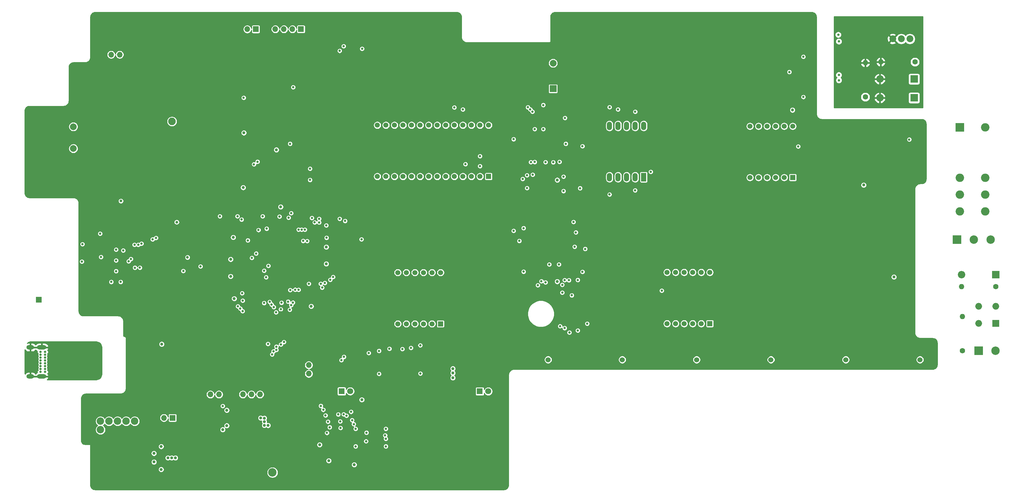
<source format=gbr>
%TF.GenerationSoftware,KiCad,Pcbnew,5.1.10-88a1d61d58~88~ubuntu20.04.1*%
%TF.CreationDate,2021-06-04T13:37:27+07:00*%
%TF.ProjectId,Schema_and_PCB,53636865-6d61-45f6-916e-645f5043422e,v0.1*%
%TF.SameCoordinates,Original*%
%TF.FileFunction,Copper,L2,Inr*%
%TF.FilePolarity,Positive*%
%FSLAX46Y46*%
G04 Gerber Fmt 4.6, Leading zero omitted, Abs format (unit mm)*
G04 Created by KiCad (PCBNEW 5.1.10-88a1d61d58~88~ubuntu20.04.1) date 2021-06-04 13:37:27*
%MOMM*%
%LPD*%
G01*
G04 APERTURE LIST*
%TA.AperFunction,ComponentPad*%
%ADD10O,1.700000X1.700000*%
%TD*%
%TA.AperFunction,ComponentPad*%
%ADD11R,1.700000X1.700000*%
%TD*%
%TA.AperFunction,ComponentPad*%
%ADD12C,2.200000*%
%TD*%
%TA.AperFunction,ComponentPad*%
%ADD13C,2.000000*%
%TD*%
%TA.AperFunction,ComponentPad*%
%ADD14C,2.250000*%
%TD*%
%TA.AperFunction,ComponentPad*%
%ADD15C,1.755000*%
%TD*%
%TA.AperFunction,ComponentPad*%
%ADD16C,0.700000*%
%TD*%
%TA.AperFunction,ComponentPad*%
%ADD17O,2.800000X1.300000*%
%TD*%
%TA.AperFunction,ComponentPad*%
%ADD18O,2.300000X1.300000*%
%TD*%
%TA.AperFunction,ComponentPad*%
%ADD19R,2.000000X2.000000*%
%TD*%
%TA.AperFunction,ComponentPad*%
%ADD20O,2.000000X2.000000*%
%TD*%
%TA.AperFunction,ComponentPad*%
%ADD21R,1.500000X1.500000*%
%TD*%
%TA.AperFunction,ComponentPad*%
%ADD22C,1.500000*%
%TD*%
%TA.AperFunction,ComponentPad*%
%ADD23R,1.800000X1.800000*%
%TD*%
%TA.AperFunction,ComponentPad*%
%ADD24C,1.800000*%
%TD*%
%TA.AperFunction,ComponentPad*%
%ADD25R,2.200000X2.200000*%
%TD*%
%TA.AperFunction,ComponentPad*%
%ADD26O,2.200000X2.200000*%
%TD*%
%TA.AperFunction,ComponentPad*%
%ADD27R,2.500000X2.500000*%
%TD*%
%TA.AperFunction,ComponentPad*%
%ADD28C,2.500000*%
%TD*%
%TA.AperFunction,ComponentPad*%
%ADD29C,2.020000*%
%TD*%
%TA.AperFunction,ComponentPad*%
%ADD30C,1.600000*%
%TD*%
%TA.AperFunction,ComponentPad*%
%ADD31O,1.600000X1.600000*%
%TD*%
%TA.AperFunction,ComponentPad*%
%ADD32O,2.500000X2.500000*%
%TD*%
%TA.AperFunction,ComponentPad*%
%ADD33C,1.524000*%
%TD*%
%TA.AperFunction,ComponentPad*%
%ADD34O,1.524000X2.524000*%
%TD*%
%TA.AperFunction,ComponentPad*%
%ADD35R,1.524000X2.524000*%
%TD*%
%TA.AperFunction,ViaPad*%
%ADD36C,0.900000*%
%TD*%
%TA.AperFunction,ViaPad*%
%ADD37C,0.700000*%
%TD*%
%TA.AperFunction,ViaPad*%
%ADD38C,0.800000*%
%TD*%
%TA.AperFunction,Conductor*%
%ADD39C,0.254000*%
%TD*%
%TA.AperFunction,Conductor*%
%ADD40C,0.100000*%
%TD*%
G04 APERTURE END LIST*
D10*
%TO.N,VDD_PER*%
%TO.C,JP2*%
X105181400Y-192379600D03*
D11*
%TO.N,VDD_MCU*%
X107721400Y-192379600D03*
%TD*%
D12*
%TO.N,/Digital_IO_analog_Inputs/A_CH3_FAULT*%
%TO.C,J3*%
X86334600Y-193370200D03*
%TO.N,/Digital_IO_analog_Inputs/A_CH2_FAULT*%
X86334600Y-195910200D03*
%TO.N,/Digital_IO_analog_Inputs/A_CH1_FAULT*%
X88874600Y-193370200D03*
%TO.N,GNDREF*%
X88874600Y-195910200D03*
%TO.N,/Digital_IO_analog_Inputs/ADC3_P*%
X91414600Y-193370200D03*
%TO.N,GNDREF*%
X91414600Y-195910200D03*
%TO.N,/Digital_IO_analog_Inputs/ADC2_P*%
X93954600Y-193370200D03*
%TO.N,GNDREF*%
X93954600Y-195910200D03*
%TO.N,/Digital_IO_analog_Inputs/ADC1_P*%
X96494600Y-193370200D03*
%TO.N,GNDREF*%
X96494600Y-195910200D03*
%TD*%
D13*
%TO.N,NRST*%
%TO.C,SW7*%
X78295500Y-112341800D03*
%TO.N,GNDREF*%
X73795500Y-112341800D03*
%TO.N,NRST*%
X78295500Y-105841800D03*
%TO.N,GNDREF*%
X73795500Y-105841800D03*
%TD*%
D14*
%TO.N,Net-(BT1-Pad1)*%
%TO.C,BT1*%
X107574100Y-104279700D03*
D15*
%TO.N,GNDREF*%
X87574100Y-104279700D03*
%TD*%
D10*
%TO.N,VDD_MCU*%
%TO.C,JP3*%
X92049600Y-84442300D03*
%TO.N,Net-(JP3-Pad2)*%
X89509600Y-84442300D03*
D11*
%TO.N,GNDREF*%
X86969600Y-84442300D03*
%TD*%
D10*
%TO.N,/Microcontroller/SWO*%
%TO.C,J16*%
X128625600Y-185394600D03*
%TO.N,/Microcontroller/SWDIO*%
X131165600Y-185394600D03*
%TO.N,/Microcontroller/SWCLK*%
X133705600Y-185394600D03*
D11*
%TO.N,GNDREF*%
X136245600Y-185394600D03*
%TD*%
D10*
%TO.N,/Microcontroller/SPI4_MOSI*%
%TO.C,J17*%
X138252200Y-76860400D03*
%TO.N,/Microcontroller/SPI4_MISO*%
X140792200Y-76860400D03*
%TO.N,/Microcontroller/SPI4_NSS*%
X143332200Y-76860400D03*
D11*
%TO.N,/Microcontroller/SPI4_SCK*%
X145872200Y-76860400D03*
%TD*%
D10*
%TO.N,GNDREF*%
%TO.C,J13*%
X127381000Y-76873100D03*
%TO.N,/Microcontroller/I2C2_SCL*%
X129921000Y-76873100D03*
D11*
%TO.N,/Microcontroller/I2C2_SDA*%
X132461000Y-76873100D03*
%TD*%
D10*
%TO.N,/Microcontroller/BOOT0_RX*%
%TO.C,J14*%
X148196300Y-176695100D03*
%TO.N,/Microcontroller/BOOT0_TX*%
X148196300Y-179235100D03*
D11*
%TO.N,GNDREF*%
X148196300Y-181775100D03*
%TD*%
D10*
%TO.N,/Microcontroller/USART2_RX*%
%TO.C,J15*%
X118986300Y-185407300D03*
%TO.N,/Microcontroller/USART2_TX*%
X121526300Y-185407300D03*
D11*
%TO.N,GNDREF*%
X124066300Y-185407300D03*
%TD*%
D16*
%TO.N,/USB/USB_GND*%
%TO.C,J1*%
X69887200Y-172768000D03*
%TO.N,/USB/USB_VBUS*%
X69887200Y-173618000D03*
%TO.N,Net-(J1-PadA5)*%
X69887200Y-174468000D03*
%TO.N,/USB/USB_D_P*%
X69887200Y-175318000D03*
%TO.N,/USB/USB_D_N*%
X69887200Y-176168000D03*
%TO.N,Net-(J1-PadA8)*%
X69887200Y-177018000D03*
%TO.N,/USB/USB_VBUS*%
X69887200Y-177868000D03*
%TO.N,/USB/USB_GND*%
X69887200Y-178718000D03*
X68537200Y-178718000D03*
%TO.N,/USB/USB_VBUS*%
X68537200Y-177868000D03*
%TO.N,Net-(J1-PadB5)*%
X68537200Y-177018000D03*
%TO.N,/USB/USB_D_P*%
X68537200Y-176168000D03*
%TO.N,/USB/USB_D_N*%
X68537200Y-175318000D03*
%TO.N,Net-(J1-PadB8)*%
X68537200Y-174468000D03*
%TO.N,/USB/USB_VBUS*%
X68537200Y-173618000D03*
%TO.N,/USB/USB_GND*%
X68537200Y-172768000D03*
D17*
X68907200Y-171418000D03*
X68907200Y-180068000D03*
D18*
X65527200Y-180068000D03*
X65527200Y-171418000D03*
%TD*%
D19*
%TO.N,/Digital_IO_analog_Inputs/LEVEL_SWITCH_AC*%
%TO.C,D4*%
X352145600Y-164338000D03*
D20*
%TO.N,Net-(D4-Pad3)*%
X347065600Y-159258000D03*
%TO.N,Net-(C54-Pad1)*%
X352145600Y-159258000D03*
%TO.N,Net-(C54-Pad2)*%
X347065600Y-164338000D03*
%TD*%
D13*
%TO.N,Net-(LS1-Pad2)*%
%TO.C,LS1*%
X220726000Y-86964200D03*
D19*
%TO.N,+5V*%
X220726000Y-94564200D03*
%TD*%
D21*
%TO.N,/Indicator/E2*%
%TO.C,U4*%
X201568000Y-120637000D03*
D22*
%TO.N,/Indicator/D2*%
X199028000Y-120637000D03*
%TO.N,/Indicator/2C2*%
X196488000Y-120637000D03*
%TO.N,/Indicator/C2*%
X193948000Y-120637000D03*
%TO.N,/Indicator/DP2*%
X191408000Y-120637000D03*
%TO.N,/Indicator/E2*%
X188868000Y-120637000D03*
%TO.N,/Indicator/D2*%
X186328000Y-120637000D03*
%TO.N,/Indicator/C2*%
X183788000Y-120637000D03*
%TO.N,/Indicator/DP2*%
X181248000Y-120637000D03*
%TO.N,/Indicator/B2*%
X181248000Y-105397000D03*
%TO.N,/Indicator/A2*%
X183788000Y-105397000D03*
%TO.N,/Indicator/G2*%
X186328000Y-105397000D03*
%TO.N,/Indicator/F2*%
X188868000Y-105397000D03*
%TO.N,/Indicator/B2*%
X191408000Y-105397000D03*
%TO.N,/Indicator/A2*%
X193948000Y-105397000D03*
%TO.N,/Indicator/2C2*%
X196488000Y-105397000D03*
%TO.N,/Indicator/F2*%
X199028000Y-105397000D03*
%TO.N,/Indicator/G2*%
X201568000Y-105397000D03*
%TO.N,/Indicator/E2*%
X178708000Y-120637000D03*
%TO.N,/Indicator/2C1*%
X178708000Y-105397000D03*
%TO.N,/Indicator/2C0*%
X176168000Y-105397000D03*
%TO.N,/Indicator/D2*%
X176168000Y-120637000D03*
%TO.N,/Indicator/F2*%
X173628000Y-105397000D03*
%TO.N,/Indicator/G2*%
X173628000Y-120637000D03*
%TO.N,/Indicator/C2*%
X171088000Y-120637000D03*
%TO.N,/Indicator/A2*%
X171088000Y-105397000D03*
%TO.N,/Indicator/DP2*%
X168548000Y-120637000D03*
%TO.N,/Indicator/B2*%
X168548000Y-105397000D03*
%TD*%
%TO.N,/Indicator/1C3*%
%TO.C,U2*%
X187300000Y-149187000D03*
%TO.N,/Indicator/A1*%
X184760000Y-149187000D03*
%TO.N,/Indicator/F1*%
X182220000Y-149187000D03*
%TO.N,/Indicator/1C2*%
X179680000Y-149187000D03*
%TO.N,/Indicator/1C1*%
X177140000Y-149187000D03*
%TO.N,/Indicator/B1*%
X174600000Y-149187000D03*
%TO.N,/Indicator/1C0*%
X174600000Y-164427000D03*
%TO.N,/Indicator/G1*%
X177140000Y-164427000D03*
%TO.N,/Indicator/C1*%
X179680000Y-164427000D03*
%TO.N,/Indicator/DP1*%
X182220000Y-164427000D03*
%TO.N,/Indicator/D1*%
X184760000Y-164427000D03*
D21*
%TO.N,/Indicator/E1*%
X187300000Y-164427000D03*
%TD*%
D23*
%TO.N,Net-(D1-Pad1)*%
%TO.C,D1*%
X198958000Y-184490000D03*
D24*
%TO.N,Net-(D1-Pad2)*%
X201498000Y-184490000D03*
%TD*%
%TO.N,Net-(D2-Pad2)*%
%TO.C,D2*%
X160490000Y-184464000D03*
D23*
%TO.N,Net-(D2-Pad1)*%
X157950000Y-184464000D03*
%TD*%
D25*
%TO.N,Net-(C54-Pad1)*%
%TO.C,D5*%
X352145600Y-149860000D03*
D26*
%TO.N,Net-(C54-Pad2)*%
X341985600Y-149860000D03*
%TD*%
D25*
%TO.N,/Digital_IO_analog_Inputs/ENCODER_IN_A*%
%TO.C,D11*%
X327914000Y-97282000D03*
D26*
%TO.N,/Digital_IO_analog_Inputs/COM_ENCODER*%
X317754000Y-97282000D03*
%TD*%
%TO.N,/Digital_IO_analog_Inputs/COM_ENCODER*%
%TO.C,D12*%
X317754000Y-91694000D03*
D25*
%TO.N,/Digital_IO_analog_Inputs/ENCODER_IN_B*%
X327914000Y-91694000D03*
%TD*%
D27*
%TO.N,GNDREF*%
%TO.C,J2*%
X132410000Y-208610000D03*
D28*
%TO.N,+5V*%
X137410000Y-208610000D03*
%TD*%
D27*
%TO.N,/Digital_IO_analog_Inputs/220V_Phase*%
%TO.C,J5*%
X347065600Y-172466000D03*
D28*
%TO.N,/Digital_IO_analog_Inputs/LEVEL_SWITCH_AC*%
X352065600Y-172466000D03*
%TD*%
D27*
%TO.N,Net-(J7-Pad1)*%
%TO.C,J7*%
X340614000Y-139446000D03*
D28*
%TO.N,Net-(J7-Pad2)*%
X345614000Y-139446000D03*
%TO.N,Net-(J7-Pad3)*%
X350614000Y-139446000D03*
%TD*%
D29*
%TO.N,/Digital_IO_analog_Inputs/COM_ENCODER*%
%TO.C,J9*%
X321564000Y-79756000D03*
%TO.N,/Digital_IO_analog_Inputs/ENCODER_IN_B*%
X324104000Y-79756000D03*
%TO.N,/Digital_IO_analog_Inputs/ENCODER_IN_A*%
X326644000Y-79756000D03*
%TD*%
D30*
%TO.N,/Digital_IO_analog_Inputs/220V_Phase*%
%TO.C,R23*%
X342239600Y-172466000D03*
D31*
%TO.N,Net-(D4-Pad3)*%
X342239600Y-162306000D03*
%TD*%
%TO.N,Net-(C54-Pad2)*%
%TO.C,R27*%
X341985600Y-153416000D03*
D30*
%TO.N,Net-(C54-Pad1)*%
X352145600Y-153416000D03*
%TD*%
%TO.N,/Digital_IO_analog_Inputs/ENCODER_IN_A*%
%TO.C,R57*%
X313436000Y-97028000D03*
D31*
%TO.N,/Digital_IO_analog_Inputs/COM_ENCODER*%
X313436000Y-86868000D03*
%TD*%
%TO.N,/Digital_IO_analog_Inputs/COM_ENCODER*%
%TO.C,R61*%
X318008000Y-86614000D03*
D30*
%TO.N,/Digital_IO_analog_Inputs/ENCODER_IN_B*%
X328168000Y-86614000D03*
%TD*%
D27*
%TO.N,+5V*%
%TO.C,RL1*%
X341503000Y-106045000D03*
D32*
%TO.N,Net-(J7-Pad3)*%
X341503000Y-121045000D03*
%TO.N,Net-(J7-Pad1)*%
X341503000Y-126045000D03*
%TO.N,Net-(J7-Pad2)*%
X341503000Y-131045000D03*
X349003000Y-131045000D03*
%TO.N,Net-(J7-Pad1)*%
X349003000Y-126045000D03*
%TO.N,Net-(J7-Pad3)*%
X349003000Y-121045000D03*
%TO.N,Net-(D8-Pad2)*%
X349003000Y-106045000D03*
%TD*%
D33*
%TO.N,GNDREF*%
%TO.C,SW1*%
X332207000Y-175115000D03*
%TO.N,Net-(R80-Pad2)*%
X329667000Y-175095000D03*
%TD*%
%TO.N,GNDREF*%
%TO.C,SW2*%
X310172000Y-175115000D03*
%TO.N,Net-(R81-Pad2)*%
X307632000Y-175095000D03*
%TD*%
%TO.N,GNDREF*%
%TO.C,SW3*%
X287947000Y-175115000D03*
%TO.N,Net-(R82-Pad2)*%
X285407000Y-175095000D03*
%TD*%
%TO.N,GNDREF*%
%TO.C,SW4*%
X265874000Y-175115000D03*
%TO.N,Net-(R83-Pad2)*%
X263334000Y-175095000D03*
%TD*%
%TO.N,Net-(R84-Pad2)*%
%TO.C,SW5*%
X241262000Y-175095000D03*
%TO.N,GNDREF*%
X243802000Y-175115000D03*
%TD*%
%TO.N,Net-(R85-Pad2)*%
%TO.C,SW6*%
X219253000Y-175095000D03*
%TO.N,GNDREF*%
X221793000Y-175115000D03*
%TD*%
D21*
%TO.N,/Indicator/E1*%
%TO.C,U1*%
X267259000Y-164363000D03*
D22*
%TO.N,/Indicator/D1*%
X264719000Y-164363000D03*
%TO.N,/Indicator/DP1*%
X262179000Y-164363000D03*
%TO.N,/Indicator/C1*%
X259639000Y-164363000D03*
%TO.N,/Indicator/G1*%
X257099000Y-164363000D03*
%TO.N,/Indicator/1C4*%
X254559000Y-164363000D03*
%TO.N,/Indicator/B1*%
X254559000Y-149123000D03*
%TO.N,/Indicator/1C5*%
X257099000Y-149123000D03*
%TO.N,/Indicator/1C6*%
X259639000Y-149123000D03*
%TO.N,/Indicator/F1*%
X262179000Y-149123000D03*
%TO.N,/Indicator/A1*%
X264719000Y-149123000D03*
%TO.N,/Indicator/1C7*%
X267259000Y-149123000D03*
%TD*%
D34*
%TO.N,/Indicator/G2*%
%TO.C,U5*%
X247637000Y-105600000D03*
%TO.N,/Indicator/F2*%
X245097000Y-105600000D03*
%TO.N,/Indicator/2C3*%
X242557000Y-105600000D03*
%TO.N,/Indicator/A2*%
X240017000Y-105600000D03*
%TO.N,/Indicator/B2*%
X237477000Y-105600000D03*
%TO.N,/Indicator/DP2*%
X237477000Y-120840000D03*
%TO.N,/Indicator/C2*%
X240017000Y-120840000D03*
%TO.N,/Indicator/2C3*%
X242557000Y-120840000D03*
%TO.N,/Indicator/D2*%
X245097000Y-120840000D03*
D35*
%TO.N,/Indicator/E2*%
X247637000Y-120840000D03*
%TD*%
D21*
%TO.N,/Indicator/E2*%
%TO.C,U7*%
X291879000Y-120942000D03*
D22*
%TO.N,/Indicator/D2*%
X289339000Y-120942000D03*
%TO.N,/Indicator/DP2*%
X286799000Y-120942000D03*
%TO.N,/Indicator/C2*%
X284259000Y-120942000D03*
%TO.N,/Indicator/G2*%
X281719000Y-120942000D03*
%TO.N,/Indicator/2C4*%
X279179000Y-120942000D03*
%TO.N,/Indicator/B2*%
X279179000Y-105702000D03*
%TO.N,/Indicator/2C5*%
X281719000Y-105702000D03*
%TO.N,/Indicator/2C6*%
X284259000Y-105702000D03*
%TO.N,/Indicator/F2*%
X286799000Y-105702000D03*
%TO.N,/Indicator/A2*%
X289339000Y-105702000D03*
%TO.N,/Indicator/2C7*%
X291879000Y-105702000D03*
%TD*%
D11*
%TO.N,GNDS*%
%TO.C,J12*%
X67995800Y-157290000D03*
%TD*%
D36*
%TO.N,GNDREF*%
X127574040Y-193697860D03*
D37*
X98107500Y-143471900D03*
X99707500Y-143471900D03*
X98107500Y-145071900D03*
X99707500Y-145071900D03*
D36*
X90220800Y-134378700D03*
D38*
X102158800Y-156248100D03*
X103428800Y-152006300D03*
X111252000Y-143548100D03*
D36*
X97205800Y-179781200D03*
X98069400Y-170789600D03*
X96774000Y-164033200D03*
D38*
X96012000Y-127939800D03*
D36*
X96088200Y-134366000D03*
D38*
X96240600Y-152044400D03*
D37*
X147320000Y-154000200D03*
X133832600Y-116967000D03*
X138988800Y-116967000D03*
D36*
X155117800Y-146608800D03*
X148910000Y-160957300D03*
D37*
X139928600Y-161010600D03*
D36*
X121920000Y-156921200D03*
X121767600Y-153593800D03*
X121767600Y-148996400D03*
X121843800Y-143967200D03*
D37*
X121894600Y-141605000D03*
D36*
X121894600Y-146532600D03*
D37*
X187198000Y-207594200D03*
X183057800Y-207594200D03*
X176834800Y-204673200D03*
X174040800Y-201904600D03*
D36*
X168503600Y-185877200D03*
X165023800Y-183032400D03*
X166700200Y-192887600D03*
X157556200Y-200634600D03*
D37*
X173964600Y-194665600D03*
X162077400Y-199059800D03*
D36*
X167436800Y-198475600D03*
X172897800Y-180797200D03*
X151434800Y-202057000D03*
X133477000Y-194691000D03*
X129286000Y-196672200D03*
X125501400Y-201422000D03*
X99110800Y-205790800D03*
X121640600Y-195072000D03*
X140335000Y-194411600D03*
X126873000Y-131165600D03*
X127076200Y-127558800D03*
D37*
X134645400Y-128092200D03*
X137185400Y-115925600D03*
X130581400Y-97256600D03*
D36*
X130657300Y-107696300D03*
D37*
X153365200Y-127609600D03*
X153365200Y-130860800D03*
X216357200Y-172618400D03*
X238810800Y-172618400D03*
X260350000Y-172516800D03*
X305054000Y-172466000D03*
X326999600Y-172516800D03*
X282651200Y-172567600D03*
D36*
X330504800Y-113487200D03*
X296621200Y-84480400D03*
D38*
X293624000Y-96469200D03*
X297027600Y-96469200D03*
D36*
X320192400Y-123190000D03*
X323646800Y-154381200D03*
X327202800Y-154381200D03*
X224180400Y-137261600D03*
D37*
X187655200Y-190677800D03*
D36*
X227863400Y-94564200D03*
D37*
X207645000Y-93903800D03*
D36*
X222885000Y-106527600D03*
X216535000Y-106527600D03*
X217297000Y-122453400D03*
D37*
X154609800Y-121589800D03*
X154609800Y-118364000D03*
X137096500Y-138099800D03*
X140347700Y-136512300D03*
D36*
X155117800Y-141630400D03*
X147688300Y-143484600D03*
X130898900Y-129425700D03*
X120281700Y-134239000D03*
D37*
X159943800Y-143484600D03*
X86296500Y-152323800D03*
X167652700Y-204508100D03*
X194716400Y-159804100D03*
X168211500Y-133997700D03*
X181356000Y-140944600D03*
X194665600Y-164541200D03*
X169862500Y-103416100D03*
X221665800Y-102641400D03*
X169875200Y-118922800D03*
X172466000Y-118922800D03*
X177558700Y-119519700D03*
X179578000Y-118960900D03*
X182537100Y-121869200D03*
X180416200Y-122072400D03*
X183794400Y-118960900D03*
X187998100Y-118960900D03*
X192697100Y-118986300D03*
X262712200Y-120916700D03*
X233057700Y-119900700D03*
X136436100Y-121551700D03*
X137109200Y-111023400D03*
X239788700Y-159943800D03*
X239763300Y-151396700D03*
X198653400Y-148945600D03*
X198628000Y-145529300D03*
X206019400Y-139928600D03*
X185661300Y-146304000D03*
X256743200Y-145796000D03*
D36*
X128778200Y-208610000D03*
X123507700Y-208610000D03*
X121564600Y-208610000D03*
X119583400Y-208610000D03*
X112852400Y-208610000D03*
X114947900Y-208610000D03*
X117322800Y-208610000D03*
X110668000Y-210172100D03*
X110668000Y-208559200D03*
D37*
X137706100Y-151638000D03*
X145288000Y-122199400D03*
X95631000Y-190474600D03*
X98107500Y-190474600D03*
X91567000Y-190474600D03*
X131191000Y-137020300D03*
X145008600Y-148272500D03*
X96443800Y-139534900D03*
X102057200Y-147459700D03*
X102171500Y-141655800D03*
X159880300Y-203962000D03*
X197802500Y-181229000D03*
D36*
X125387300Y-208610000D03*
X127190700Y-208610000D03*
X129024380Y-193697860D03*
X146176800Y-190932000D03*
D37*
X157378400Y-196342000D03*
D36*
X125145800Y-135966200D03*
D37*
X81125060Y-150655020D03*
X81419700Y-136298940D03*
X156903420Y-175541940D03*
X161836100Y-202049380D03*
X177822860Y-160149540D03*
X135356600Y-154335480D03*
X135839200Y-162433000D03*
X133045200Y-126593600D03*
D36*
X141274800Y-129692400D03*
D37*
X143535400Y-95834200D03*
D36*
X155067000Y-135153400D03*
D37*
X172389800Y-102463600D03*
X177241200Y-102819200D03*
X185166000Y-102616000D03*
X192760600Y-102514400D03*
X231292400Y-121615200D03*
X284073600Y-123698000D03*
D36*
X293649400Y-84429600D03*
X218109800Y-137287000D03*
X220218000Y-151866600D03*
D37*
X239801400Y-163398200D03*
X239776000Y-165074600D03*
X89598500Y-157010100D03*
D36*
X87795100Y-144703800D03*
D37*
X99364800Y-151752300D03*
X217944700Y-146913600D03*
X137744200Y-127266700D03*
D36*
%TO.N,+5V*%
X221945200Y-151866600D03*
X190958601Y-180465599D03*
X221970600Y-121691400D03*
D37*
X220751400Y-116408200D03*
X222453200Y-146761200D03*
D36*
X190957200Y-177723800D03*
X190957873Y-179043927D03*
%TO.N,VDD_PER*%
X104521000Y-170459400D03*
D38*
X92405200Y-127914400D03*
D36*
X106349600Y-204267000D03*
X108584800Y-204267000D03*
X107467200Y-204267000D03*
X102235000Y-205486000D03*
X102209600Y-202920600D03*
X104368000Y-207695200D03*
X104368000Y-200889200D03*
D38*
%TO.N,VDD_MCU*%
X112179100Y-144665700D03*
D37*
X110921800Y-148691600D03*
D38*
X108991400Y-134213600D03*
D36*
X153365200Y-146608800D03*
X148907500Y-159207200D03*
X126060200Y-156921200D03*
X124968000Y-150317200D03*
X161696400Y-206298800D03*
X154101800Y-205105000D03*
X151409400Y-200355200D03*
D37*
X122631200Y-188849000D03*
D36*
X123850400Y-190093600D03*
X123850400Y-194665600D03*
X133905000Y-192418000D03*
X134992600Y-193505600D03*
X136110200Y-194623200D03*
X134992600Y-194597800D03*
X128701800Y-123926600D03*
X138582400Y-112699800D03*
D37*
X128854200Y-97231200D03*
D36*
X128930400Y-107670600D03*
D37*
X151257000Y-133197600D03*
X169062400Y-179298600D03*
X181317900Y-179171600D03*
D36*
X153390600Y-141605000D03*
X122631200Y-195859400D03*
X135001000Y-192455800D03*
D37*
X157581600Y-195389500D03*
D36*
X125755400Y-138722100D03*
D37*
X148564600Y-118338600D03*
X148564600Y-121666000D03*
X134475759Y-132474239D03*
X134932642Y-158242111D03*
X142547340Y-160213040D03*
D36*
X139852400Y-129667000D03*
D37*
X143535400Y-94107000D03*
X153390600Y-135178800D03*
D36*
X124975620Y-145270220D03*
D37*
%TO.N,/Digital_IO_analog_Inputs/ENCODER_IN_B*%
X305396900Y-78524100D03*
%TO.N,/Buttons/Button_Plus*%
X165989000Y-173113700D03*
X137312400Y-173507400D03*
X136575800Y-157904180D03*
%TO.N,/Buttons/Button_Minus*%
X169059860Y-172473300D03*
X137736580Y-172582840D03*
X137144760Y-158689040D03*
%TO.N,/Buttons/Button_Emh*%
X181282340Y-170793380D03*
X140807440Y-169834560D03*
X140103860Y-158150560D03*
%TO.N,/Buttons/Button_Clock*%
X178513740Y-171568390D03*
X139915900Y-170548540D03*
X139878599Y-160103820D03*
%TO.N,/Buttons/Button_pH*%
X175953059Y-171928121D03*
X138572240Y-171198540D03*
X138444760Y-161010600D03*
%TO.N,/Buttons/Button_Func*%
X172118020Y-171823300D03*
X138559540Y-172161200D03*
X137794760Y-159443839D03*
%TO.N,/LAN/RD_P*%
X94672787Y-145841497D03*
X90967560Y-142384780D03*
%TO.N,/LAN/TD_N*%
X86512400Y-144564100D03*
X90982800Y-145592800D03*
X90957400Y-148767800D03*
%TO.N,/LAN/RD_N*%
X95357030Y-145158834D03*
X93064900Y-142623540D03*
%TO.N,Net-(J4-Pad1)*%
X171043600Y-195630800D03*
X162077400Y-195630800D03*
%TO.N,Net-(J4-Pad2)*%
X165186360Y-199318880D03*
X170855640Y-197563740D03*
%TO.N,Net-(J4-Pad3)*%
X165328600Y-196773800D03*
X171043600Y-198602600D03*
%TO.N,Net-(J4-Pad5)*%
X162102800Y-200837800D03*
X171069000Y-200837800D03*
%TO.N,Net-(J11-Pad10)*%
X86207600Y-137629900D03*
X98032600Y-147739600D03*
%TO.N,/Microcontroller/I2C2_SCL*%
X142176500Y-132892800D03*
%TO.N,/Microcontroller/I2C2_SDA*%
X142951200Y-131546600D03*
%TO.N,/Microcontroller/BOOT0_TX*%
X144129760Y-154277060D03*
%TO.N,/Microcontroller/BOOT0_RX*%
X145158460Y-154325320D03*
%TO.N,/Microcontroller/USART2_RX*%
X134929880Y-148656040D03*
%TO.N,/Microcontroller/USART2_TX*%
X135528598Y-150596600D03*
%TO.N,/Microcontroller/SWO*%
X136061399Y-170412359D03*
X136184640Y-147190460D03*
%TO.N,/Microcontroller/SPI4_MOSI*%
X145135600Y-136423400D03*
%TO.N,/Microcontroller/SPI4_MISO*%
X146052540Y-136420860D03*
%TO.N,/Microcontroller/SPI4_NSS*%
X147015200Y-136431020D03*
%TO.N,/Microcontroller/SPI4_SCK*%
X149098000Y-132943600D03*
%TO.N,Net-(BT1-Pad1)*%
X157353000Y-133197600D03*
X157353000Y-83302400D03*
%TO.N,/Indicator/WEST_SKIP_LED*%
X151231600Y-134289800D03*
X158635700Y-174241460D03*
%TO.N,/Indicator/EAST_SKIP_LED*%
X149936200Y-134277100D03*
X157850840Y-175242220D03*
%TO.N,Net-(R6-Pad2)*%
X219583000Y-146761200D03*
%TO.N,Net-(R8-Pad2)*%
X218465400Y-116382800D03*
%TO.N,/MCU_Power_supply_clocking/BOOT0*%
X164007001Y-82652399D03*
X163830000Y-139293600D03*
%TO.N,/Storage_and_memory/QUADPSI_BK1_IO3*%
X139496800Y-132537200D03*
X132943600Y-116255800D03*
%TO.N,/Storage_and_memory/QUADPSI_BK1_IO0*%
X131902200Y-117017800D03*
X135681720Y-136141460D03*
%TO.N,Net-(R56-Pad2)*%
X305587400Y-92036900D03*
%TO.N,Net-(R60-Pad2)*%
X305562000Y-80505300D03*
%TO.N,/LAN/RMII_MDIO*%
X128244600Y-133426200D03*
X102834440Y-138904980D03*
%TO.N,/LAN/RMII_REF_CLK*%
X127000000Y-132435600D03*
X121767600Y-132435600D03*
%TO.N,/Indicator/SPI6_MOSI*%
X226771200Y-134150100D03*
X227495100Y-137248900D03*
%TO.N,/Indicator/SPI6_CS*%
X208991200Y-109556400D03*
X210667600Y-139776200D03*
X208991200Y-136804400D03*
%TO.N,/Indicator/SPI6_SCK*%
X211683600Y-121361200D03*
X211963000Y-148920200D03*
X211983599Y-135986799D03*
%TO.N,Net-(TP4-Pad1)*%
X229438200Y-111658400D03*
X229440000Y-148998200D03*
%TO.N,/Indicator/E1*%
X224155000Y-151434800D03*
X224155000Y-165684200D03*
%TO.N,/Indicator/D1*%
X228067003Y-151395203D03*
X228071511Y-166413011D03*
%TO.N,/Indicator/DP1*%
X225425000Y-151460200D03*
X225552000Y-166979600D03*
%TO.N,/Indicator/C1*%
X223443800Y-152831800D03*
X223443800Y-155158200D03*
%TO.N,/Indicator/G1*%
X222783100Y-165113000D03*
X218465400Y-152095200D03*
%TO.N,/Indicator/1C4*%
X230225600Y-142163800D03*
X230861000Y-164363000D03*
%TO.N,/Indicator/B1*%
X217246200Y-151790400D03*
X216179400Y-152958800D03*
X252984000Y-154559000D03*
%TO.N,/Indicator/1C0*%
X227101400Y-141503400D03*
X226288600Y-155956000D03*
%TO.N,/Indicator/D2*%
X245084600Y-124739400D03*
X199034400Y-117558201D03*
X199034400Y-114604800D03*
%TO.N,/Indicator/C2*%
X223824800Y-120675400D03*
X222605600Y-116281200D03*
X223824800Y-124968000D03*
X194716400Y-116958201D03*
%TO.N,/Indicator/DP2*%
X237477300Y-125984000D03*
%TO.N,/Indicator/B2*%
X191414400Y-100127601D03*
X213227210Y-100077600D03*
X237490000Y-100061000D03*
X214680800Y-120091200D03*
%TO.N,/Indicator/A2*%
X193954400Y-100727600D03*
X213944200Y-100711000D03*
X214122000Y-116357400D03*
X240004600Y-100711000D03*
%TO.N,/Indicator/G2*%
X212979000Y-120243600D03*
X249732800Y-119240300D03*
X212979000Y-124103412D03*
%TO.N,/Indicator/F2*%
X245103799Y-101377601D03*
X214595000Y-101377601D03*
X215265000Y-116331199D03*
%TO.N,/Indicator/2C4*%
X224510600Y-110921800D03*
X228727000Y-124125410D03*
%TO.N,/Indicator/2C7*%
X217805000Y-106527600D03*
X217805000Y-99411000D03*
%TO.N,/Indicator/2C5*%
X224258722Y-103227722D03*
X215265000Y-106527600D03*
%TO.N,/LAN/RMII_TX_EN*%
X116027200Y-147370800D03*
X98501200Y-140589000D03*
%TO.N,/Microcontroller/SDMMC1_D2*%
X154406600Y-195168001D03*
X152146000Y-153670000D03*
%TO.N,/Microcontroller/SDMMC1_D3*%
X151744680Y-188815980D03*
X148209000Y-152501600D03*
%TO.N,/Microcontroller/SDMMC1_CK*%
X151726900Y-152501600D03*
X152488900Y-189979300D03*
%TO.N,/Microcontroller/SDMMC1_CMD*%
X156946600Y-191338200D03*
X152952410Y-152266610D03*
%TO.N,/Microcontroller/QUADSPI_BK1_NCS*%
X147701000Y-139801600D03*
X142646400Y-110921800D03*
%TO.N,/Microcontroller/SDMMC1_CKIN*%
X146507200Y-139776200D03*
X153578634Y-196839766D03*
%TO.N,/LAN/RMII_MDC*%
X101830035Y-139320435D03*
X130070034Y-139620434D03*
%TO.N,/LAN/RMII_TXD0*%
X97536000Y-140944600D03*
X128371600Y-155346400D03*
%TO.N,/LAN/RMII_TXD1*%
X96443800Y-140944600D03*
X128574800Y-157530800D03*
%TO.N,/Microcontroller/SDMMC1_D0*%
X153898600Y-193497200D03*
X142968082Y-158874687D03*
%TO.N,/Microcontroller/SDMMC1_D1*%
X153152400Y-191643000D03*
X143490000Y-158087162D03*
%TO.N,/Microcontroller/SD_CARD_INS*%
X154559000Y-151320500D03*
X159390080Y-191706500D03*
%TO.N,/Microcontroller/SD_CARD_CS*%
X155409900Y-150520400D03*
X160741360Y-190573660D03*
%TO.N,/Microcontroller/SDMMC1_CDIR*%
X158541559Y-191326239D03*
X153441400Y-138850000D03*
%TO.N,/Microcontroller/SDMMC1_D0DIR*%
X161544000Y-194233800D03*
X142057120Y-157827980D03*
%TO.N,/Microcontroller/SDMMC1_D123DIR*%
X161036000Y-193042540D03*
X157497780Y-193431160D03*
X142671800Y-154368500D03*
%TO.N,/Digital_IO_analog_Inputs/ADC1_P*%
X132562600Y-143522700D03*
%TO.N,/Digital_IO_analog_Inputs/ADC2_P*%
X131279900Y-144843500D03*
%TO.N,/Digital_IO_analog_Inputs/ADC3_P*%
X133261100Y-136555480D03*
%TO.N,/Digital_IO_analog_Inputs/A_CH2_FAULT*%
X127127000Y-159232600D03*
%TO.N,/Digital_IO_analog_Inputs/A_CH3_FAULT*%
X127838200Y-159918400D03*
%TO.N,/Digital_IO_analog_Inputs/SKIP_N_UNLOADED_REL*%
X326466200Y-109651800D03*
X293494700Y-111709200D03*
%TO.N,/Digital_IO_analog_Inputs/SKIP_N_UNLOADED_BEEPER*%
X158546800Y-81902300D03*
X158978600Y-133858000D03*
%TO.N,/Digital_IO_analog_Inputs/ENCODER_A*%
X295046400Y-97015300D03*
D36*
X291795200Y-100914200D03*
D37*
%TO.N,/Digital_IO_analog_Inputs/ENCODER_B*%
X295046400Y-85064600D03*
X290855400Y-89585800D03*
%TO.N,/Digital_IO_analog_Inputs/A_CH1_FAULT*%
X128524000Y-160655000D03*
D36*
%TO.N,Net-(C51-Pad1)*%
X163918900Y-186982100D03*
X312940700Y-123190000D03*
X321919600Y-150507700D03*
%TO.N,/USB/USB_GND*%
X76758800Y-173786800D03*
X74066400Y-180213000D03*
X83134200Y-171856400D03*
X83134200Y-179476400D03*
X76987400Y-171424600D03*
X74117200Y-175209200D03*
D37*
%TO.N,/LAN/LAN_PWR*%
X80975200Y-140741400D03*
X89535000Y-151968200D03*
X92354400Y-151968200D03*
X96558100Y-147751399D03*
X80810100Y-145910300D03*
%TO.N,/Digital_IO_analog_Inputs/ENCODER_IN_A*%
X305574700Y-90474800D03*
D36*
%TO.N,/Digital_IO_analog_Inputs/COM_ENCODER*%
X304952400Y-93319600D03*
X312407300Y-80302100D03*
X305003200Y-81686400D03*
X307594000Y-98755200D03*
%TD*%
D39*
%TO.N,/USB/USB_GND*%
X85156201Y-169707960D02*
X85417760Y-169764338D01*
X85668616Y-169857418D01*
X85903634Y-169985290D01*
X86118045Y-170145362D01*
X86307446Y-170334347D01*
X86467984Y-170548399D01*
X86596378Y-170783146D01*
X86690006Y-171033787D01*
X86746960Y-171295222D01*
X86766400Y-171566652D01*
X86766400Y-179199070D01*
X86747015Y-179470104D01*
X86690219Y-179731193D01*
X86596844Y-179981540D01*
X86468795Y-180216045D01*
X86308676Y-180429938D01*
X86119738Y-180618876D01*
X85905845Y-180778995D01*
X85671340Y-180907044D01*
X85420993Y-181000419D01*
X85159904Y-181057215D01*
X84888870Y-181076600D01*
X70460676Y-181076600D01*
X70476705Y-181065882D01*
X70655636Y-180886830D01*
X70796197Y-180676311D01*
X70892987Y-180442415D01*
X70900299Y-180393471D01*
X70776267Y-180195000D01*
X69034200Y-180195000D01*
X69034200Y-180215000D01*
X68780200Y-180215000D01*
X68780200Y-180195000D01*
X65654200Y-180195000D01*
X65654200Y-180215000D01*
X65400200Y-180215000D01*
X65400200Y-180195000D01*
X65380200Y-180195000D01*
X65380200Y-179941000D01*
X65400200Y-179941000D01*
X65400200Y-178783000D01*
X64900200Y-178783000D01*
X64651949Y-178832467D01*
X64418119Y-178929415D01*
X64207695Y-179070118D01*
X64028764Y-179249170D01*
X63932947Y-179392675D01*
X63919100Y-179199070D01*
X63919100Y-172072586D01*
X64028764Y-172236830D01*
X64207695Y-172415882D01*
X64418119Y-172556585D01*
X64651949Y-172653533D01*
X64900200Y-172703000D01*
X65400200Y-172703000D01*
X65400200Y-171545000D01*
X65654200Y-171545000D01*
X65654200Y-172703000D01*
X66154200Y-172703000D01*
X66402451Y-172653533D01*
X66636281Y-172556585D01*
X66846705Y-172415882D01*
X67025636Y-172236830D01*
X67092200Y-172137137D01*
X67158764Y-172236830D01*
X67337695Y-172415882D01*
X67548119Y-172556585D01*
X67572951Y-172566881D01*
X67553090Y-172662344D01*
X67551387Y-172856364D01*
X67587568Y-173046989D01*
X67660243Y-173226893D01*
X67668433Y-173242216D01*
X67845653Y-173257141D01*
X67829532Y-173296060D01*
X67747961Y-173377631D01*
X67785352Y-173415022D01*
X67760200Y-173541472D01*
X67760200Y-173694528D01*
X67790059Y-173844643D01*
X67848631Y-173986048D01*
X67886685Y-174043000D01*
X67848631Y-174099952D01*
X67790059Y-174241357D01*
X67760200Y-174391472D01*
X67760200Y-174544528D01*
X67790059Y-174694643D01*
X67848631Y-174836048D01*
X67886685Y-174893000D01*
X67848631Y-174949952D01*
X67790059Y-175091357D01*
X67760200Y-175241472D01*
X67760200Y-175394528D01*
X67790059Y-175544643D01*
X67848631Y-175686048D01*
X67886685Y-175743000D01*
X67848631Y-175799952D01*
X67790059Y-175941357D01*
X67760200Y-176091472D01*
X67760200Y-176244528D01*
X67790059Y-176394643D01*
X67848631Y-176536048D01*
X67886685Y-176593000D01*
X67848631Y-176649952D01*
X67790059Y-176791357D01*
X67760200Y-176941472D01*
X67760200Y-177094528D01*
X67790059Y-177244643D01*
X67848631Y-177386048D01*
X67886685Y-177443000D01*
X67848631Y-177499952D01*
X67790059Y-177641357D01*
X67760200Y-177791472D01*
X67760200Y-177944528D01*
X67785352Y-178070978D01*
X67747961Y-178108369D01*
X67829532Y-178189940D01*
X67845653Y-178228859D01*
X67668433Y-178243784D01*
X67592611Y-178422384D01*
X67553090Y-178612344D01*
X67551387Y-178806364D01*
X67572800Y-178919182D01*
X67548119Y-178929415D01*
X67337695Y-179070118D01*
X67158764Y-179249170D01*
X67092200Y-179348863D01*
X67025636Y-179249170D01*
X66846705Y-179070118D01*
X66636281Y-178929415D01*
X66402451Y-178832467D01*
X66154200Y-178783000D01*
X65654200Y-178783000D01*
X65654200Y-179941000D01*
X68780200Y-179941000D01*
X68780200Y-179921000D01*
X69034200Y-179921000D01*
X69034200Y-179941000D01*
X70776267Y-179941000D01*
X70900299Y-179742529D01*
X70892987Y-179693585D01*
X70796197Y-179459689D01*
X70655636Y-179249170D01*
X70610927Y-179204431D01*
X70755967Y-179192216D01*
X70831789Y-179013616D01*
X70871310Y-178823656D01*
X70873013Y-178629636D01*
X70836832Y-178439011D01*
X70764157Y-178259107D01*
X70755967Y-178243784D01*
X70578747Y-178228859D01*
X70594868Y-178189940D01*
X70676439Y-178108369D01*
X70639048Y-178070978D01*
X70664200Y-177944528D01*
X70664200Y-177791472D01*
X70634341Y-177641357D01*
X70575769Y-177499952D01*
X70537715Y-177443000D01*
X70575769Y-177386048D01*
X70634341Y-177244643D01*
X70664200Y-177094528D01*
X70664200Y-176941472D01*
X70634341Y-176791357D01*
X70575769Y-176649952D01*
X70537715Y-176593000D01*
X70575769Y-176536048D01*
X70634341Y-176394643D01*
X70664200Y-176244528D01*
X70664200Y-176091472D01*
X70634341Y-175941357D01*
X70575769Y-175799952D01*
X70537715Y-175743000D01*
X70575769Y-175686048D01*
X70634341Y-175544643D01*
X70664200Y-175394528D01*
X70664200Y-175241472D01*
X70634341Y-175091357D01*
X70575769Y-174949952D01*
X70537715Y-174893000D01*
X70575769Y-174836048D01*
X70634341Y-174694643D01*
X70664200Y-174544528D01*
X70664200Y-174391472D01*
X70634341Y-174241357D01*
X70575769Y-174099952D01*
X70537715Y-174043000D01*
X70575769Y-173986048D01*
X70634341Y-173844643D01*
X70664200Y-173694528D01*
X70664200Y-173541472D01*
X70639048Y-173415022D01*
X70676439Y-173377631D01*
X70594868Y-173296060D01*
X70578747Y-173257141D01*
X70755967Y-173242216D01*
X70831789Y-173063616D01*
X70871310Y-172873656D01*
X70873013Y-172679636D01*
X70836832Y-172489011D01*
X70764157Y-172309107D01*
X70755967Y-172293784D01*
X70610927Y-172281569D01*
X70655636Y-172236830D01*
X70796197Y-172026311D01*
X70892987Y-171792415D01*
X70900299Y-171743471D01*
X70776267Y-171545000D01*
X69034200Y-171545000D01*
X69034200Y-171565000D01*
X68780200Y-171565000D01*
X68780200Y-171545000D01*
X65654200Y-171545000D01*
X65400200Y-171545000D01*
X65380200Y-171545000D01*
X65380200Y-171291000D01*
X65400200Y-171291000D01*
X65400200Y-170133000D01*
X65654200Y-170133000D01*
X65654200Y-171291000D01*
X68780200Y-171291000D01*
X68780200Y-170133000D01*
X69034200Y-170133000D01*
X69034200Y-171291000D01*
X70776267Y-171291000D01*
X70900299Y-171092529D01*
X70892987Y-171043585D01*
X70796197Y-170809689D01*
X70655636Y-170599170D01*
X70476705Y-170420118D01*
X70266281Y-170279415D01*
X70032451Y-170182467D01*
X69784200Y-170133000D01*
X69034200Y-170133000D01*
X68780200Y-170133000D01*
X68030200Y-170133000D01*
X67781949Y-170182467D01*
X67548119Y-170279415D01*
X67337695Y-170420118D01*
X67158764Y-170599170D01*
X67092200Y-170698863D01*
X67025636Y-170599170D01*
X66846705Y-170420118D01*
X66636281Y-170279415D01*
X66402451Y-170182467D01*
X66154200Y-170133000D01*
X65654200Y-170133000D01*
X65400200Y-170133000D01*
X64900200Y-170133000D01*
X64651949Y-170182467D01*
X64515384Y-170239088D01*
X64564060Y-170190305D01*
X64777449Y-170030131D01*
X65011442Y-169901906D01*
X65261275Y-169808239D01*
X65521884Y-169751028D01*
X65792505Y-169731102D01*
X84884746Y-169689118D01*
X85156201Y-169707960D01*
%TA.AperFunction,Conductor*%
D40*
G36*
X85156201Y-169707960D02*
G01*
X85417760Y-169764338D01*
X85668616Y-169857418D01*
X85903634Y-169985290D01*
X86118045Y-170145362D01*
X86307446Y-170334347D01*
X86467984Y-170548399D01*
X86596378Y-170783146D01*
X86690006Y-171033787D01*
X86746960Y-171295222D01*
X86766400Y-171566652D01*
X86766400Y-179199070D01*
X86747015Y-179470104D01*
X86690219Y-179731193D01*
X86596844Y-179981540D01*
X86468795Y-180216045D01*
X86308676Y-180429938D01*
X86119738Y-180618876D01*
X85905845Y-180778995D01*
X85671340Y-180907044D01*
X85420993Y-181000419D01*
X85159904Y-181057215D01*
X84888870Y-181076600D01*
X70460676Y-181076600D01*
X70476705Y-181065882D01*
X70655636Y-180886830D01*
X70796197Y-180676311D01*
X70892987Y-180442415D01*
X70900299Y-180393471D01*
X70776267Y-180195000D01*
X69034200Y-180195000D01*
X69034200Y-180215000D01*
X68780200Y-180215000D01*
X68780200Y-180195000D01*
X65654200Y-180195000D01*
X65654200Y-180215000D01*
X65400200Y-180215000D01*
X65400200Y-180195000D01*
X65380200Y-180195000D01*
X65380200Y-179941000D01*
X65400200Y-179941000D01*
X65400200Y-178783000D01*
X64900200Y-178783000D01*
X64651949Y-178832467D01*
X64418119Y-178929415D01*
X64207695Y-179070118D01*
X64028764Y-179249170D01*
X63932947Y-179392675D01*
X63919100Y-179199070D01*
X63919100Y-172072586D01*
X64028764Y-172236830D01*
X64207695Y-172415882D01*
X64418119Y-172556585D01*
X64651949Y-172653533D01*
X64900200Y-172703000D01*
X65400200Y-172703000D01*
X65400200Y-171545000D01*
X65654200Y-171545000D01*
X65654200Y-172703000D01*
X66154200Y-172703000D01*
X66402451Y-172653533D01*
X66636281Y-172556585D01*
X66846705Y-172415882D01*
X67025636Y-172236830D01*
X67092200Y-172137137D01*
X67158764Y-172236830D01*
X67337695Y-172415882D01*
X67548119Y-172556585D01*
X67572951Y-172566881D01*
X67553090Y-172662344D01*
X67551387Y-172856364D01*
X67587568Y-173046989D01*
X67660243Y-173226893D01*
X67668433Y-173242216D01*
X67845653Y-173257141D01*
X67829532Y-173296060D01*
X67747961Y-173377631D01*
X67785352Y-173415022D01*
X67760200Y-173541472D01*
X67760200Y-173694528D01*
X67790059Y-173844643D01*
X67848631Y-173986048D01*
X67886685Y-174043000D01*
X67848631Y-174099952D01*
X67790059Y-174241357D01*
X67760200Y-174391472D01*
X67760200Y-174544528D01*
X67790059Y-174694643D01*
X67848631Y-174836048D01*
X67886685Y-174893000D01*
X67848631Y-174949952D01*
X67790059Y-175091357D01*
X67760200Y-175241472D01*
X67760200Y-175394528D01*
X67790059Y-175544643D01*
X67848631Y-175686048D01*
X67886685Y-175743000D01*
X67848631Y-175799952D01*
X67790059Y-175941357D01*
X67760200Y-176091472D01*
X67760200Y-176244528D01*
X67790059Y-176394643D01*
X67848631Y-176536048D01*
X67886685Y-176593000D01*
X67848631Y-176649952D01*
X67790059Y-176791357D01*
X67760200Y-176941472D01*
X67760200Y-177094528D01*
X67790059Y-177244643D01*
X67848631Y-177386048D01*
X67886685Y-177443000D01*
X67848631Y-177499952D01*
X67790059Y-177641357D01*
X67760200Y-177791472D01*
X67760200Y-177944528D01*
X67785352Y-178070978D01*
X67747961Y-178108369D01*
X67829532Y-178189940D01*
X67845653Y-178228859D01*
X67668433Y-178243784D01*
X67592611Y-178422384D01*
X67553090Y-178612344D01*
X67551387Y-178806364D01*
X67572800Y-178919182D01*
X67548119Y-178929415D01*
X67337695Y-179070118D01*
X67158764Y-179249170D01*
X67092200Y-179348863D01*
X67025636Y-179249170D01*
X66846705Y-179070118D01*
X66636281Y-178929415D01*
X66402451Y-178832467D01*
X66154200Y-178783000D01*
X65654200Y-178783000D01*
X65654200Y-179941000D01*
X68780200Y-179941000D01*
X68780200Y-179921000D01*
X69034200Y-179921000D01*
X69034200Y-179941000D01*
X70776267Y-179941000D01*
X70900299Y-179742529D01*
X70892987Y-179693585D01*
X70796197Y-179459689D01*
X70655636Y-179249170D01*
X70610927Y-179204431D01*
X70755967Y-179192216D01*
X70831789Y-179013616D01*
X70871310Y-178823656D01*
X70873013Y-178629636D01*
X70836832Y-178439011D01*
X70764157Y-178259107D01*
X70755967Y-178243784D01*
X70578747Y-178228859D01*
X70594868Y-178189940D01*
X70676439Y-178108369D01*
X70639048Y-178070978D01*
X70664200Y-177944528D01*
X70664200Y-177791472D01*
X70634341Y-177641357D01*
X70575769Y-177499952D01*
X70537715Y-177443000D01*
X70575769Y-177386048D01*
X70634341Y-177244643D01*
X70664200Y-177094528D01*
X70664200Y-176941472D01*
X70634341Y-176791357D01*
X70575769Y-176649952D01*
X70537715Y-176593000D01*
X70575769Y-176536048D01*
X70634341Y-176394643D01*
X70664200Y-176244528D01*
X70664200Y-176091472D01*
X70634341Y-175941357D01*
X70575769Y-175799952D01*
X70537715Y-175743000D01*
X70575769Y-175686048D01*
X70634341Y-175544643D01*
X70664200Y-175394528D01*
X70664200Y-175241472D01*
X70634341Y-175091357D01*
X70575769Y-174949952D01*
X70537715Y-174893000D01*
X70575769Y-174836048D01*
X70634341Y-174694643D01*
X70664200Y-174544528D01*
X70664200Y-174391472D01*
X70634341Y-174241357D01*
X70575769Y-174099952D01*
X70537715Y-174043000D01*
X70575769Y-173986048D01*
X70634341Y-173844643D01*
X70664200Y-173694528D01*
X70664200Y-173541472D01*
X70639048Y-173415022D01*
X70676439Y-173377631D01*
X70594868Y-173296060D01*
X70578747Y-173257141D01*
X70755967Y-173242216D01*
X70831789Y-173063616D01*
X70871310Y-172873656D01*
X70873013Y-172679636D01*
X70836832Y-172489011D01*
X70764157Y-172309107D01*
X70755967Y-172293784D01*
X70610927Y-172281569D01*
X70655636Y-172236830D01*
X70796197Y-172026311D01*
X70892987Y-171792415D01*
X70900299Y-171743471D01*
X70776267Y-171545000D01*
X69034200Y-171545000D01*
X69034200Y-171565000D01*
X68780200Y-171565000D01*
X68780200Y-171545000D01*
X65654200Y-171545000D01*
X65400200Y-171545000D01*
X65380200Y-171545000D01*
X65380200Y-171291000D01*
X65400200Y-171291000D01*
X65400200Y-170133000D01*
X65654200Y-170133000D01*
X65654200Y-171291000D01*
X68780200Y-171291000D01*
X68780200Y-170133000D01*
X69034200Y-170133000D01*
X69034200Y-171291000D01*
X70776267Y-171291000D01*
X70900299Y-171092529D01*
X70892987Y-171043585D01*
X70796197Y-170809689D01*
X70655636Y-170599170D01*
X70476705Y-170420118D01*
X70266281Y-170279415D01*
X70032451Y-170182467D01*
X69784200Y-170133000D01*
X69034200Y-170133000D01*
X68780200Y-170133000D01*
X68030200Y-170133000D01*
X67781949Y-170182467D01*
X67548119Y-170279415D01*
X67337695Y-170420118D01*
X67158764Y-170599170D01*
X67092200Y-170698863D01*
X67025636Y-170599170D01*
X66846705Y-170420118D01*
X66636281Y-170279415D01*
X66402451Y-170182467D01*
X66154200Y-170133000D01*
X65654200Y-170133000D01*
X65400200Y-170133000D01*
X64900200Y-170133000D01*
X64651949Y-170182467D01*
X64515384Y-170239088D01*
X64564060Y-170190305D01*
X64777449Y-170030131D01*
X65011442Y-169901906D01*
X65261275Y-169808239D01*
X65521884Y-169751028D01*
X65792505Y-169731102D01*
X84884746Y-169689118D01*
X85156201Y-169707960D01*
G37*
%TD.AperFunction*%
D39*
X70080948Y-178703858D02*
X70066805Y-178718000D01*
X70080948Y-178732143D01*
X69989234Y-178823856D01*
X69784200Y-178783000D01*
X69744310Y-178783000D01*
X69693453Y-178732143D01*
X69707595Y-178718000D01*
X69693453Y-178703858D01*
X69761993Y-178635317D01*
X69810672Y-178645000D01*
X69963728Y-178645000D01*
X70012407Y-178635317D01*
X70080948Y-178703858D01*
%TA.AperFunction,Conductor*%
D40*
G36*
X70080948Y-178703858D02*
G01*
X70066805Y-178718000D01*
X70080948Y-178732143D01*
X69989234Y-178823856D01*
X69784200Y-178783000D01*
X69744310Y-178783000D01*
X69693453Y-178732143D01*
X69707595Y-178718000D01*
X69693453Y-178703858D01*
X69761993Y-178635317D01*
X69810672Y-178645000D01*
X69963728Y-178645000D01*
X70012407Y-178635317D01*
X70080948Y-178703858D01*
G37*
%TD.AperFunction*%
D39*
X68730948Y-178703858D02*
X68716805Y-178718000D01*
X68730948Y-178732143D01*
X68680090Y-178783000D01*
X68394310Y-178783000D01*
X68343453Y-178732143D01*
X68357595Y-178718000D01*
X68343453Y-178703858D01*
X68411993Y-178635317D01*
X68460672Y-178645000D01*
X68613728Y-178645000D01*
X68662407Y-178635317D01*
X68730948Y-178703858D01*
%TA.AperFunction,Conductor*%
D40*
G36*
X68730948Y-178703858D02*
G01*
X68716805Y-178718000D01*
X68730948Y-178732143D01*
X68680090Y-178783000D01*
X68394310Y-178783000D01*
X68343453Y-178732143D01*
X68357595Y-178718000D01*
X68343453Y-178703858D01*
X68411993Y-178635317D01*
X68460672Y-178645000D01*
X68613728Y-178645000D01*
X68662407Y-178635317D01*
X68730948Y-178703858D01*
G37*
%TD.AperFunction*%
D39*
X68730948Y-172753858D02*
X68716805Y-172768000D01*
X68730948Y-172782143D01*
X68662407Y-172850683D01*
X68613728Y-172841000D01*
X68460672Y-172841000D01*
X68411993Y-172850683D01*
X68343453Y-172782143D01*
X68357595Y-172768000D01*
X68343453Y-172753858D01*
X68394310Y-172703000D01*
X68680090Y-172703000D01*
X68730948Y-172753858D01*
%TA.AperFunction,Conductor*%
D40*
G36*
X68730948Y-172753858D02*
G01*
X68716805Y-172768000D01*
X68730948Y-172782143D01*
X68662407Y-172850683D01*
X68613728Y-172841000D01*
X68460672Y-172841000D01*
X68411993Y-172850683D01*
X68343453Y-172782143D01*
X68357595Y-172768000D01*
X68343453Y-172753858D01*
X68394310Y-172703000D01*
X68680090Y-172703000D01*
X68730948Y-172753858D01*
G37*
%TD.AperFunction*%
D39*
X70080948Y-172753858D02*
X70066805Y-172768000D01*
X70080948Y-172782143D01*
X70012407Y-172850683D01*
X69963728Y-172841000D01*
X69810672Y-172841000D01*
X69761993Y-172850683D01*
X69693453Y-172782143D01*
X69707595Y-172768000D01*
X69693453Y-172753858D01*
X69744310Y-172703000D01*
X69784200Y-172703000D01*
X69989234Y-172662144D01*
X70080948Y-172753858D01*
%TA.AperFunction,Conductor*%
D40*
G36*
X70080948Y-172753858D02*
G01*
X70066805Y-172768000D01*
X70080948Y-172782143D01*
X70012407Y-172850683D01*
X69963728Y-172841000D01*
X69810672Y-172841000D01*
X69761993Y-172850683D01*
X69693453Y-172782143D01*
X69707595Y-172768000D01*
X69693453Y-172753858D01*
X69744310Y-172703000D01*
X69784200Y-172703000D01*
X69989234Y-172662144D01*
X70080948Y-172753858D01*
G37*
%TD.AperFunction*%
%TD*%
D39*
%TO.N,/Digital_IO_analog_Inputs/COM_ENCODER*%
X330454000Y-100215700D02*
X304165000Y-100215700D01*
X304165000Y-96886665D01*
X312001000Y-96886665D01*
X312001000Y-97169335D01*
X312056147Y-97446574D01*
X312164320Y-97707727D01*
X312321363Y-97942759D01*
X312521241Y-98142637D01*
X312756273Y-98299680D01*
X313017426Y-98407853D01*
X313294665Y-98463000D01*
X313577335Y-98463000D01*
X313854574Y-98407853D01*
X314115727Y-98299680D01*
X314350759Y-98142637D01*
X314550637Y-97942759D01*
X314707680Y-97707727D01*
X314719942Y-97678122D01*
X316064825Y-97678122D01*
X316129425Y-97891094D01*
X316279469Y-98196329D01*
X316486178Y-98466427D01*
X316741609Y-98691008D01*
X317035946Y-98861442D01*
X317357877Y-98971179D01*
X317627000Y-98853600D01*
X317627000Y-97409000D01*
X317881000Y-97409000D01*
X317881000Y-98853600D01*
X318150123Y-98971179D01*
X318472054Y-98861442D01*
X318766391Y-98691008D01*
X319021822Y-98466427D01*
X319228531Y-98196329D01*
X319378575Y-97891094D01*
X319443175Y-97678122D01*
X319325125Y-97409000D01*
X317881000Y-97409000D01*
X317627000Y-97409000D01*
X316182875Y-97409000D01*
X316064825Y-97678122D01*
X314719942Y-97678122D01*
X314815853Y-97446574D01*
X314871000Y-97169335D01*
X314871000Y-96886665D01*
X314870844Y-96885878D01*
X316064825Y-96885878D01*
X316182875Y-97155000D01*
X317627000Y-97155000D01*
X317627000Y-95710400D01*
X317881000Y-95710400D01*
X317881000Y-97155000D01*
X319325125Y-97155000D01*
X319443175Y-96885878D01*
X319378575Y-96672906D01*
X319228531Y-96367671D01*
X319086435Y-96182000D01*
X326175928Y-96182000D01*
X326175928Y-98382000D01*
X326188188Y-98506482D01*
X326224498Y-98626180D01*
X326283463Y-98736494D01*
X326362815Y-98833185D01*
X326459506Y-98912537D01*
X326569820Y-98971502D01*
X326689518Y-99007812D01*
X326814000Y-99020072D01*
X329014000Y-99020072D01*
X329138482Y-99007812D01*
X329258180Y-98971502D01*
X329368494Y-98912537D01*
X329465185Y-98833185D01*
X329544537Y-98736494D01*
X329603502Y-98626180D01*
X329639812Y-98506482D01*
X329652072Y-98382000D01*
X329652072Y-96182000D01*
X329639812Y-96057518D01*
X329603502Y-95937820D01*
X329544537Y-95827506D01*
X329465185Y-95730815D01*
X329368494Y-95651463D01*
X329258180Y-95592498D01*
X329138482Y-95556188D01*
X329014000Y-95543928D01*
X326814000Y-95543928D01*
X326689518Y-95556188D01*
X326569820Y-95592498D01*
X326459506Y-95651463D01*
X326362815Y-95730815D01*
X326283463Y-95827506D01*
X326224498Y-95937820D01*
X326188188Y-96057518D01*
X326175928Y-96182000D01*
X319086435Y-96182000D01*
X319021822Y-96097573D01*
X318766391Y-95872992D01*
X318472054Y-95702558D01*
X318150123Y-95592821D01*
X317881000Y-95710400D01*
X317627000Y-95710400D01*
X317357877Y-95592821D01*
X317035946Y-95702558D01*
X316741609Y-95872992D01*
X316486178Y-96097573D01*
X316279469Y-96367671D01*
X316129425Y-96672906D01*
X316064825Y-96885878D01*
X314870844Y-96885878D01*
X314815853Y-96609426D01*
X314707680Y-96348273D01*
X314550637Y-96113241D01*
X314350759Y-95913363D01*
X314115727Y-95756320D01*
X313854574Y-95648147D01*
X313577335Y-95593000D01*
X313294665Y-95593000D01*
X313017426Y-95648147D01*
X312756273Y-95756320D01*
X312521241Y-95913363D01*
X312321363Y-96113241D01*
X312164320Y-96348273D01*
X312056147Y-96609426D01*
X312001000Y-96886665D01*
X304165000Y-96886665D01*
X304165000Y-90377786D01*
X304589700Y-90377786D01*
X304589700Y-90571814D01*
X304627553Y-90762114D01*
X304701804Y-90941372D01*
X304809601Y-91102701D01*
X304946799Y-91239899D01*
X304977021Y-91260093D01*
X304959499Y-91271801D01*
X304822301Y-91408999D01*
X304714504Y-91570328D01*
X304640253Y-91749586D01*
X304602400Y-91939886D01*
X304602400Y-92133914D01*
X304640253Y-92324214D01*
X304714504Y-92503472D01*
X304822301Y-92664801D01*
X304959499Y-92801999D01*
X305120828Y-92909796D01*
X305300086Y-92984047D01*
X305490386Y-93021900D01*
X305684414Y-93021900D01*
X305874714Y-92984047D01*
X306053972Y-92909796D01*
X306215301Y-92801999D01*
X306352499Y-92664801D01*
X306460296Y-92503472D01*
X306534547Y-92324214D01*
X306572400Y-92133914D01*
X306572400Y-92090122D01*
X316064825Y-92090122D01*
X316129425Y-92303094D01*
X316279469Y-92608329D01*
X316486178Y-92878427D01*
X316741609Y-93103008D01*
X317035946Y-93273442D01*
X317357877Y-93383179D01*
X317627000Y-93265600D01*
X317627000Y-91821000D01*
X317881000Y-91821000D01*
X317881000Y-93265600D01*
X318150123Y-93383179D01*
X318472054Y-93273442D01*
X318766391Y-93103008D01*
X319021822Y-92878427D01*
X319228531Y-92608329D01*
X319378575Y-92303094D01*
X319443175Y-92090122D01*
X319325125Y-91821000D01*
X317881000Y-91821000D01*
X317627000Y-91821000D01*
X316182875Y-91821000D01*
X316064825Y-92090122D01*
X306572400Y-92090122D01*
X306572400Y-91939886D01*
X306534547Y-91749586D01*
X306460296Y-91570328D01*
X306352499Y-91408999D01*
X306241378Y-91297878D01*
X316064825Y-91297878D01*
X316182875Y-91567000D01*
X317627000Y-91567000D01*
X317627000Y-90122400D01*
X317881000Y-90122400D01*
X317881000Y-91567000D01*
X319325125Y-91567000D01*
X319443175Y-91297878D01*
X319378575Y-91084906D01*
X319228531Y-90779671D01*
X319086435Y-90594000D01*
X326175928Y-90594000D01*
X326175928Y-92794000D01*
X326188188Y-92918482D01*
X326224498Y-93038180D01*
X326283463Y-93148494D01*
X326362815Y-93245185D01*
X326459506Y-93324537D01*
X326569820Y-93383502D01*
X326689518Y-93419812D01*
X326814000Y-93432072D01*
X329014000Y-93432072D01*
X329138482Y-93419812D01*
X329258180Y-93383502D01*
X329368494Y-93324537D01*
X329465185Y-93245185D01*
X329544537Y-93148494D01*
X329603502Y-93038180D01*
X329639812Y-92918482D01*
X329652072Y-92794000D01*
X329652072Y-90594000D01*
X329639812Y-90469518D01*
X329603502Y-90349820D01*
X329544537Y-90239506D01*
X329465185Y-90142815D01*
X329368494Y-90063463D01*
X329258180Y-90004498D01*
X329138482Y-89968188D01*
X329014000Y-89955928D01*
X326814000Y-89955928D01*
X326689518Y-89968188D01*
X326569820Y-90004498D01*
X326459506Y-90063463D01*
X326362815Y-90142815D01*
X326283463Y-90239506D01*
X326224498Y-90349820D01*
X326188188Y-90469518D01*
X326175928Y-90594000D01*
X319086435Y-90594000D01*
X319021822Y-90509573D01*
X318766391Y-90284992D01*
X318472054Y-90114558D01*
X318150123Y-90004821D01*
X317881000Y-90122400D01*
X317627000Y-90122400D01*
X317357877Y-90004821D01*
X317035946Y-90114558D01*
X316741609Y-90284992D01*
X316486178Y-90509573D01*
X316279469Y-90779671D01*
X316129425Y-91084906D01*
X316064825Y-91297878D01*
X306241378Y-91297878D01*
X306215301Y-91271801D01*
X306185079Y-91251607D01*
X306202601Y-91239899D01*
X306339799Y-91102701D01*
X306447596Y-90941372D01*
X306521847Y-90762114D01*
X306559700Y-90571814D01*
X306559700Y-90377786D01*
X306521847Y-90187486D01*
X306447596Y-90008228D01*
X306339799Y-89846899D01*
X306202601Y-89709701D01*
X306041272Y-89601904D01*
X305862014Y-89527653D01*
X305671714Y-89489800D01*
X305477686Y-89489800D01*
X305287386Y-89527653D01*
X305108128Y-89601904D01*
X304946799Y-89709701D01*
X304809601Y-89846899D01*
X304701804Y-90008228D01*
X304627553Y-90187486D01*
X304589700Y-90377786D01*
X304165000Y-90377786D01*
X304165000Y-87217040D01*
X312044091Y-87217040D01*
X312138930Y-87481881D01*
X312283615Y-87723131D01*
X312472586Y-87931519D01*
X312698580Y-88099037D01*
X312952913Y-88219246D01*
X313086961Y-88259904D01*
X313309000Y-88137915D01*
X313309000Y-86995000D01*
X313563000Y-86995000D01*
X313563000Y-88137915D01*
X313785039Y-88259904D01*
X313919087Y-88219246D01*
X314173420Y-88099037D01*
X314399414Y-87931519D01*
X314588385Y-87723131D01*
X314733070Y-87481881D01*
X314827909Y-87217040D01*
X314706624Y-86995000D01*
X313563000Y-86995000D01*
X313309000Y-86995000D01*
X312165376Y-86995000D01*
X312044091Y-87217040D01*
X304165000Y-87217040D01*
X304165000Y-86963039D01*
X316616096Y-86963039D01*
X316656754Y-87097087D01*
X316776963Y-87351420D01*
X316944481Y-87577414D01*
X317152869Y-87766385D01*
X317394119Y-87911070D01*
X317658960Y-88005909D01*
X317881000Y-87884624D01*
X317881000Y-86741000D01*
X318135000Y-86741000D01*
X318135000Y-87884624D01*
X318357040Y-88005909D01*
X318621881Y-87911070D01*
X318863131Y-87766385D01*
X319071519Y-87577414D01*
X319239037Y-87351420D01*
X319359246Y-87097087D01*
X319399904Y-86963039D01*
X319277915Y-86741000D01*
X318135000Y-86741000D01*
X317881000Y-86741000D01*
X316738085Y-86741000D01*
X316616096Y-86963039D01*
X304165000Y-86963039D01*
X304165000Y-86518960D01*
X312044091Y-86518960D01*
X312165376Y-86741000D01*
X313309000Y-86741000D01*
X313309000Y-85598085D01*
X313563000Y-85598085D01*
X313563000Y-86741000D01*
X314706624Y-86741000D01*
X314827909Y-86518960D01*
X314736953Y-86264961D01*
X316616096Y-86264961D01*
X316738085Y-86487000D01*
X317881000Y-86487000D01*
X317881000Y-85343376D01*
X318135000Y-85343376D01*
X318135000Y-86487000D01*
X319277915Y-86487000D01*
X319285790Y-86472665D01*
X326733000Y-86472665D01*
X326733000Y-86755335D01*
X326788147Y-87032574D01*
X326896320Y-87293727D01*
X327053363Y-87528759D01*
X327253241Y-87728637D01*
X327488273Y-87885680D01*
X327749426Y-87993853D01*
X328026665Y-88049000D01*
X328309335Y-88049000D01*
X328586574Y-87993853D01*
X328847727Y-87885680D01*
X329082759Y-87728637D01*
X329282637Y-87528759D01*
X329439680Y-87293727D01*
X329547853Y-87032574D01*
X329603000Y-86755335D01*
X329603000Y-86472665D01*
X329547853Y-86195426D01*
X329439680Y-85934273D01*
X329282637Y-85699241D01*
X329082759Y-85499363D01*
X328847727Y-85342320D01*
X328586574Y-85234147D01*
X328309335Y-85179000D01*
X328026665Y-85179000D01*
X327749426Y-85234147D01*
X327488273Y-85342320D01*
X327253241Y-85499363D01*
X327053363Y-85699241D01*
X326896320Y-85934273D01*
X326788147Y-86195426D01*
X326733000Y-86472665D01*
X319285790Y-86472665D01*
X319399904Y-86264961D01*
X319359246Y-86130913D01*
X319239037Y-85876580D01*
X319071519Y-85650586D01*
X318863131Y-85461615D01*
X318621881Y-85316930D01*
X318357040Y-85222091D01*
X318135000Y-85343376D01*
X317881000Y-85343376D01*
X317658960Y-85222091D01*
X317394119Y-85316930D01*
X317152869Y-85461615D01*
X316944481Y-85650586D01*
X316776963Y-85876580D01*
X316656754Y-86130913D01*
X316616096Y-86264961D01*
X314736953Y-86264961D01*
X314733070Y-86254119D01*
X314588385Y-86012869D01*
X314399414Y-85804481D01*
X314173420Y-85636963D01*
X313919087Y-85516754D01*
X313785039Y-85476096D01*
X313563000Y-85598085D01*
X313309000Y-85598085D01*
X313086961Y-85476096D01*
X312952913Y-85516754D01*
X312698580Y-85636963D01*
X312472586Y-85804481D01*
X312283615Y-86012869D01*
X312138930Y-86254119D01*
X312044091Y-86518960D01*
X304165000Y-86518960D01*
X304165000Y-80408286D01*
X304577000Y-80408286D01*
X304577000Y-80602314D01*
X304614853Y-80792614D01*
X304689104Y-80971872D01*
X304796901Y-81133201D01*
X304934099Y-81270399D01*
X305095428Y-81378196D01*
X305274686Y-81452447D01*
X305464986Y-81490300D01*
X305659014Y-81490300D01*
X305849314Y-81452447D01*
X306028572Y-81378196D01*
X306189901Y-81270399D01*
X306327099Y-81133201D01*
X306434896Y-80971872D01*
X306465268Y-80898545D01*
X320601061Y-80898545D01*
X320698032Y-81163968D01*
X320989353Y-81305856D01*
X321302757Y-81388185D01*
X321626200Y-81407789D01*
X321947253Y-81363916D01*
X322253578Y-81258251D01*
X322429968Y-81163968D01*
X322526939Y-80898545D01*
X321564000Y-79935605D01*
X320601061Y-80898545D01*
X306465268Y-80898545D01*
X306509147Y-80792614D01*
X306547000Y-80602314D01*
X306547000Y-80408286D01*
X306509147Y-80217986D01*
X306434896Y-80038728D01*
X306327099Y-79877399D01*
X306267900Y-79818200D01*
X319912211Y-79818200D01*
X319956084Y-80139253D01*
X320061749Y-80445578D01*
X320156032Y-80621968D01*
X320421455Y-80718939D01*
X321384395Y-79756000D01*
X321743605Y-79756000D01*
X322706545Y-80718939D01*
X322756738Y-80700601D01*
X322826245Y-80804626D01*
X323055374Y-81033755D01*
X323324801Y-81213780D01*
X323624171Y-81337783D01*
X323941982Y-81401000D01*
X324266018Y-81401000D01*
X324583829Y-81337783D01*
X324883199Y-81213780D01*
X325152626Y-81033755D01*
X325374000Y-80812381D01*
X325595374Y-81033755D01*
X325864801Y-81213780D01*
X326164171Y-81337783D01*
X326481982Y-81401000D01*
X326806018Y-81401000D01*
X327123829Y-81337783D01*
X327423199Y-81213780D01*
X327692626Y-81033755D01*
X327921755Y-80804626D01*
X328101780Y-80535199D01*
X328225783Y-80235829D01*
X328289000Y-79918018D01*
X328289000Y-79593982D01*
X328225783Y-79276171D01*
X328101780Y-78976801D01*
X327921755Y-78707374D01*
X327692626Y-78478245D01*
X327423199Y-78298220D01*
X327123829Y-78174217D01*
X326806018Y-78111000D01*
X326481982Y-78111000D01*
X326164171Y-78174217D01*
X325864801Y-78298220D01*
X325595374Y-78478245D01*
X325374000Y-78699619D01*
X325152626Y-78478245D01*
X324883199Y-78298220D01*
X324583829Y-78174217D01*
X324266018Y-78111000D01*
X323941982Y-78111000D01*
X323624171Y-78174217D01*
X323324801Y-78298220D01*
X323055374Y-78478245D01*
X322826245Y-78707374D01*
X322756738Y-78811399D01*
X322706545Y-78793061D01*
X321743605Y-79756000D01*
X321384395Y-79756000D01*
X320421455Y-78793061D01*
X320156032Y-78890032D01*
X320014144Y-79181353D01*
X319931815Y-79494757D01*
X319912211Y-79818200D01*
X306267900Y-79818200D01*
X306189901Y-79740201D01*
X306028572Y-79632404D01*
X305849314Y-79558153D01*
X305659014Y-79520300D01*
X305464986Y-79520300D01*
X305274686Y-79558153D01*
X305095428Y-79632404D01*
X304934099Y-79740201D01*
X304796901Y-79877399D01*
X304689104Y-80038728D01*
X304614853Y-80217986D01*
X304577000Y-80408286D01*
X304165000Y-80408286D01*
X304165000Y-78427086D01*
X304411900Y-78427086D01*
X304411900Y-78621114D01*
X304449753Y-78811414D01*
X304524004Y-78990672D01*
X304631801Y-79152001D01*
X304768999Y-79289199D01*
X304930328Y-79396996D01*
X305109586Y-79471247D01*
X305299886Y-79509100D01*
X305493914Y-79509100D01*
X305684214Y-79471247D01*
X305863472Y-79396996D01*
X306024801Y-79289199D01*
X306161999Y-79152001D01*
X306269796Y-78990672D01*
X306344047Y-78811414D01*
X306381900Y-78621114D01*
X306381900Y-78613455D01*
X320601061Y-78613455D01*
X321564000Y-79576395D01*
X322526939Y-78613455D01*
X322429968Y-78348032D01*
X322138647Y-78206144D01*
X321825243Y-78123815D01*
X321501800Y-78104211D01*
X321180747Y-78148084D01*
X320874422Y-78253749D01*
X320698032Y-78348032D01*
X320601061Y-78613455D01*
X306381900Y-78613455D01*
X306381900Y-78427086D01*
X306344047Y-78236786D01*
X306269796Y-78057528D01*
X306161999Y-77896199D01*
X306024801Y-77759001D01*
X305863472Y-77651204D01*
X305684214Y-77576953D01*
X305493914Y-77539100D01*
X305299886Y-77539100D01*
X305109586Y-77576953D01*
X304930328Y-77651204D01*
X304768999Y-77759001D01*
X304631801Y-77896199D01*
X304524004Y-78057528D01*
X304449753Y-78236786D01*
X304411900Y-78427086D01*
X304165000Y-78427086D01*
X304165000Y-73101200D01*
X330454000Y-73101200D01*
X330454000Y-100215700D01*
%TA.AperFunction,Conductor*%
D40*
G36*
X330454000Y-100215700D02*
G01*
X304165000Y-100215700D01*
X304165000Y-96886665D01*
X312001000Y-96886665D01*
X312001000Y-97169335D01*
X312056147Y-97446574D01*
X312164320Y-97707727D01*
X312321363Y-97942759D01*
X312521241Y-98142637D01*
X312756273Y-98299680D01*
X313017426Y-98407853D01*
X313294665Y-98463000D01*
X313577335Y-98463000D01*
X313854574Y-98407853D01*
X314115727Y-98299680D01*
X314350759Y-98142637D01*
X314550637Y-97942759D01*
X314707680Y-97707727D01*
X314719942Y-97678122D01*
X316064825Y-97678122D01*
X316129425Y-97891094D01*
X316279469Y-98196329D01*
X316486178Y-98466427D01*
X316741609Y-98691008D01*
X317035946Y-98861442D01*
X317357877Y-98971179D01*
X317627000Y-98853600D01*
X317627000Y-97409000D01*
X317881000Y-97409000D01*
X317881000Y-98853600D01*
X318150123Y-98971179D01*
X318472054Y-98861442D01*
X318766391Y-98691008D01*
X319021822Y-98466427D01*
X319228531Y-98196329D01*
X319378575Y-97891094D01*
X319443175Y-97678122D01*
X319325125Y-97409000D01*
X317881000Y-97409000D01*
X317627000Y-97409000D01*
X316182875Y-97409000D01*
X316064825Y-97678122D01*
X314719942Y-97678122D01*
X314815853Y-97446574D01*
X314871000Y-97169335D01*
X314871000Y-96886665D01*
X314870844Y-96885878D01*
X316064825Y-96885878D01*
X316182875Y-97155000D01*
X317627000Y-97155000D01*
X317627000Y-95710400D01*
X317881000Y-95710400D01*
X317881000Y-97155000D01*
X319325125Y-97155000D01*
X319443175Y-96885878D01*
X319378575Y-96672906D01*
X319228531Y-96367671D01*
X319086435Y-96182000D01*
X326175928Y-96182000D01*
X326175928Y-98382000D01*
X326188188Y-98506482D01*
X326224498Y-98626180D01*
X326283463Y-98736494D01*
X326362815Y-98833185D01*
X326459506Y-98912537D01*
X326569820Y-98971502D01*
X326689518Y-99007812D01*
X326814000Y-99020072D01*
X329014000Y-99020072D01*
X329138482Y-99007812D01*
X329258180Y-98971502D01*
X329368494Y-98912537D01*
X329465185Y-98833185D01*
X329544537Y-98736494D01*
X329603502Y-98626180D01*
X329639812Y-98506482D01*
X329652072Y-98382000D01*
X329652072Y-96182000D01*
X329639812Y-96057518D01*
X329603502Y-95937820D01*
X329544537Y-95827506D01*
X329465185Y-95730815D01*
X329368494Y-95651463D01*
X329258180Y-95592498D01*
X329138482Y-95556188D01*
X329014000Y-95543928D01*
X326814000Y-95543928D01*
X326689518Y-95556188D01*
X326569820Y-95592498D01*
X326459506Y-95651463D01*
X326362815Y-95730815D01*
X326283463Y-95827506D01*
X326224498Y-95937820D01*
X326188188Y-96057518D01*
X326175928Y-96182000D01*
X319086435Y-96182000D01*
X319021822Y-96097573D01*
X318766391Y-95872992D01*
X318472054Y-95702558D01*
X318150123Y-95592821D01*
X317881000Y-95710400D01*
X317627000Y-95710400D01*
X317357877Y-95592821D01*
X317035946Y-95702558D01*
X316741609Y-95872992D01*
X316486178Y-96097573D01*
X316279469Y-96367671D01*
X316129425Y-96672906D01*
X316064825Y-96885878D01*
X314870844Y-96885878D01*
X314815853Y-96609426D01*
X314707680Y-96348273D01*
X314550637Y-96113241D01*
X314350759Y-95913363D01*
X314115727Y-95756320D01*
X313854574Y-95648147D01*
X313577335Y-95593000D01*
X313294665Y-95593000D01*
X313017426Y-95648147D01*
X312756273Y-95756320D01*
X312521241Y-95913363D01*
X312321363Y-96113241D01*
X312164320Y-96348273D01*
X312056147Y-96609426D01*
X312001000Y-96886665D01*
X304165000Y-96886665D01*
X304165000Y-90377786D01*
X304589700Y-90377786D01*
X304589700Y-90571814D01*
X304627553Y-90762114D01*
X304701804Y-90941372D01*
X304809601Y-91102701D01*
X304946799Y-91239899D01*
X304977021Y-91260093D01*
X304959499Y-91271801D01*
X304822301Y-91408999D01*
X304714504Y-91570328D01*
X304640253Y-91749586D01*
X304602400Y-91939886D01*
X304602400Y-92133914D01*
X304640253Y-92324214D01*
X304714504Y-92503472D01*
X304822301Y-92664801D01*
X304959499Y-92801999D01*
X305120828Y-92909796D01*
X305300086Y-92984047D01*
X305490386Y-93021900D01*
X305684414Y-93021900D01*
X305874714Y-92984047D01*
X306053972Y-92909796D01*
X306215301Y-92801999D01*
X306352499Y-92664801D01*
X306460296Y-92503472D01*
X306534547Y-92324214D01*
X306572400Y-92133914D01*
X306572400Y-92090122D01*
X316064825Y-92090122D01*
X316129425Y-92303094D01*
X316279469Y-92608329D01*
X316486178Y-92878427D01*
X316741609Y-93103008D01*
X317035946Y-93273442D01*
X317357877Y-93383179D01*
X317627000Y-93265600D01*
X317627000Y-91821000D01*
X317881000Y-91821000D01*
X317881000Y-93265600D01*
X318150123Y-93383179D01*
X318472054Y-93273442D01*
X318766391Y-93103008D01*
X319021822Y-92878427D01*
X319228531Y-92608329D01*
X319378575Y-92303094D01*
X319443175Y-92090122D01*
X319325125Y-91821000D01*
X317881000Y-91821000D01*
X317627000Y-91821000D01*
X316182875Y-91821000D01*
X316064825Y-92090122D01*
X306572400Y-92090122D01*
X306572400Y-91939886D01*
X306534547Y-91749586D01*
X306460296Y-91570328D01*
X306352499Y-91408999D01*
X306241378Y-91297878D01*
X316064825Y-91297878D01*
X316182875Y-91567000D01*
X317627000Y-91567000D01*
X317627000Y-90122400D01*
X317881000Y-90122400D01*
X317881000Y-91567000D01*
X319325125Y-91567000D01*
X319443175Y-91297878D01*
X319378575Y-91084906D01*
X319228531Y-90779671D01*
X319086435Y-90594000D01*
X326175928Y-90594000D01*
X326175928Y-92794000D01*
X326188188Y-92918482D01*
X326224498Y-93038180D01*
X326283463Y-93148494D01*
X326362815Y-93245185D01*
X326459506Y-93324537D01*
X326569820Y-93383502D01*
X326689518Y-93419812D01*
X326814000Y-93432072D01*
X329014000Y-93432072D01*
X329138482Y-93419812D01*
X329258180Y-93383502D01*
X329368494Y-93324537D01*
X329465185Y-93245185D01*
X329544537Y-93148494D01*
X329603502Y-93038180D01*
X329639812Y-92918482D01*
X329652072Y-92794000D01*
X329652072Y-90594000D01*
X329639812Y-90469518D01*
X329603502Y-90349820D01*
X329544537Y-90239506D01*
X329465185Y-90142815D01*
X329368494Y-90063463D01*
X329258180Y-90004498D01*
X329138482Y-89968188D01*
X329014000Y-89955928D01*
X326814000Y-89955928D01*
X326689518Y-89968188D01*
X326569820Y-90004498D01*
X326459506Y-90063463D01*
X326362815Y-90142815D01*
X326283463Y-90239506D01*
X326224498Y-90349820D01*
X326188188Y-90469518D01*
X326175928Y-90594000D01*
X319086435Y-90594000D01*
X319021822Y-90509573D01*
X318766391Y-90284992D01*
X318472054Y-90114558D01*
X318150123Y-90004821D01*
X317881000Y-90122400D01*
X317627000Y-90122400D01*
X317357877Y-90004821D01*
X317035946Y-90114558D01*
X316741609Y-90284992D01*
X316486178Y-90509573D01*
X316279469Y-90779671D01*
X316129425Y-91084906D01*
X316064825Y-91297878D01*
X306241378Y-91297878D01*
X306215301Y-91271801D01*
X306185079Y-91251607D01*
X306202601Y-91239899D01*
X306339799Y-91102701D01*
X306447596Y-90941372D01*
X306521847Y-90762114D01*
X306559700Y-90571814D01*
X306559700Y-90377786D01*
X306521847Y-90187486D01*
X306447596Y-90008228D01*
X306339799Y-89846899D01*
X306202601Y-89709701D01*
X306041272Y-89601904D01*
X305862014Y-89527653D01*
X305671714Y-89489800D01*
X305477686Y-89489800D01*
X305287386Y-89527653D01*
X305108128Y-89601904D01*
X304946799Y-89709701D01*
X304809601Y-89846899D01*
X304701804Y-90008228D01*
X304627553Y-90187486D01*
X304589700Y-90377786D01*
X304165000Y-90377786D01*
X304165000Y-87217040D01*
X312044091Y-87217040D01*
X312138930Y-87481881D01*
X312283615Y-87723131D01*
X312472586Y-87931519D01*
X312698580Y-88099037D01*
X312952913Y-88219246D01*
X313086961Y-88259904D01*
X313309000Y-88137915D01*
X313309000Y-86995000D01*
X313563000Y-86995000D01*
X313563000Y-88137915D01*
X313785039Y-88259904D01*
X313919087Y-88219246D01*
X314173420Y-88099037D01*
X314399414Y-87931519D01*
X314588385Y-87723131D01*
X314733070Y-87481881D01*
X314827909Y-87217040D01*
X314706624Y-86995000D01*
X313563000Y-86995000D01*
X313309000Y-86995000D01*
X312165376Y-86995000D01*
X312044091Y-87217040D01*
X304165000Y-87217040D01*
X304165000Y-86963039D01*
X316616096Y-86963039D01*
X316656754Y-87097087D01*
X316776963Y-87351420D01*
X316944481Y-87577414D01*
X317152869Y-87766385D01*
X317394119Y-87911070D01*
X317658960Y-88005909D01*
X317881000Y-87884624D01*
X317881000Y-86741000D01*
X318135000Y-86741000D01*
X318135000Y-87884624D01*
X318357040Y-88005909D01*
X318621881Y-87911070D01*
X318863131Y-87766385D01*
X319071519Y-87577414D01*
X319239037Y-87351420D01*
X319359246Y-87097087D01*
X319399904Y-86963039D01*
X319277915Y-86741000D01*
X318135000Y-86741000D01*
X317881000Y-86741000D01*
X316738085Y-86741000D01*
X316616096Y-86963039D01*
X304165000Y-86963039D01*
X304165000Y-86518960D01*
X312044091Y-86518960D01*
X312165376Y-86741000D01*
X313309000Y-86741000D01*
X313309000Y-85598085D01*
X313563000Y-85598085D01*
X313563000Y-86741000D01*
X314706624Y-86741000D01*
X314827909Y-86518960D01*
X314736953Y-86264961D01*
X316616096Y-86264961D01*
X316738085Y-86487000D01*
X317881000Y-86487000D01*
X317881000Y-85343376D01*
X318135000Y-85343376D01*
X318135000Y-86487000D01*
X319277915Y-86487000D01*
X319285790Y-86472665D01*
X326733000Y-86472665D01*
X326733000Y-86755335D01*
X326788147Y-87032574D01*
X326896320Y-87293727D01*
X327053363Y-87528759D01*
X327253241Y-87728637D01*
X327488273Y-87885680D01*
X327749426Y-87993853D01*
X328026665Y-88049000D01*
X328309335Y-88049000D01*
X328586574Y-87993853D01*
X328847727Y-87885680D01*
X329082759Y-87728637D01*
X329282637Y-87528759D01*
X329439680Y-87293727D01*
X329547853Y-87032574D01*
X329603000Y-86755335D01*
X329603000Y-86472665D01*
X329547853Y-86195426D01*
X329439680Y-85934273D01*
X329282637Y-85699241D01*
X329082759Y-85499363D01*
X328847727Y-85342320D01*
X328586574Y-85234147D01*
X328309335Y-85179000D01*
X328026665Y-85179000D01*
X327749426Y-85234147D01*
X327488273Y-85342320D01*
X327253241Y-85499363D01*
X327053363Y-85699241D01*
X326896320Y-85934273D01*
X326788147Y-86195426D01*
X326733000Y-86472665D01*
X319285790Y-86472665D01*
X319399904Y-86264961D01*
X319359246Y-86130913D01*
X319239037Y-85876580D01*
X319071519Y-85650586D01*
X318863131Y-85461615D01*
X318621881Y-85316930D01*
X318357040Y-85222091D01*
X318135000Y-85343376D01*
X317881000Y-85343376D01*
X317658960Y-85222091D01*
X317394119Y-85316930D01*
X317152869Y-85461615D01*
X316944481Y-85650586D01*
X316776963Y-85876580D01*
X316656754Y-86130913D01*
X316616096Y-86264961D01*
X314736953Y-86264961D01*
X314733070Y-86254119D01*
X314588385Y-86012869D01*
X314399414Y-85804481D01*
X314173420Y-85636963D01*
X313919087Y-85516754D01*
X313785039Y-85476096D01*
X313563000Y-85598085D01*
X313309000Y-85598085D01*
X313086961Y-85476096D01*
X312952913Y-85516754D01*
X312698580Y-85636963D01*
X312472586Y-85804481D01*
X312283615Y-86012869D01*
X312138930Y-86254119D01*
X312044091Y-86518960D01*
X304165000Y-86518960D01*
X304165000Y-80408286D01*
X304577000Y-80408286D01*
X304577000Y-80602314D01*
X304614853Y-80792614D01*
X304689104Y-80971872D01*
X304796901Y-81133201D01*
X304934099Y-81270399D01*
X305095428Y-81378196D01*
X305274686Y-81452447D01*
X305464986Y-81490300D01*
X305659014Y-81490300D01*
X305849314Y-81452447D01*
X306028572Y-81378196D01*
X306189901Y-81270399D01*
X306327099Y-81133201D01*
X306434896Y-80971872D01*
X306465268Y-80898545D01*
X320601061Y-80898545D01*
X320698032Y-81163968D01*
X320989353Y-81305856D01*
X321302757Y-81388185D01*
X321626200Y-81407789D01*
X321947253Y-81363916D01*
X322253578Y-81258251D01*
X322429968Y-81163968D01*
X322526939Y-80898545D01*
X321564000Y-79935605D01*
X320601061Y-80898545D01*
X306465268Y-80898545D01*
X306509147Y-80792614D01*
X306547000Y-80602314D01*
X306547000Y-80408286D01*
X306509147Y-80217986D01*
X306434896Y-80038728D01*
X306327099Y-79877399D01*
X306267900Y-79818200D01*
X319912211Y-79818200D01*
X319956084Y-80139253D01*
X320061749Y-80445578D01*
X320156032Y-80621968D01*
X320421455Y-80718939D01*
X321384395Y-79756000D01*
X321743605Y-79756000D01*
X322706545Y-80718939D01*
X322756738Y-80700601D01*
X322826245Y-80804626D01*
X323055374Y-81033755D01*
X323324801Y-81213780D01*
X323624171Y-81337783D01*
X323941982Y-81401000D01*
X324266018Y-81401000D01*
X324583829Y-81337783D01*
X324883199Y-81213780D01*
X325152626Y-81033755D01*
X325374000Y-80812381D01*
X325595374Y-81033755D01*
X325864801Y-81213780D01*
X326164171Y-81337783D01*
X326481982Y-81401000D01*
X326806018Y-81401000D01*
X327123829Y-81337783D01*
X327423199Y-81213780D01*
X327692626Y-81033755D01*
X327921755Y-80804626D01*
X328101780Y-80535199D01*
X328225783Y-80235829D01*
X328289000Y-79918018D01*
X328289000Y-79593982D01*
X328225783Y-79276171D01*
X328101780Y-78976801D01*
X327921755Y-78707374D01*
X327692626Y-78478245D01*
X327423199Y-78298220D01*
X327123829Y-78174217D01*
X326806018Y-78111000D01*
X326481982Y-78111000D01*
X326164171Y-78174217D01*
X325864801Y-78298220D01*
X325595374Y-78478245D01*
X325374000Y-78699619D01*
X325152626Y-78478245D01*
X324883199Y-78298220D01*
X324583829Y-78174217D01*
X324266018Y-78111000D01*
X323941982Y-78111000D01*
X323624171Y-78174217D01*
X323324801Y-78298220D01*
X323055374Y-78478245D01*
X322826245Y-78707374D01*
X322756738Y-78811399D01*
X322706545Y-78793061D01*
X321743605Y-79756000D01*
X321384395Y-79756000D01*
X320421455Y-78793061D01*
X320156032Y-78890032D01*
X320014144Y-79181353D01*
X319931815Y-79494757D01*
X319912211Y-79818200D01*
X306267900Y-79818200D01*
X306189901Y-79740201D01*
X306028572Y-79632404D01*
X305849314Y-79558153D01*
X305659014Y-79520300D01*
X305464986Y-79520300D01*
X305274686Y-79558153D01*
X305095428Y-79632404D01*
X304934099Y-79740201D01*
X304796901Y-79877399D01*
X304689104Y-80038728D01*
X304614853Y-80217986D01*
X304577000Y-80408286D01*
X304165000Y-80408286D01*
X304165000Y-78427086D01*
X304411900Y-78427086D01*
X304411900Y-78621114D01*
X304449753Y-78811414D01*
X304524004Y-78990672D01*
X304631801Y-79152001D01*
X304768999Y-79289199D01*
X304930328Y-79396996D01*
X305109586Y-79471247D01*
X305299886Y-79509100D01*
X305493914Y-79509100D01*
X305684214Y-79471247D01*
X305863472Y-79396996D01*
X306024801Y-79289199D01*
X306161999Y-79152001D01*
X306269796Y-78990672D01*
X306344047Y-78811414D01*
X306381900Y-78621114D01*
X306381900Y-78613455D01*
X320601061Y-78613455D01*
X321564000Y-79576395D01*
X322526939Y-78613455D01*
X322429968Y-78348032D01*
X322138647Y-78206144D01*
X321825243Y-78123815D01*
X321501800Y-78104211D01*
X321180747Y-78148084D01*
X320874422Y-78253749D01*
X320698032Y-78348032D01*
X320601061Y-78613455D01*
X306381900Y-78613455D01*
X306381900Y-78427086D01*
X306344047Y-78236786D01*
X306269796Y-78057528D01*
X306161999Y-77896199D01*
X306024801Y-77759001D01*
X305863472Y-77651204D01*
X305684214Y-77576953D01*
X305493914Y-77539100D01*
X305299886Y-77539100D01*
X305109586Y-77576953D01*
X304930328Y-77651204D01*
X304768999Y-77759001D01*
X304631801Y-77896199D01*
X304524004Y-78057528D01*
X304449753Y-78236786D01*
X304411900Y-78427086D01*
X304165000Y-78427086D01*
X304165000Y-73101200D01*
X330454000Y-73101200D01*
X330454000Y-100215700D01*
G37*
%TD.AperFunction*%
%TD*%
D39*
%TO.N,GNDREF*%
X192326226Y-71861192D02*
X192535657Y-71911472D01*
X192734652Y-71993899D01*
X192918297Y-72106437D01*
X193082079Y-72246321D01*
X193221963Y-72410103D01*
X193334501Y-72593748D01*
X193416928Y-72792743D01*
X193467208Y-73002174D01*
X193484500Y-73221896D01*
X193484500Y-79183100D01*
X193484891Y-79193064D01*
X193503358Y-79427716D01*
X193506476Y-79447400D01*
X193561424Y-79676273D01*
X193567582Y-79695226D01*
X193657657Y-79912687D01*
X193666705Y-79930444D01*
X193789690Y-80131136D01*
X193801403Y-80147258D01*
X193954268Y-80326240D01*
X193968360Y-80340332D01*
X194147342Y-80493197D01*
X194163464Y-80504910D01*
X194364156Y-80627895D01*
X194381913Y-80636943D01*
X194599374Y-80727018D01*
X194618327Y-80733176D01*
X194847200Y-80788124D01*
X194866884Y-80791242D01*
X195101536Y-80809709D01*
X195111500Y-80810100D01*
X219741750Y-80810100D01*
X219766526Y-80807660D01*
X219790351Y-80800433D01*
X219857703Y-80772535D01*
X219879659Y-80760799D01*
X219898904Y-80745005D01*
X219914699Y-80725760D01*
X219926435Y-80703803D01*
X219954333Y-80636451D01*
X219961560Y-80612626D01*
X219964000Y-80587850D01*
X219964000Y-73221896D01*
X219981292Y-73002174D01*
X220031572Y-72792743D01*
X220113999Y-72593748D01*
X220226537Y-72410103D01*
X220366421Y-72246321D01*
X220530203Y-72106437D01*
X220713848Y-71993899D01*
X220912843Y-71911472D01*
X221122274Y-71861192D01*
X221341996Y-71843900D01*
X297503804Y-71843900D01*
X297723526Y-71861192D01*
X297932957Y-71911472D01*
X298131952Y-71993899D01*
X298315597Y-72106437D01*
X298479379Y-72246321D01*
X298619263Y-72410103D01*
X298731801Y-72593748D01*
X298814228Y-72792743D01*
X298864508Y-73002174D01*
X298881800Y-73221896D01*
X298881800Y-102017700D01*
X298882191Y-102027664D01*
X298900658Y-102262316D01*
X298903776Y-102282000D01*
X298958724Y-102510873D01*
X298964882Y-102529826D01*
X299054957Y-102747287D01*
X299064005Y-102765044D01*
X299186990Y-102965736D01*
X299198703Y-102981858D01*
X299351568Y-103160840D01*
X299365660Y-103174932D01*
X299544642Y-103327797D01*
X299560764Y-103339510D01*
X299761456Y-103462495D01*
X299779213Y-103471543D01*
X299996674Y-103561618D01*
X300015627Y-103567776D01*
X300244500Y-103622724D01*
X300264184Y-103625842D01*
X300498836Y-103644309D01*
X300508800Y-103644700D01*
X330104704Y-103644700D01*
X330324426Y-103661992D01*
X330533857Y-103712272D01*
X330732852Y-103794699D01*
X330916497Y-103907237D01*
X331080279Y-104047121D01*
X331220163Y-104210903D01*
X331332701Y-104394548D01*
X331415128Y-104593543D01*
X331465408Y-104802974D01*
X331482700Y-105022696D01*
X331482700Y-121380204D01*
X331465408Y-121599926D01*
X331415128Y-121809357D01*
X331332701Y-122008352D01*
X331220163Y-122191997D01*
X331080279Y-122355779D01*
X330916497Y-122495663D01*
X330732852Y-122608201D01*
X330533857Y-122690628D01*
X330324426Y-122740908D01*
X330104704Y-122758200D01*
X329769600Y-122758200D01*
X329759636Y-122758591D01*
X329524984Y-122777058D01*
X329505300Y-122780176D01*
X329276427Y-122835124D01*
X329257474Y-122841282D01*
X329040013Y-122931357D01*
X329022256Y-122940405D01*
X328821564Y-123063390D01*
X328805442Y-123075103D01*
X328626460Y-123227968D01*
X328612368Y-123242060D01*
X328459503Y-123421042D01*
X328447790Y-123437164D01*
X328324805Y-123637856D01*
X328315757Y-123655613D01*
X328225682Y-123873074D01*
X328219524Y-123892027D01*
X328164576Y-124120900D01*
X328161458Y-124140584D01*
X328142991Y-124375236D01*
X328142600Y-124385200D01*
X328142600Y-167105200D01*
X328142991Y-167115164D01*
X328161458Y-167349816D01*
X328164576Y-167369500D01*
X328219524Y-167598373D01*
X328225682Y-167617326D01*
X328315757Y-167834787D01*
X328324805Y-167852544D01*
X328447790Y-168053236D01*
X328459503Y-168069358D01*
X328612368Y-168248340D01*
X328626460Y-168262432D01*
X328805442Y-168415297D01*
X328821564Y-168427010D01*
X329022256Y-168549995D01*
X329040013Y-168559043D01*
X329257474Y-168649118D01*
X329276427Y-168655276D01*
X329505300Y-168710224D01*
X329524984Y-168713342D01*
X329759636Y-168731809D01*
X329769600Y-168732200D01*
X333406704Y-168732200D01*
X333626426Y-168749492D01*
X333835857Y-168799772D01*
X334034852Y-168882199D01*
X334218497Y-168994737D01*
X334382279Y-169134621D01*
X334522163Y-169298403D01*
X334634701Y-169482048D01*
X334717128Y-169681043D01*
X334767408Y-169890474D01*
X334784700Y-170110196D01*
X334784700Y-176561704D01*
X334767408Y-176781426D01*
X334717128Y-176990857D01*
X334634701Y-177189852D01*
X334522163Y-177373497D01*
X334382279Y-177537279D01*
X334218497Y-177677163D01*
X334034852Y-177789701D01*
X333835857Y-177872128D01*
X333626426Y-177922408D01*
X333406704Y-177939700D01*
X209131767Y-177939700D01*
X209121805Y-177940091D01*
X208887206Y-177958550D01*
X208867527Y-177961666D01*
X208638702Y-178016589D01*
X208619752Y-178022745D01*
X208402333Y-178112781D01*
X208384580Y-178121824D01*
X208183918Y-178244755D01*
X208167797Y-178256465D01*
X207988831Y-178409268D01*
X207974741Y-178423353D01*
X207821875Y-178602265D01*
X207810160Y-178618382D01*
X207687157Y-178819000D01*
X207678107Y-178836750D01*
X207587994Y-179054137D01*
X207581832Y-179073084D01*
X207526828Y-179301890D01*
X207523705Y-179321568D01*
X207505163Y-179556160D01*
X207504768Y-179566122D01*
X207493134Y-212325401D01*
X207475772Y-212545056D01*
X207425440Y-212754429D01*
X207342979Y-212953357D01*
X207230423Y-213136935D01*
X207090540Y-213300652D01*
X206926777Y-213440475D01*
X206743152Y-213552969D01*
X206544200Y-213635357D01*
X206334807Y-213685616D01*
X206115140Y-213702900D01*
X84753496Y-213702900D01*
X84533774Y-213685608D01*
X84324343Y-213635328D01*
X84125348Y-213552901D01*
X83941703Y-213440363D01*
X83777921Y-213300479D01*
X83638037Y-213136697D01*
X83525499Y-212953052D01*
X83443072Y-212754057D01*
X83392792Y-212544626D01*
X83375500Y-212324904D01*
X83375500Y-207608823D01*
X103491000Y-207608823D01*
X103491000Y-207781577D01*
X103524703Y-207951011D01*
X103590813Y-208110615D01*
X103686790Y-208254255D01*
X103808945Y-208376410D01*
X103952585Y-208472387D01*
X104112189Y-208538497D01*
X104281623Y-208572200D01*
X104454377Y-208572200D01*
X104623811Y-208538497D01*
X104783415Y-208472387D01*
X104824657Y-208444830D01*
X135733000Y-208444830D01*
X135733000Y-208775170D01*
X135797446Y-209099163D01*
X135923862Y-209404357D01*
X136107389Y-209679025D01*
X136340975Y-209912611D01*
X136615643Y-210096138D01*
X136920837Y-210222554D01*
X137244830Y-210287000D01*
X137575170Y-210287000D01*
X137899163Y-210222554D01*
X138204357Y-210096138D01*
X138479025Y-209912611D01*
X138712611Y-209679025D01*
X138896138Y-209404357D01*
X139022554Y-209099163D01*
X139087000Y-208775170D01*
X139087000Y-208444830D01*
X139022554Y-208120837D01*
X138896138Y-207815643D01*
X138712611Y-207540975D01*
X138479025Y-207307389D01*
X138204357Y-207123862D01*
X137899163Y-206997446D01*
X137575170Y-206933000D01*
X137244830Y-206933000D01*
X136920837Y-206997446D01*
X136615643Y-207123862D01*
X136340975Y-207307389D01*
X136107389Y-207540975D01*
X135923862Y-207815643D01*
X135797446Y-208120837D01*
X135733000Y-208444830D01*
X104824657Y-208444830D01*
X104927055Y-208376410D01*
X105049210Y-208254255D01*
X105145187Y-208110615D01*
X105211297Y-207951011D01*
X105245000Y-207781577D01*
X105245000Y-207608823D01*
X105211297Y-207439389D01*
X105145187Y-207279785D01*
X105049210Y-207136145D01*
X104927055Y-207013990D01*
X104783415Y-206918013D01*
X104623811Y-206851903D01*
X104454377Y-206818200D01*
X104281623Y-206818200D01*
X104112189Y-206851903D01*
X103952585Y-206918013D01*
X103808945Y-207013990D01*
X103686790Y-207136145D01*
X103590813Y-207279785D01*
X103524703Y-207439389D01*
X103491000Y-207608823D01*
X83375500Y-207608823D01*
X83375500Y-205399623D01*
X101358000Y-205399623D01*
X101358000Y-205572377D01*
X101391703Y-205741811D01*
X101457813Y-205901415D01*
X101553790Y-206045055D01*
X101675945Y-206167210D01*
X101819585Y-206263187D01*
X101979189Y-206329297D01*
X102148623Y-206363000D01*
X102321377Y-206363000D01*
X102490811Y-206329297D01*
X102650415Y-206263187D01*
X102726388Y-206212423D01*
X160819400Y-206212423D01*
X160819400Y-206385177D01*
X160853103Y-206554611D01*
X160919213Y-206714215D01*
X161015190Y-206857855D01*
X161137345Y-206980010D01*
X161280985Y-207075987D01*
X161440589Y-207142097D01*
X161610023Y-207175800D01*
X161782777Y-207175800D01*
X161952211Y-207142097D01*
X162111815Y-207075987D01*
X162255455Y-206980010D01*
X162377610Y-206857855D01*
X162473587Y-206714215D01*
X162539697Y-206554611D01*
X162573400Y-206385177D01*
X162573400Y-206212423D01*
X162539697Y-206042989D01*
X162473587Y-205883385D01*
X162377610Y-205739745D01*
X162255455Y-205617590D01*
X162111815Y-205521613D01*
X161952211Y-205455503D01*
X161782777Y-205421800D01*
X161610023Y-205421800D01*
X161440589Y-205455503D01*
X161280985Y-205521613D01*
X161137345Y-205617590D01*
X161015190Y-205739745D01*
X160919213Y-205883385D01*
X160853103Y-206042989D01*
X160819400Y-206212423D01*
X102726388Y-206212423D01*
X102794055Y-206167210D01*
X102916210Y-206045055D01*
X103012187Y-205901415D01*
X103078297Y-205741811D01*
X103112000Y-205572377D01*
X103112000Y-205399623D01*
X103078297Y-205230189D01*
X103012187Y-205070585D01*
X102916210Y-204926945D01*
X102794055Y-204804790D01*
X102650415Y-204708813D01*
X102490811Y-204642703D01*
X102321377Y-204609000D01*
X102148623Y-204609000D01*
X101979189Y-204642703D01*
X101819585Y-204708813D01*
X101675945Y-204804790D01*
X101553790Y-204926945D01*
X101457813Y-205070585D01*
X101391703Y-205230189D01*
X101358000Y-205399623D01*
X83375500Y-205399623D01*
X83375500Y-204180623D01*
X105472600Y-204180623D01*
X105472600Y-204353377D01*
X105506303Y-204522811D01*
X105572413Y-204682415D01*
X105668390Y-204826055D01*
X105790545Y-204948210D01*
X105934185Y-205044187D01*
X106093789Y-205110297D01*
X106263223Y-205144000D01*
X106435977Y-205144000D01*
X106605411Y-205110297D01*
X106765015Y-205044187D01*
X106908400Y-204948380D01*
X107051785Y-205044187D01*
X107211389Y-205110297D01*
X107380823Y-205144000D01*
X107553577Y-205144000D01*
X107723011Y-205110297D01*
X107882615Y-205044187D01*
X108026000Y-204948380D01*
X108169385Y-205044187D01*
X108328989Y-205110297D01*
X108498423Y-205144000D01*
X108671177Y-205144000D01*
X108840611Y-205110297D01*
X109000215Y-205044187D01*
X109038474Y-205018623D01*
X153224800Y-205018623D01*
X153224800Y-205191377D01*
X153258503Y-205360811D01*
X153324613Y-205520415D01*
X153420590Y-205664055D01*
X153542745Y-205786210D01*
X153686385Y-205882187D01*
X153845989Y-205948297D01*
X154015423Y-205982000D01*
X154188177Y-205982000D01*
X154357611Y-205948297D01*
X154517215Y-205882187D01*
X154660855Y-205786210D01*
X154783010Y-205664055D01*
X154878987Y-205520415D01*
X154945097Y-205360811D01*
X154978800Y-205191377D01*
X154978800Y-205018623D01*
X154945097Y-204849189D01*
X154878987Y-204689585D01*
X154783010Y-204545945D01*
X154660855Y-204423790D01*
X154517215Y-204327813D01*
X154357611Y-204261703D01*
X154188177Y-204228000D01*
X154015423Y-204228000D01*
X153845989Y-204261703D01*
X153686385Y-204327813D01*
X153542745Y-204423790D01*
X153420590Y-204545945D01*
X153324613Y-204689585D01*
X153258503Y-204849189D01*
X153224800Y-205018623D01*
X109038474Y-205018623D01*
X109143855Y-204948210D01*
X109266010Y-204826055D01*
X109361987Y-204682415D01*
X109428097Y-204522811D01*
X109461800Y-204353377D01*
X109461800Y-204180623D01*
X109428097Y-204011189D01*
X109361987Y-203851585D01*
X109266010Y-203707945D01*
X109143855Y-203585790D01*
X109000215Y-203489813D01*
X108840611Y-203423703D01*
X108671177Y-203390000D01*
X108498423Y-203390000D01*
X108328989Y-203423703D01*
X108169385Y-203489813D01*
X108026000Y-203585620D01*
X107882615Y-203489813D01*
X107723011Y-203423703D01*
X107553577Y-203390000D01*
X107380823Y-203390000D01*
X107211389Y-203423703D01*
X107051785Y-203489813D01*
X106908400Y-203585620D01*
X106765015Y-203489813D01*
X106605411Y-203423703D01*
X106435977Y-203390000D01*
X106263223Y-203390000D01*
X106093789Y-203423703D01*
X105934185Y-203489813D01*
X105790545Y-203585790D01*
X105668390Y-203707945D01*
X105572413Y-203851585D01*
X105506303Y-204011189D01*
X105472600Y-204180623D01*
X83375500Y-204180623D01*
X83375500Y-202834223D01*
X101332600Y-202834223D01*
X101332600Y-203006977D01*
X101366303Y-203176411D01*
X101432413Y-203336015D01*
X101528390Y-203479655D01*
X101650545Y-203601810D01*
X101794185Y-203697787D01*
X101953789Y-203763897D01*
X102123223Y-203797600D01*
X102295977Y-203797600D01*
X102465411Y-203763897D01*
X102625015Y-203697787D01*
X102768655Y-203601810D01*
X102890810Y-203479655D01*
X102986787Y-203336015D01*
X103052897Y-203176411D01*
X103086600Y-203006977D01*
X103086600Y-202834223D01*
X103052897Y-202664789D01*
X102986787Y-202505185D01*
X102890810Y-202361545D01*
X102768655Y-202239390D01*
X102625015Y-202143413D01*
X102465411Y-202077303D01*
X102295977Y-202043600D01*
X102123223Y-202043600D01*
X101953789Y-202077303D01*
X101794185Y-202143413D01*
X101650545Y-202239390D01*
X101528390Y-202361545D01*
X101432413Y-202505185D01*
X101366303Y-202664789D01*
X101332600Y-202834223D01*
X83375500Y-202834223D01*
X83375500Y-200802823D01*
X103491000Y-200802823D01*
X103491000Y-200975577D01*
X103524703Y-201145011D01*
X103590813Y-201304615D01*
X103686790Y-201448255D01*
X103808945Y-201570410D01*
X103952585Y-201666387D01*
X104112189Y-201732497D01*
X104281623Y-201766200D01*
X104454377Y-201766200D01*
X104623811Y-201732497D01*
X104783415Y-201666387D01*
X104927055Y-201570410D01*
X105049210Y-201448255D01*
X105145187Y-201304615D01*
X105211297Y-201145011D01*
X105245000Y-200975577D01*
X105245000Y-200802823D01*
X105211297Y-200633389D01*
X105145187Y-200473785D01*
X105049210Y-200330145D01*
X104987888Y-200268823D01*
X150532400Y-200268823D01*
X150532400Y-200441577D01*
X150566103Y-200611011D01*
X150632213Y-200770615D01*
X150728190Y-200914255D01*
X150850345Y-201036410D01*
X150993985Y-201132387D01*
X151153589Y-201198497D01*
X151323023Y-201232200D01*
X151495777Y-201232200D01*
X151665211Y-201198497D01*
X151824815Y-201132387D01*
X151968455Y-201036410D01*
X152090610Y-200914255D01*
X152186587Y-200770615D01*
X152190456Y-200761272D01*
X161325800Y-200761272D01*
X161325800Y-200914328D01*
X161355659Y-201064443D01*
X161414231Y-201205848D01*
X161499264Y-201333109D01*
X161607491Y-201441336D01*
X161734752Y-201526369D01*
X161876157Y-201584941D01*
X162026272Y-201614800D01*
X162179328Y-201614800D01*
X162329443Y-201584941D01*
X162470848Y-201526369D01*
X162598109Y-201441336D01*
X162706336Y-201333109D01*
X162791369Y-201205848D01*
X162849941Y-201064443D01*
X162879800Y-200914328D01*
X162879800Y-200761272D01*
X170292000Y-200761272D01*
X170292000Y-200914328D01*
X170321859Y-201064443D01*
X170380431Y-201205848D01*
X170465464Y-201333109D01*
X170573691Y-201441336D01*
X170700952Y-201526369D01*
X170842357Y-201584941D01*
X170992472Y-201614800D01*
X171145528Y-201614800D01*
X171295643Y-201584941D01*
X171437048Y-201526369D01*
X171564309Y-201441336D01*
X171672536Y-201333109D01*
X171757569Y-201205848D01*
X171816141Y-201064443D01*
X171846000Y-200914328D01*
X171846000Y-200761272D01*
X171816141Y-200611157D01*
X171757569Y-200469752D01*
X171672536Y-200342491D01*
X171564309Y-200234264D01*
X171437048Y-200149231D01*
X171295643Y-200090659D01*
X171145528Y-200060800D01*
X170992472Y-200060800D01*
X170842357Y-200090659D01*
X170700952Y-200149231D01*
X170573691Y-200234264D01*
X170465464Y-200342491D01*
X170380431Y-200469752D01*
X170321859Y-200611157D01*
X170292000Y-200761272D01*
X162879800Y-200761272D01*
X162849941Y-200611157D01*
X162791369Y-200469752D01*
X162706336Y-200342491D01*
X162598109Y-200234264D01*
X162470848Y-200149231D01*
X162329443Y-200090659D01*
X162179328Y-200060800D01*
X162026272Y-200060800D01*
X161876157Y-200090659D01*
X161734752Y-200149231D01*
X161607491Y-200234264D01*
X161499264Y-200342491D01*
X161414231Y-200469752D01*
X161355659Y-200611157D01*
X161325800Y-200761272D01*
X152190456Y-200761272D01*
X152252697Y-200611011D01*
X152286400Y-200441577D01*
X152286400Y-200268823D01*
X152252697Y-200099389D01*
X152186587Y-199939785D01*
X152090610Y-199796145D01*
X151968455Y-199673990D01*
X151824815Y-199578013D01*
X151665211Y-199511903D01*
X151495777Y-199478200D01*
X151323023Y-199478200D01*
X151153589Y-199511903D01*
X150993985Y-199578013D01*
X150850345Y-199673990D01*
X150728190Y-199796145D01*
X150632213Y-199939785D01*
X150566103Y-200099389D01*
X150532400Y-200268823D01*
X104987888Y-200268823D01*
X104927055Y-200207990D01*
X104783415Y-200112013D01*
X104623811Y-200045903D01*
X104454377Y-200012200D01*
X104281623Y-200012200D01*
X104112189Y-200045903D01*
X103952585Y-200112013D01*
X103808945Y-200207990D01*
X103686790Y-200330145D01*
X103590813Y-200473785D01*
X103524703Y-200633389D01*
X103491000Y-200802823D01*
X83375500Y-200802823D01*
X83375500Y-200539350D01*
X83371173Y-200506480D01*
X83348203Y-200420755D01*
X83339433Y-200397454D01*
X83326286Y-200376312D01*
X83315333Y-200363822D01*
X83252578Y-200301067D01*
X83233332Y-200285273D01*
X83211376Y-200273537D01*
X83195645Y-200268197D01*
X83109920Y-200245227D01*
X83077050Y-200240900D01*
X81710998Y-200240900D01*
X81519184Y-200224118D01*
X81338576Y-200175724D01*
X81169115Y-200096703D01*
X81015958Y-199989462D01*
X80883738Y-199857242D01*
X80776497Y-199704085D01*
X80697476Y-199534624D01*
X80649082Y-199354016D01*
X80639313Y-199242352D01*
X164409360Y-199242352D01*
X164409360Y-199395408D01*
X164439219Y-199545523D01*
X164497791Y-199686928D01*
X164582824Y-199814189D01*
X164691051Y-199922416D01*
X164818312Y-200007449D01*
X164959717Y-200066021D01*
X165109832Y-200095880D01*
X165262888Y-200095880D01*
X165413003Y-200066021D01*
X165554408Y-200007449D01*
X165681669Y-199922416D01*
X165789896Y-199814189D01*
X165874929Y-199686928D01*
X165933501Y-199545523D01*
X165963360Y-199395408D01*
X165963360Y-199242352D01*
X165933501Y-199092237D01*
X165874929Y-198950832D01*
X165789896Y-198823571D01*
X165681669Y-198715344D01*
X165554408Y-198630311D01*
X165413003Y-198571739D01*
X165262888Y-198541880D01*
X165109832Y-198541880D01*
X164959717Y-198571739D01*
X164818312Y-198630311D01*
X164691051Y-198715344D01*
X164582824Y-198823571D01*
X164497791Y-198950832D01*
X164439219Y-199092237D01*
X164409360Y-199242352D01*
X80639313Y-199242352D01*
X80632300Y-199162202D01*
X80632300Y-193219804D01*
X84807600Y-193219804D01*
X84807600Y-193520596D01*
X84866281Y-193815610D01*
X84981390Y-194093506D01*
X85148501Y-194343606D01*
X85361194Y-194556299D01*
X85486761Y-194640200D01*
X85361194Y-194724101D01*
X85148501Y-194936794D01*
X84981390Y-195186894D01*
X84866281Y-195464790D01*
X84807600Y-195759804D01*
X84807600Y-196060596D01*
X84866281Y-196355610D01*
X84981390Y-196633506D01*
X85148501Y-196883606D01*
X85361194Y-197096299D01*
X85611294Y-197263410D01*
X85889190Y-197378519D01*
X86184204Y-197437200D01*
X86484996Y-197437200D01*
X86780010Y-197378519D01*
X87057906Y-197263410D01*
X87308006Y-197096299D01*
X87520699Y-196883606D01*
X87601126Y-196763238D01*
X152801634Y-196763238D01*
X152801634Y-196916294D01*
X152831493Y-197066409D01*
X152890065Y-197207814D01*
X152975098Y-197335075D01*
X153083325Y-197443302D01*
X153210586Y-197528335D01*
X153351991Y-197586907D01*
X153502106Y-197616766D01*
X153655162Y-197616766D01*
X153805277Y-197586907D01*
X153946682Y-197528335D01*
X154073943Y-197443302D01*
X154182170Y-197335075D01*
X154267203Y-197207814D01*
X154325775Y-197066409D01*
X154355634Y-196916294D01*
X154355634Y-196763238D01*
X154342513Y-196697272D01*
X164551600Y-196697272D01*
X164551600Y-196850328D01*
X164581459Y-197000443D01*
X164640031Y-197141848D01*
X164725064Y-197269109D01*
X164833291Y-197377336D01*
X164960552Y-197462369D01*
X165101957Y-197520941D01*
X165252072Y-197550800D01*
X165405128Y-197550800D01*
X165555243Y-197520941D01*
X165636671Y-197487212D01*
X170078640Y-197487212D01*
X170078640Y-197640268D01*
X170108499Y-197790383D01*
X170167071Y-197931788D01*
X170252104Y-198059049D01*
X170360331Y-198167276D01*
X170387744Y-198185593D01*
X170355031Y-198234552D01*
X170296459Y-198375957D01*
X170266600Y-198526072D01*
X170266600Y-198679128D01*
X170296459Y-198829243D01*
X170355031Y-198970648D01*
X170440064Y-199097909D01*
X170548291Y-199206136D01*
X170675552Y-199291169D01*
X170816957Y-199349741D01*
X170967072Y-199379600D01*
X171120128Y-199379600D01*
X171270243Y-199349741D01*
X171411648Y-199291169D01*
X171538909Y-199206136D01*
X171647136Y-199097909D01*
X171732169Y-198970648D01*
X171790741Y-198829243D01*
X171820600Y-198679128D01*
X171820600Y-198526072D01*
X171790741Y-198375957D01*
X171732169Y-198234552D01*
X171647136Y-198107291D01*
X171538909Y-197999064D01*
X171511496Y-197980747D01*
X171544209Y-197931788D01*
X171602781Y-197790383D01*
X171632640Y-197640268D01*
X171632640Y-197487212D01*
X171602781Y-197337097D01*
X171544209Y-197195692D01*
X171459176Y-197068431D01*
X171350949Y-196960204D01*
X171223688Y-196875171D01*
X171082283Y-196816599D01*
X170932168Y-196786740D01*
X170779112Y-196786740D01*
X170628997Y-196816599D01*
X170487592Y-196875171D01*
X170360331Y-196960204D01*
X170252104Y-197068431D01*
X170167071Y-197195692D01*
X170108499Y-197337097D01*
X170078640Y-197487212D01*
X165636671Y-197487212D01*
X165696648Y-197462369D01*
X165823909Y-197377336D01*
X165932136Y-197269109D01*
X166017169Y-197141848D01*
X166075741Y-197000443D01*
X166105600Y-196850328D01*
X166105600Y-196697272D01*
X166075741Y-196547157D01*
X166017169Y-196405752D01*
X165932136Y-196278491D01*
X165823909Y-196170264D01*
X165696648Y-196085231D01*
X165555243Y-196026659D01*
X165405128Y-195996800D01*
X165252072Y-195996800D01*
X165101957Y-196026659D01*
X164960552Y-196085231D01*
X164833291Y-196170264D01*
X164725064Y-196278491D01*
X164640031Y-196405752D01*
X164581459Y-196547157D01*
X164551600Y-196697272D01*
X154342513Y-196697272D01*
X154325775Y-196613123D01*
X154267203Y-196471718D01*
X154182170Y-196344457D01*
X154073943Y-196236230D01*
X153946682Y-196151197D01*
X153805277Y-196092625D01*
X153655162Y-196062766D01*
X153502106Y-196062766D01*
X153351991Y-196092625D01*
X153210586Y-196151197D01*
X153083325Y-196236230D01*
X152975098Y-196344457D01*
X152890065Y-196471718D01*
X152831493Y-196613123D01*
X152801634Y-196763238D01*
X87601126Y-196763238D01*
X87687810Y-196633506D01*
X87802919Y-196355610D01*
X87861600Y-196060596D01*
X87861600Y-195773023D01*
X121754200Y-195773023D01*
X121754200Y-195945777D01*
X121787903Y-196115211D01*
X121854013Y-196274815D01*
X121949990Y-196418455D01*
X122072145Y-196540610D01*
X122215785Y-196636587D01*
X122375389Y-196702697D01*
X122544823Y-196736400D01*
X122717577Y-196736400D01*
X122887011Y-196702697D01*
X123046615Y-196636587D01*
X123190255Y-196540610D01*
X123312410Y-196418455D01*
X123408387Y-196274815D01*
X123474497Y-196115211D01*
X123508200Y-195945777D01*
X123508200Y-195773023D01*
X123474497Y-195603589D01*
X123408387Y-195443985D01*
X123385488Y-195409714D01*
X123434985Y-195442787D01*
X123594589Y-195508897D01*
X123764023Y-195542600D01*
X123936777Y-195542600D01*
X124106211Y-195508897D01*
X124265815Y-195442787D01*
X124409455Y-195346810D01*
X124531610Y-195224655D01*
X124627587Y-195081015D01*
X124693697Y-194921411D01*
X124727400Y-194751977D01*
X124727400Y-194579223D01*
X124693697Y-194409789D01*
X124627587Y-194250185D01*
X124531610Y-194106545D01*
X124409455Y-193984390D01*
X124265815Y-193888413D01*
X124106211Y-193822303D01*
X123936777Y-193788600D01*
X123764023Y-193788600D01*
X123594589Y-193822303D01*
X123434985Y-193888413D01*
X123291345Y-193984390D01*
X123169190Y-194106545D01*
X123073213Y-194250185D01*
X123007103Y-194409789D01*
X122973400Y-194579223D01*
X122973400Y-194751977D01*
X123007103Y-194921411D01*
X123073213Y-195081015D01*
X123096112Y-195115286D01*
X123046615Y-195082213D01*
X122887011Y-195016103D01*
X122717577Y-194982400D01*
X122544823Y-194982400D01*
X122375389Y-195016103D01*
X122215785Y-195082213D01*
X122072145Y-195178190D01*
X121949990Y-195300345D01*
X121854013Y-195443985D01*
X121787903Y-195603589D01*
X121754200Y-195773023D01*
X87861600Y-195773023D01*
X87861600Y-195759804D01*
X87802919Y-195464790D01*
X87687810Y-195186894D01*
X87520699Y-194936794D01*
X87308006Y-194724101D01*
X87182439Y-194640200D01*
X87308006Y-194556299D01*
X87520699Y-194343606D01*
X87604600Y-194218039D01*
X87688501Y-194343606D01*
X87901194Y-194556299D01*
X88151294Y-194723410D01*
X88429190Y-194838519D01*
X88724204Y-194897200D01*
X89024996Y-194897200D01*
X89320010Y-194838519D01*
X89597906Y-194723410D01*
X89848006Y-194556299D01*
X90060699Y-194343606D01*
X90144600Y-194218039D01*
X90228501Y-194343606D01*
X90441194Y-194556299D01*
X90691294Y-194723410D01*
X90969190Y-194838519D01*
X91264204Y-194897200D01*
X91564996Y-194897200D01*
X91860010Y-194838519D01*
X92137906Y-194723410D01*
X92388006Y-194556299D01*
X92600699Y-194343606D01*
X92684600Y-194218039D01*
X92768501Y-194343606D01*
X92981194Y-194556299D01*
X93231294Y-194723410D01*
X93509190Y-194838519D01*
X93804204Y-194897200D01*
X94104996Y-194897200D01*
X94400010Y-194838519D01*
X94677906Y-194723410D01*
X94928006Y-194556299D01*
X95140699Y-194343606D01*
X95224600Y-194218039D01*
X95308501Y-194343606D01*
X95521194Y-194556299D01*
X95771294Y-194723410D01*
X96049190Y-194838519D01*
X96344204Y-194897200D01*
X96644996Y-194897200D01*
X96940010Y-194838519D01*
X97217906Y-194723410D01*
X97468006Y-194556299D01*
X97680699Y-194343606D01*
X97847810Y-194093506D01*
X97962919Y-193815610D01*
X98021600Y-193520596D01*
X98021600Y-193219804D01*
X97962919Y-192924790D01*
X97847810Y-192646894D01*
X97680699Y-192396794D01*
X97537731Y-192253826D01*
X103904400Y-192253826D01*
X103904400Y-192505374D01*
X103953474Y-192752087D01*
X104049737Y-192984486D01*
X104189489Y-193193640D01*
X104367360Y-193371511D01*
X104576514Y-193511263D01*
X104808913Y-193607526D01*
X105055626Y-193656600D01*
X105307174Y-193656600D01*
X105553887Y-193607526D01*
X105786286Y-193511263D01*
X105995440Y-193371511D01*
X106173311Y-193193640D01*
X106313063Y-192984486D01*
X106409326Y-192752087D01*
X106442334Y-192586144D01*
X106442334Y-193229600D01*
X106450578Y-193313307D01*
X106474995Y-193393796D01*
X106514645Y-193467976D01*
X106568005Y-193532995D01*
X106633024Y-193586355D01*
X106707204Y-193626005D01*
X106787693Y-193650422D01*
X106871400Y-193658666D01*
X108571400Y-193658666D01*
X108655107Y-193650422D01*
X108735596Y-193626005D01*
X108809776Y-193586355D01*
X108874795Y-193532995D01*
X108928155Y-193467976D01*
X108967805Y-193393796D01*
X108992222Y-193313307D01*
X109000466Y-193229600D01*
X109000466Y-192331623D01*
X133028000Y-192331623D01*
X133028000Y-192504377D01*
X133061703Y-192673811D01*
X133127813Y-192833415D01*
X133223790Y-192977055D01*
X133345945Y-193099210D01*
X133489585Y-193195187D01*
X133649189Y-193261297D01*
X133818623Y-193295000D01*
X133991377Y-193295000D01*
X134146445Y-193264155D01*
X134115600Y-193419223D01*
X134115600Y-193591977D01*
X134149303Y-193761411D01*
X134215413Y-193921015D01*
X134302734Y-194051700D01*
X134215413Y-194182385D01*
X134149303Y-194341989D01*
X134115600Y-194511423D01*
X134115600Y-194684177D01*
X134149303Y-194853611D01*
X134215413Y-195013215D01*
X134311390Y-195156855D01*
X134433545Y-195279010D01*
X134577185Y-195374987D01*
X134736789Y-195441097D01*
X134906223Y-195474800D01*
X135078977Y-195474800D01*
X135248411Y-195441097D01*
X135408015Y-195374987D01*
X135536123Y-195289388D01*
X135551145Y-195304410D01*
X135694785Y-195400387D01*
X135854389Y-195466497D01*
X136023823Y-195500200D01*
X136196577Y-195500200D01*
X136366011Y-195466497D01*
X136525615Y-195400387D01*
X136669255Y-195304410D01*
X136791410Y-195182255D01*
X136852068Y-195091473D01*
X153629600Y-195091473D01*
X153629600Y-195244529D01*
X153659459Y-195394644D01*
X153718031Y-195536049D01*
X153803064Y-195663310D01*
X153911291Y-195771537D01*
X154038552Y-195856570D01*
X154179957Y-195915142D01*
X154330072Y-195945001D01*
X154483128Y-195945001D01*
X154633243Y-195915142D01*
X154774648Y-195856570D01*
X154901909Y-195771537D01*
X155010136Y-195663310D01*
X155095169Y-195536049D01*
X155153741Y-195394644D01*
X155169986Y-195312972D01*
X156804600Y-195312972D01*
X156804600Y-195466028D01*
X156834459Y-195616143D01*
X156893031Y-195757548D01*
X156978064Y-195884809D01*
X157086291Y-195993036D01*
X157213552Y-196078069D01*
X157354957Y-196136641D01*
X157505072Y-196166500D01*
X157658128Y-196166500D01*
X157808243Y-196136641D01*
X157949648Y-196078069D01*
X158076909Y-195993036D01*
X158185136Y-195884809D01*
X158270169Y-195757548D01*
X158328741Y-195616143D01*
X158358600Y-195466028D01*
X158358600Y-195312972D01*
X158328741Y-195162857D01*
X158270169Y-195021452D01*
X158185136Y-194894191D01*
X158076909Y-194785964D01*
X157949648Y-194700931D01*
X157808243Y-194642359D01*
X157658128Y-194612500D01*
X157505072Y-194612500D01*
X157354957Y-194642359D01*
X157213552Y-194700931D01*
X157086291Y-194785964D01*
X156978064Y-194894191D01*
X156893031Y-195021452D01*
X156834459Y-195162857D01*
X156804600Y-195312972D01*
X155169986Y-195312972D01*
X155183600Y-195244529D01*
X155183600Y-195091473D01*
X155153741Y-194941358D01*
X155095169Y-194799953D01*
X155010136Y-194672692D01*
X154901909Y-194564465D01*
X154774648Y-194479432D01*
X154633243Y-194420860D01*
X154483128Y-194391001D01*
X154330072Y-194391001D01*
X154179957Y-194420860D01*
X154038552Y-194479432D01*
X153911291Y-194564465D01*
X153803064Y-194672692D01*
X153718031Y-194799953D01*
X153659459Y-194941358D01*
X153629600Y-195091473D01*
X136852068Y-195091473D01*
X136887387Y-195038615D01*
X136953497Y-194879011D01*
X136987200Y-194709577D01*
X136987200Y-194536823D01*
X136953497Y-194367389D01*
X136887387Y-194207785D01*
X136791410Y-194064145D01*
X136669255Y-193941990D01*
X136525615Y-193846013D01*
X136366011Y-193779903D01*
X136196577Y-193746200D01*
X136023823Y-193746200D01*
X135854389Y-193779903D01*
X135822821Y-193792979D01*
X135835897Y-193761411D01*
X135869600Y-193591977D01*
X135869600Y-193420672D01*
X153121600Y-193420672D01*
X153121600Y-193573728D01*
X153151459Y-193723843D01*
X153210031Y-193865248D01*
X153295064Y-193992509D01*
X153403291Y-194100736D01*
X153530552Y-194185769D01*
X153671957Y-194244341D01*
X153822072Y-194274200D01*
X153975128Y-194274200D01*
X154125243Y-194244341D01*
X154266648Y-194185769D01*
X154393909Y-194100736D01*
X154502136Y-193992509D01*
X154587169Y-193865248D01*
X154645741Y-193723843D01*
X154675600Y-193573728D01*
X154675600Y-193420672D01*
X154662465Y-193354632D01*
X156720780Y-193354632D01*
X156720780Y-193507688D01*
X156750639Y-193657803D01*
X156809211Y-193799208D01*
X156894244Y-193926469D01*
X157002471Y-194034696D01*
X157129732Y-194119729D01*
X157271137Y-194178301D01*
X157421252Y-194208160D01*
X157574308Y-194208160D01*
X157724423Y-194178301D01*
X157865828Y-194119729D01*
X157993089Y-194034696D01*
X158101316Y-193926469D01*
X158186349Y-193799208D01*
X158244921Y-193657803D01*
X158274780Y-193507688D01*
X158274780Y-193354632D01*
X158244921Y-193204517D01*
X158186349Y-193063112D01*
X158121469Y-192966012D01*
X160259000Y-192966012D01*
X160259000Y-193119068D01*
X160288859Y-193269183D01*
X160347431Y-193410588D01*
X160432464Y-193537849D01*
X160540691Y-193646076D01*
X160667952Y-193731109D01*
X160809357Y-193789681D01*
X160894892Y-193806695D01*
X160855431Y-193865752D01*
X160796859Y-194007157D01*
X160767000Y-194157272D01*
X160767000Y-194310328D01*
X160796859Y-194460443D01*
X160855431Y-194601848D01*
X160940464Y-194729109D01*
X161048691Y-194837336D01*
X161175952Y-194922369D01*
X161317357Y-194980941D01*
X161467472Y-195010800D01*
X161606731Y-195010800D01*
X161582091Y-195027264D01*
X161473864Y-195135491D01*
X161388831Y-195262752D01*
X161330259Y-195404157D01*
X161300400Y-195554272D01*
X161300400Y-195707328D01*
X161330259Y-195857443D01*
X161388831Y-195998848D01*
X161473864Y-196126109D01*
X161582091Y-196234336D01*
X161709352Y-196319369D01*
X161850757Y-196377941D01*
X162000872Y-196407800D01*
X162153928Y-196407800D01*
X162304043Y-196377941D01*
X162445448Y-196319369D01*
X162572709Y-196234336D01*
X162680936Y-196126109D01*
X162765969Y-195998848D01*
X162824541Y-195857443D01*
X162854400Y-195707328D01*
X162854400Y-195554272D01*
X170266600Y-195554272D01*
X170266600Y-195707328D01*
X170296459Y-195857443D01*
X170355031Y-195998848D01*
X170440064Y-196126109D01*
X170548291Y-196234336D01*
X170675552Y-196319369D01*
X170816957Y-196377941D01*
X170967072Y-196407800D01*
X171120128Y-196407800D01*
X171270243Y-196377941D01*
X171411648Y-196319369D01*
X171538909Y-196234336D01*
X171647136Y-196126109D01*
X171732169Y-195998848D01*
X171790741Y-195857443D01*
X171820600Y-195707328D01*
X171820600Y-195554272D01*
X171790741Y-195404157D01*
X171732169Y-195262752D01*
X171647136Y-195135491D01*
X171538909Y-195027264D01*
X171411648Y-194942231D01*
X171270243Y-194883659D01*
X171120128Y-194853800D01*
X170967072Y-194853800D01*
X170816957Y-194883659D01*
X170675552Y-194942231D01*
X170548291Y-195027264D01*
X170440064Y-195135491D01*
X170355031Y-195262752D01*
X170296459Y-195404157D01*
X170266600Y-195554272D01*
X162854400Y-195554272D01*
X162824541Y-195404157D01*
X162765969Y-195262752D01*
X162680936Y-195135491D01*
X162572709Y-195027264D01*
X162445448Y-194942231D01*
X162304043Y-194883659D01*
X162153928Y-194853800D01*
X162014669Y-194853800D01*
X162039309Y-194837336D01*
X162147536Y-194729109D01*
X162232569Y-194601848D01*
X162291141Y-194460443D01*
X162321000Y-194310328D01*
X162321000Y-194157272D01*
X162291141Y-194007157D01*
X162232569Y-193865752D01*
X162147536Y-193738491D01*
X162039309Y-193630264D01*
X161912048Y-193545231D01*
X161770643Y-193486659D01*
X161685108Y-193469645D01*
X161724569Y-193410588D01*
X161783141Y-193269183D01*
X161813000Y-193119068D01*
X161813000Y-192966012D01*
X161783141Y-192815897D01*
X161724569Y-192674492D01*
X161639536Y-192547231D01*
X161531309Y-192439004D01*
X161404048Y-192353971D01*
X161262643Y-192295399D01*
X161112528Y-192265540D01*
X160959472Y-192265540D01*
X160809357Y-192295399D01*
X160667952Y-192353971D01*
X160540691Y-192439004D01*
X160432464Y-192547231D01*
X160347431Y-192674492D01*
X160288859Y-192815897D01*
X160259000Y-192966012D01*
X158121469Y-192966012D01*
X158101316Y-192935851D01*
X157993089Y-192827624D01*
X157865828Y-192742591D01*
X157724423Y-192684019D01*
X157574308Y-192654160D01*
X157421252Y-192654160D01*
X157271137Y-192684019D01*
X157129732Y-192742591D01*
X157002471Y-192827624D01*
X156894244Y-192935851D01*
X156809211Y-193063112D01*
X156750639Y-193204517D01*
X156720780Y-193354632D01*
X154662465Y-193354632D01*
X154645741Y-193270557D01*
X154587169Y-193129152D01*
X154502136Y-193001891D01*
X154393909Y-192893664D01*
X154266648Y-192808631D01*
X154125243Y-192750059D01*
X153975128Y-192720200D01*
X153822072Y-192720200D01*
X153671957Y-192750059D01*
X153530552Y-192808631D01*
X153403291Y-192893664D01*
X153295064Y-193001891D01*
X153210031Y-193129152D01*
X153151459Y-193270557D01*
X153121600Y-193420672D01*
X135869600Y-193420672D01*
X135869600Y-193419223D01*
X135835897Y-193249789D01*
X135769787Y-193090185D01*
X135700832Y-192986986D01*
X135778187Y-192871215D01*
X135844297Y-192711611D01*
X135878000Y-192542177D01*
X135878000Y-192369423D01*
X135844297Y-192199989D01*
X135778187Y-192040385D01*
X135682210Y-191896745D01*
X135560055Y-191774590D01*
X135416415Y-191678613D01*
X135256811Y-191612503D01*
X135087377Y-191578800D01*
X134914623Y-191578800D01*
X134745189Y-191612503D01*
X134585585Y-191678613D01*
X134477858Y-191750593D01*
X134464055Y-191736790D01*
X134320415Y-191640813D01*
X134160811Y-191574703D01*
X134119432Y-191566472D01*
X152375400Y-191566472D01*
X152375400Y-191719528D01*
X152405259Y-191869643D01*
X152463831Y-192011048D01*
X152548864Y-192138309D01*
X152657091Y-192246536D01*
X152784352Y-192331569D01*
X152925757Y-192390141D01*
X153075872Y-192420000D01*
X153228928Y-192420000D01*
X153379043Y-192390141D01*
X153520448Y-192331569D01*
X153647709Y-192246536D01*
X153755936Y-192138309D01*
X153840969Y-192011048D01*
X153899541Y-191869643D01*
X153929400Y-191719528D01*
X153929400Y-191566472D01*
X153899541Y-191416357D01*
X153840969Y-191274952D01*
X153832096Y-191261672D01*
X156169600Y-191261672D01*
X156169600Y-191414728D01*
X156199459Y-191564843D01*
X156258031Y-191706248D01*
X156343064Y-191833509D01*
X156451291Y-191941736D01*
X156578552Y-192026769D01*
X156719957Y-192085341D01*
X156870072Y-192115200D01*
X157023128Y-192115200D01*
X157173243Y-192085341D01*
X157314648Y-192026769D01*
X157441909Y-191941736D01*
X157550136Y-191833509D01*
X157635169Y-191706248D01*
X157693741Y-191564843D01*
X157723600Y-191414728D01*
X157723600Y-191261672D01*
X157721221Y-191249711D01*
X157764559Y-191249711D01*
X157764559Y-191402767D01*
X157794418Y-191552882D01*
X157852990Y-191694287D01*
X157938023Y-191821548D01*
X158046250Y-191929775D01*
X158173511Y-192014808D01*
X158314916Y-192073380D01*
X158465031Y-192103239D01*
X158618087Y-192103239D01*
X158708646Y-192085226D01*
X158786544Y-192201809D01*
X158894771Y-192310036D01*
X159022032Y-192395069D01*
X159163437Y-192453641D01*
X159313552Y-192483500D01*
X159466608Y-192483500D01*
X159616723Y-192453641D01*
X159758128Y-192395069D01*
X159885389Y-192310036D01*
X159993616Y-192201809D01*
X160078649Y-192074548D01*
X160137221Y-191933143D01*
X160167080Y-191783028D01*
X160167080Y-191629972D01*
X160137221Y-191479857D01*
X160078649Y-191338452D01*
X159993616Y-191211191D01*
X159885389Y-191102964D01*
X159758128Y-191017931D01*
X159616723Y-190959359D01*
X159466608Y-190929500D01*
X159313552Y-190929500D01*
X159222993Y-190947513D01*
X159145095Y-190830930D01*
X159036868Y-190722703D01*
X158909607Y-190637670D01*
X158768202Y-190579098D01*
X158618087Y-190549239D01*
X158465031Y-190549239D01*
X158314916Y-190579098D01*
X158173511Y-190637670D01*
X158046250Y-190722703D01*
X157938023Y-190830930D01*
X157852990Y-190958191D01*
X157794418Y-191099596D01*
X157764559Y-191249711D01*
X157721221Y-191249711D01*
X157693741Y-191111557D01*
X157635169Y-190970152D01*
X157550136Y-190842891D01*
X157441909Y-190734664D01*
X157314648Y-190649631D01*
X157173243Y-190591059D01*
X157023128Y-190561200D01*
X156870072Y-190561200D01*
X156719957Y-190591059D01*
X156578552Y-190649631D01*
X156451291Y-190734664D01*
X156343064Y-190842891D01*
X156258031Y-190970152D01*
X156199459Y-191111557D01*
X156169600Y-191261672D01*
X153832096Y-191261672D01*
X153755936Y-191147691D01*
X153647709Y-191039464D01*
X153520448Y-190954431D01*
X153379043Y-190895859D01*
X153228928Y-190866000D01*
X153075872Y-190866000D01*
X152925757Y-190895859D01*
X152784352Y-190954431D01*
X152657091Y-191039464D01*
X152548864Y-191147691D01*
X152463831Y-191274952D01*
X152405259Y-191416357D01*
X152375400Y-191566472D01*
X134119432Y-191566472D01*
X133991377Y-191541000D01*
X133818623Y-191541000D01*
X133649189Y-191574703D01*
X133489585Y-191640813D01*
X133345945Y-191736790D01*
X133223790Y-191858945D01*
X133127813Y-192002585D01*
X133061703Y-192162189D01*
X133028000Y-192331623D01*
X109000466Y-192331623D01*
X109000466Y-191529600D01*
X108992222Y-191445893D01*
X108967805Y-191365404D01*
X108928155Y-191291224D01*
X108874795Y-191226205D01*
X108809776Y-191172845D01*
X108735596Y-191133195D01*
X108655107Y-191108778D01*
X108571400Y-191100534D01*
X106871400Y-191100534D01*
X106787693Y-191108778D01*
X106707204Y-191133195D01*
X106633024Y-191172845D01*
X106568005Y-191226205D01*
X106514645Y-191291224D01*
X106474995Y-191365404D01*
X106450578Y-191445893D01*
X106442334Y-191529600D01*
X106442334Y-192173056D01*
X106409326Y-192007113D01*
X106313063Y-191774714D01*
X106173311Y-191565560D01*
X105995440Y-191387689D01*
X105786286Y-191247937D01*
X105553887Y-191151674D01*
X105307174Y-191102600D01*
X105055626Y-191102600D01*
X104808913Y-191151674D01*
X104576514Y-191247937D01*
X104367360Y-191387689D01*
X104189489Y-191565560D01*
X104049737Y-191774714D01*
X103953474Y-192007113D01*
X103904400Y-192253826D01*
X97537731Y-192253826D01*
X97468006Y-192184101D01*
X97217906Y-192016990D01*
X96940010Y-191901881D01*
X96644996Y-191843200D01*
X96344204Y-191843200D01*
X96049190Y-191901881D01*
X95771294Y-192016990D01*
X95521194Y-192184101D01*
X95308501Y-192396794D01*
X95224600Y-192522361D01*
X95140699Y-192396794D01*
X94928006Y-192184101D01*
X94677906Y-192016990D01*
X94400010Y-191901881D01*
X94104996Y-191843200D01*
X93804204Y-191843200D01*
X93509190Y-191901881D01*
X93231294Y-192016990D01*
X92981194Y-192184101D01*
X92768501Y-192396794D01*
X92684600Y-192522361D01*
X92600699Y-192396794D01*
X92388006Y-192184101D01*
X92137906Y-192016990D01*
X91860010Y-191901881D01*
X91564996Y-191843200D01*
X91264204Y-191843200D01*
X90969190Y-191901881D01*
X90691294Y-192016990D01*
X90441194Y-192184101D01*
X90228501Y-192396794D01*
X90144600Y-192522361D01*
X90060699Y-192396794D01*
X89848006Y-192184101D01*
X89597906Y-192016990D01*
X89320010Y-191901881D01*
X89024996Y-191843200D01*
X88724204Y-191843200D01*
X88429190Y-191901881D01*
X88151294Y-192016990D01*
X87901194Y-192184101D01*
X87688501Y-192396794D01*
X87604600Y-192522361D01*
X87520699Y-192396794D01*
X87308006Y-192184101D01*
X87057906Y-192016990D01*
X86780010Y-191901881D01*
X86484996Y-191843200D01*
X86184204Y-191843200D01*
X85889190Y-191901881D01*
X85611294Y-192016990D01*
X85361194Y-192184101D01*
X85148501Y-192396794D01*
X84981390Y-192646894D01*
X84866281Y-192924790D01*
X84807600Y-193219804D01*
X80632300Y-193219804D01*
X80632300Y-190007223D01*
X122973400Y-190007223D01*
X122973400Y-190179977D01*
X123007103Y-190349411D01*
X123073213Y-190509015D01*
X123169190Y-190652655D01*
X123291345Y-190774810D01*
X123434985Y-190870787D01*
X123594589Y-190936897D01*
X123764023Y-190970600D01*
X123936777Y-190970600D01*
X124106211Y-190936897D01*
X124265815Y-190870787D01*
X124409455Y-190774810D01*
X124531610Y-190652655D01*
X124627587Y-190509015D01*
X124693697Y-190349411D01*
X124727400Y-190179977D01*
X124727400Y-190007223D01*
X124693697Y-189837789D01*
X124627587Y-189678185D01*
X124531610Y-189534545D01*
X124409455Y-189412390D01*
X124265815Y-189316413D01*
X124106211Y-189250303D01*
X123936777Y-189216600D01*
X123764023Y-189216600D01*
X123594589Y-189250303D01*
X123434985Y-189316413D01*
X123291345Y-189412390D01*
X123169190Y-189534545D01*
X123073213Y-189678185D01*
X123007103Y-189837789D01*
X122973400Y-190007223D01*
X80632300Y-190007223D01*
X80632300Y-188772472D01*
X121854200Y-188772472D01*
X121854200Y-188925528D01*
X121884059Y-189075643D01*
X121942631Y-189217048D01*
X122027664Y-189344309D01*
X122135891Y-189452536D01*
X122263152Y-189537569D01*
X122404557Y-189596141D01*
X122554672Y-189626000D01*
X122707728Y-189626000D01*
X122857843Y-189596141D01*
X122999248Y-189537569D01*
X123126509Y-189452536D01*
X123234736Y-189344309D01*
X123319769Y-189217048D01*
X123378341Y-189075643D01*
X123408200Y-188925528D01*
X123408200Y-188772472D01*
X123401633Y-188739452D01*
X150967680Y-188739452D01*
X150967680Y-188892508D01*
X150997539Y-189042623D01*
X151056111Y-189184028D01*
X151141144Y-189311289D01*
X151249371Y-189419516D01*
X151376632Y-189504549D01*
X151518037Y-189563121D01*
X151668152Y-189592980D01*
X151812540Y-189592980D01*
X151800331Y-189611252D01*
X151741759Y-189752657D01*
X151711900Y-189902772D01*
X151711900Y-190055828D01*
X151741759Y-190205943D01*
X151800331Y-190347348D01*
X151885364Y-190474609D01*
X151993591Y-190582836D01*
X152120852Y-190667869D01*
X152262257Y-190726441D01*
X152412372Y-190756300D01*
X152565428Y-190756300D01*
X152715543Y-190726441D01*
X152856948Y-190667869D01*
X152984209Y-190582836D01*
X153069913Y-190497132D01*
X159964360Y-190497132D01*
X159964360Y-190650188D01*
X159994219Y-190800303D01*
X160052791Y-190941708D01*
X160137824Y-191068969D01*
X160246051Y-191177196D01*
X160373312Y-191262229D01*
X160514717Y-191320801D01*
X160664832Y-191350660D01*
X160817888Y-191350660D01*
X160968003Y-191320801D01*
X161109408Y-191262229D01*
X161236669Y-191177196D01*
X161344896Y-191068969D01*
X161429929Y-190941708D01*
X161488501Y-190800303D01*
X161518360Y-190650188D01*
X161518360Y-190497132D01*
X161488501Y-190347017D01*
X161429929Y-190205612D01*
X161344896Y-190078351D01*
X161236669Y-189970124D01*
X161109408Y-189885091D01*
X160968003Y-189826519D01*
X160817888Y-189796660D01*
X160664832Y-189796660D01*
X160514717Y-189826519D01*
X160373312Y-189885091D01*
X160246051Y-189970124D01*
X160137824Y-190078351D01*
X160052791Y-190205612D01*
X159994219Y-190347017D01*
X159964360Y-190497132D01*
X153069913Y-190497132D01*
X153092436Y-190474609D01*
X153177469Y-190347348D01*
X153236041Y-190205943D01*
X153265900Y-190055828D01*
X153265900Y-189902772D01*
X153236041Y-189752657D01*
X153177469Y-189611252D01*
X153092436Y-189483991D01*
X152984209Y-189375764D01*
X152856948Y-189290731D01*
X152715543Y-189232159D01*
X152565428Y-189202300D01*
X152421040Y-189202300D01*
X152433249Y-189184028D01*
X152491821Y-189042623D01*
X152521680Y-188892508D01*
X152521680Y-188739452D01*
X152491821Y-188589337D01*
X152433249Y-188447932D01*
X152348216Y-188320671D01*
X152239989Y-188212444D01*
X152112728Y-188127411D01*
X151971323Y-188068839D01*
X151821208Y-188038980D01*
X151668152Y-188038980D01*
X151518037Y-188068839D01*
X151376632Y-188127411D01*
X151249371Y-188212444D01*
X151141144Y-188320671D01*
X151056111Y-188447932D01*
X150997539Y-188589337D01*
X150967680Y-188739452D01*
X123401633Y-188739452D01*
X123378341Y-188622357D01*
X123319769Y-188480952D01*
X123234736Y-188353691D01*
X123126509Y-188245464D01*
X122999248Y-188160431D01*
X122857843Y-188101859D01*
X122707728Y-188072000D01*
X122554672Y-188072000D01*
X122404557Y-188101859D01*
X122263152Y-188160431D01*
X122135891Y-188245464D01*
X122027664Y-188353691D01*
X121942631Y-188480952D01*
X121884059Y-188622357D01*
X121854200Y-188772472D01*
X80632300Y-188772472D01*
X80632300Y-186895723D01*
X163041900Y-186895723D01*
X163041900Y-187068477D01*
X163075603Y-187237911D01*
X163141713Y-187397515D01*
X163237690Y-187541155D01*
X163359845Y-187663310D01*
X163503485Y-187759287D01*
X163663089Y-187825397D01*
X163832523Y-187859100D01*
X164005277Y-187859100D01*
X164174711Y-187825397D01*
X164334315Y-187759287D01*
X164477955Y-187663310D01*
X164600110Y-187541155D01*
X164696087Y-187397515D01*
X164762197Y-187237911D01*
X164795900Y-187068477D01*
X164795900Y-186895723D01*
X164762197Y-186726289D01*
X164696087Y-186566685D01*
X164600110Y-186423045D01*
X164477955Y-186300890D01*
X164334315Y-186204913D01*
X164174711Y-186138803D01*
X164005277Y-186105100D01*
X163832523Y-186105100D01*
X163663089Y-186138803D01*
X163503485Y-186204913D01*
X163359845Y-186300890D01*
X163237690Y-186423045D01*
X163141713Y-186566685D01*
X163075603Y-186726289D01*
X163041900Y-186895723D01*
X80632300Y-186895723D01*
X80632300Y-186620196D01*
X80649592Y-186400474D01*
X80699872Y-186191043D01*
X80782299Y-185992048D01*
X80894837Y-185808403D01*
X81034721Y-185644621D01*
X81198503Y-185504737D01*
X81382148Y-185392199D01*
X81581143Y-185309772D01*
X81698795Y-185281526D01*
X117709300Y-185281526D01*
X117709300Y-185533074D01*
X117758374Y-185779787D01*
X117854637Y-186012186D01*
X117994389Y-186221340D01*
X118172260Y-186399211D01*
X118381414Y-186538963D01*
X118613813Y-186635226D01*
X118860526Y-186684300D01*
X119112074Y-186684300D01*
X119358787Y-186635226D01*
X119591186Y-186538963D01*
X119800340Y-186399211D01*
X119978211Y-186221340D01*
X120117963Y-186012186D01*
X120214226Y-185779787D01*
X120256300Y-185568266D01*
X120298374Y-185779787D01*
X120394637Y-186012186D01*
X120534389Y-186221340D01*
X120712260Y-186399211D01*
X120921414Y-186538963D01*
X121153813Y-186635226D01*
X121400526Y-186684300D01*
X121652074Y-186684300D01*
X121898787Y-186635226D01*
X122131186Y-186538963D01*
X122340340Y-186399211D01*
X122518211Y-186221340D01*
X122657963Y-186012186D01*
X122754226Y-185779787D01*
X122803300Y-185533074D01*
X122803300Y-185281526D01*
X122800774Y-185268826D01*
X127348600Y-185268826D01*
X127348600Y-185520374D01*
X127397674Y-185767087D01*
X127493937Y-185999486D01*
X127633689Y-186208640D01*
X127811560Y-186386511D01*
X128020714Y-186526263D01*
X128253113Y-186622526D01*
X128499826Y-186671600D01*
X128751374Y-186671600D01*
X128998087Y-186622526D01*
X129230486Y-186526263D01*
X129439640Y-186386511D01*
X129617511Y-186208640D01*
X129757263Y-185999486D01*
X129853526Y-185767087D01*
X129895600Y-185555566D01*
X129937674Y-185767087D01*
X130033937Y-185999486D01*
X130173689Y-186208640D01*
X130351560Y-186386511D01*
X130560714Y-186526263D01*
X130793113Y-186622526D01*
X131039826Y-186671600D01*
X131291374Y-186671600D01*
X131538087Y-186622526D01*
X131770486Y-186526263D01*
X131979640Y-186386511D01*
X132157511Y-186208640D01*
X132297263Y-185999486D01*
X132393526Y-185767087D01*
X132435600Y-185555566D01*
X132477674Y-185767087D01*
X132573937Y-185999486D01*
X132713689Y-186208640D01*
X132891560Y-186386511D01*
X133100714Y-186526263D01*
X133333113Y-186622526D01*
X133579826Y-186671600D01*
X133831374Y-186671600D01*
X134078087Y-186622526D01*
X134310486Y-186526263D01*
X134519640Y-186386511D01*
X134697511Y-186208640D01*
X134837263Y-185999486D01*
X134933526Y-185767087D01*
X134982600Y-185520374D01*
X134982600Y-185268826D01*
X134933526Y-185022113D01*
X134837263Y-184789714D01*
X134697511Y-184580560D01*
X134519640Y-184402689D01*
X134310486Y-184262937D01*
X134078087Y-184166674D01*
X133831374Y-184117600D01*
X133579826Y-184117600D01*
X133333113Y-184166674D01*
X133100714Y-184262937D01*
X132891560Y-184402689D01*
X132713689Y-184580560D01*
X132573937Y-184789714D01*
X132477674Y-185022113D01*
X132435600Y-185233634D01*
X132393526Y-185022113D01*
X132297263Y-184789714D01*
X132157511Y-184580560D01*
X131979640Y-184402689D01*
X131770486Y-184262937D01*
X131538087Y-184166674D01*
X131291374Y-184117600D01*
X131039826Y-184117600D01*
X130793113Y-184166674D01*
X130560714Y-184262937D01*
X130351560Y-184402689D01*
X130173689Y-184580560D01*
X130033937Y-184789714D01*
X129937674Y-185022113D01*
X129895600Y-185233634D01*
X129853526Y-185022113D01*
X129757263Y-184789714D01*
X129617511Y-184580560D01*
X129439640Y-184402689D01*
X129230486Y-184262937D01*
X128998087Y-184166674D01*
X128751374Y-184117600D01*
X128499826Y-184117600D01*
X128253113Y-184166674D01*
X128020714Y-184262937D01*
X127811560Y-184402689D01*
X127633689Y-184580560D01*
X127493937Y-184789714D01*
X127397674Y-185022113D01*
X127348600Y-185268826D01*
X122800774Y-185268826D01*
X122754226Y-185034813D01*
X122657963Y-184802414D01*
X122518211Y-184593260D01*
X122340340Y-184415389D01*
X122131186Y-184275637D01*
X121898787Y-184179374D01*
X121652074Y-184130300D01*
X121400526Y-184130300D01*
X121153813Y-184179374D01*
X120921414Y-184275637D01*
X120712260Y-184415389D01*
X120534389Y-184593260D01*
X120394637Y-184802414D01*
X120298374Y-185034813D01*
X120256300Y-185246334D01*
X120214226Y-185034813D01*
X120117963Y-184802414D01*
X119978211Y-184593260D01*
X119800340Y-184415389D01*
X119591186Y-184275637D01*
X119358787Y-184179374D01*
X119112074Y-184130300D01*
X118860526Y-184130300D01*
X118613813Y-184179374D01*
X118381414Y-184275637D01*
X118172260Y-184415389D01*
X117994389Y-184593260D01*
X117854637Y-184802414D01*
X117758374Y-185034813D01*
X117709300Y-185281526D01*
X81698795Y-185281526D01*
X81790574Y-185259492D01*
X82010296Y-185242200D01*
X92289500Y-185242200D01*
X92299464Y-185241809D01*
X92534116Y-185223342D01*
X92553800Y-185220224D01*
X92782673Y-185165276D01*
X92801626Y-185159118D01*
X93019087Y-185069043D01*
X93036844Y-185059995D01*
X93237536Y-184937010D01*
X93253658Y-184925297D01*
X93432640Y-184772432D01*
X93446732Y-184758340D01*
X93599597Y-184579358D01*
X93611310Y-184563236D01*
X93734295Y-184362544D01*
X93743343Y-184344787D01*
X93833418Y-184127326D01*
X93839576Y-184108373D01*
X93894524Y-183879500D01*
X93897642Y-183859816D01*
X93916109Y-183625164D01*
X93916500Y-183615200D01*
X93916500Y-183564000D01*
X156620934Y-183564000D01*
X156620934Y-185364000D01*
X156629178Y-185447707D01*
X156653595Y-185528196D01*
X156693245Y-185602376D01*
X156746605Y-185667395D01*
X156811624Y-185720755D01*
X156885804Y-185760405D01*
X156966293Y-185784822D01*
X157050000Y-185793066D01*
X158850000Y-185793066D01*
X158933707Y-185784822D01*
X159014196Y-185760405D01*
X159088376Y-185720755D01*
X159153395Y-185667395D01*
X159206755Y-185602376D01*
X159246405Y-185528196D01*
X159270822Y-185447707D01*
X159279066Y-185364000D01*
X159279066Y-185008164D01*
X159314028Y-185092570D01*
X159459252Y-185309913D01*
X159644087Y-185494748D01*
X159861430Y-185639972D01*
X160102928Y-185740004D01*
X160359302Y-185791000D01*
X160620698Y-185791000D01*
X160877072Y-185740004D01*
X161118570Y-185639972D01*
X161335913Y-185494748D01*
X161520748Y-185309913D01*
X161665972Y-185092570D01*
X161766004Y-184851072D01*
X161817000Y-184594698D01*
X161817000Y-184333302D01*
X161766004Y-184076928D01*
X161665972Y-183835430D01*
X161520748Y-183618087D01*
X161492661Y-183590000D01*
X197628934Y-183590000D01*
X197628934Y-185390000D01*
X197637178Y-185473707D01*
X197661595Y-185554196D01*
X197701245Y-185628376D01*
X197754605Y-185693395D01*
X197819624Y-185746755D01*
X197893804Y-185786405D01*
X197974293Y-185810822D01*
X198058000Y-185819066D01*
X199858000Y-185819066D01*
X199941707Y-185810822D01*
X200022196Y-185786405D01*
X200096376Y-185746755D01*
X200161395Y-185693395D01*
X200214755Y-185628376D01*
X200254405Y-185554196D01*
X200278822Y-185473707D01*
X200287066Y-185390000D01*
X200287066Y-185034164D01*
X200322028Y-185118570D01*
X200467252Y-185335913D01*
X200652087Y-185520748D01*
X200869430Y-185665972D01*
X201110928Y-185766004D01*
X201367302Y-185817000D01*
X201628698Y-185817000D01*
X201885072Y-185766004D01*
X202126570Y-185665972D01*
X202343913Y-185520748D01*
X202528748Y-185335913D01*
X202673972Y-185118570D01*
X202774004Y-184877072D01*
X202825000Y-184620698D01*
X202825000Y-184359302D01*
X202774004Y-184102928D01*
X202673972Y-183861430D01*
X202528748Y-183644087D01*
X202343913Y-183459252D01*
X202126570Y-183314028D01*
X201885072Y-183213996D01*
X201628698Y-183163000D01*
X201367302Y-183163000D01*
X201110928Y-183213996D01*
X200869430Y-183314028D01*
X200652087Y-183459252D01*
X200467252Y-183644087D01*
X200322028Y-183861430D01*
X200287066Y-183945836D01*
X200287066Y-183590000D01*
X200278822Y-183506293D01*
X200254405Y-183425804D01*
X200214755Y-183351624D01*
X200161395Y-183286605D01*
X200096376Y-183233245D01*
X200022196Y-183193595D01*
X199941707Y-183169178D01*
X199858000Y-183160934D01*
X198058000Y-183160934D01*
X197974293Y-183169178D01*
X197893804Y-183193595D01*
X197819624Y-183233245D01*
X197754605Y-183286605D01*
X197701245Y-183351624D01*
X197661595Y-183425804D01*
X197637178Y-183506293D01*
X197628934Y-183590000D01*
X161492661Y-183590000D01*
X161335913Y-183433252D01*
X161118570Y-183288028D01*
X160877072Y-183187996D01*
X160620698Y-183137000D01*
X160359302Y-183137000D01*
X160102928Y-183187996D01*
X159861430Y-183288028D01*
X159644087Y-183433252D01*
X159459252Y-183618087D01*
X159314028Y-183835430D01*
X159279066Y-183919836D01*
X159279066Y-183564000D01*
X159270822Y-183480293D01*
X159246405Y-183399804D01*
X159206755Y-183325624D01*
X159153395Y-183260605D01*
X159088376Y-183207245D01*
X159014196Y-183167595D01*
X158933707Y-183143178D01*
X158850000Y-183134934D01*
X157050000Y-183134934D01*
X156966293Y-183143178D01*
X156885804Y-183167595D01*
X156811624Y-183207245D01*
X156746605Y-183260605D01*
X156693245Y-183325624D01*
X156653595Y-183399804D01*
X156629178Y-183480293D01*
X156620934Y-183564000D01*
X93916500Y-183564000D01*
X93916500Y-176569326D01*
X146919300Y-176569326D01*
X146919300Y-176820874D01*
X146968374Y-177067587D01*
X147064637Y-177299986D01*
X147204389Y-177509140D01*
X147382260Y-177687011D01*
X147591414Y-177826763D01*
X147823813Y-177923026D01*
X148035334Y-177965100D01*
X147823813Y-178007174D01*
X147591414Y-178103437D01*
X147382260Y-178243189D01*
X147204389Y-178421060D01*
X147064637Y-178630214D01*
X146968374Y-178862613D01*
X146919300Y-179109326D01*
X146919300Y-179360874D01*
X146968374Y-179607587D01*
X147064637Y-179839986D01*
X147204389Y-180049140D01*
X147382260Y-180227011D01*
X147591414Y-180366763D01*
X147823813Y-180463026D01*
X148070526Y-180512100D01*
X148322074Y-180512100D01*
X148568787Y-180463026D01*
X148801186Y-180366763D01*
X149010340Y-180227011D01*
X149188211Y-180049140D01*
X149327963Y-179839986D01*
X149424226Y-179607587D01*
X149473300Y-179360874D01*
X149473300Y-179222072D01*
X168285400Y-179222072D01*
X168285400Y-179375128D01*
X168315259Y-179525243D01*
X168373831Y-179666648D01*
X168458864Y-179793909D01*
X168567091Y-179902136D01*
X168694352Y-179987169D01*
X168835757Y-180045741D01*
X168985872Y-180075600D01*
X169138928Y-180075600D01*
X169289043Y-180045741D01*
X169430448Y-179987169D01*
X169557709Y-179902136D01*
X169665936Y-179793909D01*
X169750969Y-179666648D01*
X169809541Y-179525243D01*
X169839400Y-179375128D01*
X169839400Y-179222072D01*
X169814139Y-179095072D01*
X180540900Y-179095072D01*
X180540900Y-179248128D01*
X180570759Y-179398243D01*
X180629331Y-179539648D01*
X180714364Y-179666909D01*
X180822591Y-179775136D01*
X180949852Y-179860169D01*
X181091257Y-179918741D01*
X181241372Y-179948600D01*
X181394428Y-179948600D01*
X181544543Y-179918741D01*
X181685948Y-179860169D01*
X181813209Y-179775136D01*
X181921436Y-179666909D01*
X182006469Y-179539648D01*
X182065041Y-179398243D01*
X182094900Y-179248128D01*
X182094900Y-179095072D01*
X182065041Y-178944957D01*
X182006469Y-178803552D01*
X181921436Y-178676291D01*
X181813209Y-178568064D01*
X181685948Y-178483031D01*
X181544543Y-178424459D01*
X181394428Y-178394600D01*
X181241372Y-178394600D01*
X181091257Y-178424459D01*
X180949852Y-178483031D01*
X180822591Y-178568064D01*
X180714364Y-178676291D01*
X180629331Y-178803552D01*
X180570759Y-178944957D01*
X180540900Y-179095072D01*
X169814139Y-179095072D01*
X169809541Y-179071957D01*
X169750969Y-178930552D01*
X169665936Y-178803291D01*
X169557709Y-178695064D01*
X169430448Y-178610031D01*
X169289043Y-178551459D01*
X169138928Y-178521600D01*
X168985872Y-178521600D01*
X168835757Y-178551459D01*
X168694352Y-178610031D01*
X168567091Y-178695064D01*
X168458864Y-178803291D01*
X168373831Y-178930552D01*
X168315259Y-179071957D01*
X168285400Y-179222072D01*
X149473300Y-179222072D01*
X149473300Y-179109326D01*
X149424226Y-178862613D01*
X149327963Y-178630214D01*
X149188211Y-178421060D01*
X149010340Y-178243189D01*
X148801186Y-178103437D01*
X148568787Y-178007174D01*
X148357266Y-177965100D01*
X148568787Y-177923026D01*
X148801186Y-177826763D01*
X149010340Y-177687011D01*
X149059928Y-177637423D01*
X190080200Y-177637423D01*
X190080200Y-177810177D01*
X190113903Y-177979611D01*
X190180013Y-178139215D01*
X190275990Y-178282855D01*
X190377335Y-178384200D01*
X190276663Y-178484872D01*
X190180686Y-178628512D01*
X190114576Y-178788116D01*
X190080873Y-178957550D01*
X190080873Y-179130304D01*
X190114576Y-179299738D01*
X190180686Y-179459342D01*
X190276663Y-179602982D01*
X190398818Y-179725137D01*
X190443521Y-179755006D01*
X190399546Y-179784389D01*
X190277391Y-179906544D01*
X190181414Y-180050184D01*
X190115304Y-180209788D01*
X190081601Y-180379222D01*
X190081601Y-180551976D01*
X190115304Y-180721410D01*
X190181414Y-180881014D01*
X190277391Y-181024654D01*
X190399546Y-181146809D01*
X190543186Y-181242786D01*
X190702790Y-181308896D01*
X190872224Y-181342599D01*
X191044978Y-181342599D01*
X191214412Y-181308896D01*
X191374016Y-181242786D01*
X191517656Y-181146809D01*
X191639811Y-181024654D01*
X191735788Y-180881014D01*
X191801898Y-180721410D01*
X191835601Y-180551976D01*
X191835601Y-180379222D01*
X191801898Y-180209788D01*
X191735788Y-180050184D01*
X191639811Y-179906544D01*
X191517656Y-179784389D01*
X191472953Y-179754520D01*
X191516928Y-179725137D01*
X191639083Y-179602982D01*
X191735060Y-179459342D01*
X191801170Y-179299738D01*
X191834873Y-179130304D01*
X191834873Y-178957550D01*
X191801170Y-178788116D01*
X191735060Y-178628512D01*
X191639083Y-178484872D01*
X191537738Y-178383527D01*
X191638410Y-178282855D01*
X191734387Y-178139215D01*
X191800497Y-177979611D01*
X191834200Y-177810177D01*
X191834200Y-177637423D01*
X191800497Y-177467989D01*
X191734387Y-177308385D01*
X191638410Y-177164745D01*
X191516255Y-177042590D01*
X191372615Y-176946613D01*
X191213011Y-176880503D01*
X191043577Y-176846800D01*
X190870823Y-176846800D01*
X190701389Y-176880503D01*
X190541785Y-176946613D01*
X190398145Y-177042590D01*
X190275990Y-177164745D01*
X190180013Y-177308385D01*
X190113903Y-177467989D01*
X190080200Y-177637423D01*
X149059928Y-177637423D01*
X149188211Y-177509140D01*
X149327963Y-177299986D01*
X149424226Y-177067587D01*
X149473300Y-176820874D01*
X149473300Y-176569326D01*
X149424226Y-176322613D01*
X149327963Y-176090214D01*
X149188211Y-175881060D01*
X149010340Y-175703189D01*
X148801186Y-175563437D01*
X148568787Y-175467174D01*
X148322074Y-175418100D01*
X148070526Y-175418100D01*
X147823813Y-175467174D01*
X147591414Y-175563437D01*
X147382260Y-175703189D01*
X147204389Y-175881060D01*
X147064637Y-176090214D01*
X146968374Y-176322613D01*
X146919300Y-176569326D01*
X93916500Y-176569326D01*
X93916500Y-175165692D01*
X157073840Y-175165692D01*
X157073840Y-175318748D01*
X157103699Y-175468863D01*
X157162271Y-175610268D01*
X157247304Y-175737529D01*
X157355531Y-175845756D01*
X157482792Y-175930789D01*
X157624197Y-175989361D01*
X157774312Y-176019220D01*
X157927368Y-176019220D01*
X158077483Y-175989361D01*
X158218888Y-175930789D01*
X158346149Y-175845756D01*
X158454376Y-175737529D01*
X158539409Y-175610268D01*
X158597981Y-175468863D01*
X158627840Y-175318748D01*
X158627840Y-175165692D01*
X158598554Y-175018460D01*
X158712228Y-175018460D01*
X158862343Y-174988601D01*
X158888191Y-174977894D01*
X218064000Y-174977894D01*
X218064000Y-175212106D01*
X218109693Y-175441818D01*
X218199322Y-175658203D01*
X218329443Y-175852943D01*
X218495057Y-176018557D01*
X218689797Y-176148678D01*
X218906182Y-176238307D01*
X219135894Y-176284000D01*
X219370106Y-176284000D01*
X219599818Y-176238307D01*
X219816203Y-176148678D01*
X220010943Y-176018557D01*
X220176557Y-175852943D01*
X220306678Y-175658203D01*
X220396307Y-175441818D01*
X220442000Y-175212106D01*
X220442000Y-174977894D01*
X240073000Y-174977894D01*
X240073000Y-175212106D01*
X240118693Y-175441818D01*
X240208322Y-175658203D01*
X240338443Y-175852943D01*
X240504057Y-176018557D01*
X240698797Y-176148678D01*
X240915182Y-176238307D01*
X241144894Y-176284000D01*
X241379106Y-176284000D01*
X241608818Y-176238307D01*
X241825203Y-176148678D01*
X242019943Y-176018557D01*
X242185557Y-175852943D01*
X242315678Y-175658203D01*
X242405307Y-175441818D01*
X242451000Y-175212106D01*
X242451000Y-174977894D01*
X262145000Y-174977894D01*
X262145000Y-175212106D01*
X262190693Y-175441818D01*
X262280322Y-175658203D01*
X262410443Y-175852943D01*
X262576057Y-176018557D01*
X262770797Y-176148678D01*
X262987182Y-176238307D01*
X263216894Y-176284000D01*
X263451106Y-176284000D01*
X263680818Y-176238307D01*
X263897203Y-176148678D01*
X264091943Y-176018557D01*
X264257557Y-175852943D01*
X264387678Y-175658203D01*
X264477307Y-175441818D01*
X264523000Y-175212106D01*
X264523000Y-174977894D01*
X284218000Y-174977894D01*
X284218000Y-175212106D01*
X284263693Y-175441818D01*
X284353322Y-175658203D01*
X284483443Y-175852943D01*
X284649057Y-176018557D01*
X284843797Y-176148678D01*
X285060182Y-176238307D01*
X285289894Y-176284000D01*
X285524106Y-176284000D01*
X285753818Y-176238307D01*
X285970203Y-176148678D01*
X286164943Y-176018557D01*
X286330557Y-175852943D01*
X286460678Y-175658203D01*
X286550307Y-175441818D01*
X286596000Y-175212106D01*
X286596000Y-174977894D01*
X306443000Y-174977894D01*
X306443000Y-175212106D01*
X306488693Y-175441818D01*
X306578322Y-175658203D01*
X306708443Y-175852943D01*
X306874057Y-176018557D01*
X307068797Y-176148678D01*
X307285182Y-176238307D01*
X307514894Y-176284000D01*
X307749106Y-176284000D01*
X307978818Y-176238307D01*
X308195203Y-176148678D01*
X308389943Y-176018557D01*
X308555557Y-175852943D01*
X308685678Y-175658203D01*
X308775307Y-175441818D01*
X308821000Y-175212106D01*
X308821000Y-174977894D01*
X328478000Y-174977894D01*
X328478000Y-175212106D01*
X328523693Y-175441818D01*
X328613322Y-175658203D01*
X328743443Y-175852943D01*
X328909057Y-176018557D01*
X329103797Y-176148678D01*
X329320182Y-176238307D01*
X329549894Y-176284000D01*
X329784106Y-176284000D01*
X330013818Y-176238307D01*
X330230203Y-176148678D01*
X330424943Y-176018557D01*
X330590557Y-175852943D01*
X330720678Y-175658203D01*
X330810307Y-175441818D01*
X330856000Y-175212106D01*
X330856000Y-174977894D01*
X330810307Y-174748182D01*
X330720678Y-174531797D01*
X330590557Y-174337057D01*
X330424943Y-174171443D01*
X330230203Y-174041322D01*
X330013818Y-173951693D01*
X329784106Y-173906000D01*
X329549894Y-173906000D01*
X329320182Y-173951693D01*
X329103797Y-174041322D01*
X328909057Y-174171443D01*
X328743443Y-174337057D01*
X328613322Y-174531797D01*
X328523693Y-174748182D01*
X328478000Y-174977894D01*
X308821000Y-174977894D01*
X308775307Y-174748182D01*
X308685678Y-174531797D01*
X308555557Y-174337057D01*
X308389943Y-174171443D01*
X308195203Y-174041322D01*
X307978818Y-173951693D01*
X307749106Y-173906000D01*
X307514894Y-173906000D01*
X307285182Y-173951693D01*
X307068797Y-174041322D01*
X306874057Y-174171443D01*
X306708443Y-174337057D01*
X306578322Y-174531797D01*
X306488693Y-174748182D01*
X306443000Y-174977894D01*
X286596000Y-174977894D01*
X286550307Y-174748182D01*
X286460678Y-174531797D01*
X286330557Y-174337057D01*
X286164943Y-174171443D01*
X285970203Y-174041322D01*
X285753818Y-173951693D01*
X285524106Y-173906000D01*
X285289894Y-173906000D01*
X285060182Y-173951693D01*
X284843797Y-174041322D01*
X284649057Y-174171443D01*
X284483443Y-174337057D01*
X284353322Y-174531797D01*
X284263693Y-174748182D01*
X284218000Y-174977894D01*
X264523000Y-174977894D01*
X264477307Y-174748182D01*
X264387678Y-174531797D01*
X264257557Y-174337057D01*
X264091943Y-174171443D01*
X263897203Y-174041322D01*
X263680818Y-173951693D01*
X263451106Y-173906000D01*
X263216894Y-173906000D01*
X262987182Y-173951693D01*
X262770797Y-174041322D01*
X262576057Y-174171443D01*
X262410443Y-174337057D01*
X262280322Y-174531797D01*
X262190693Y-174748182D01*
X262145000Y-174977894D01*
X242451000Y-174977894D01*
X242405307Y-174748182D01*
X242315678Y-174531797D01*
X242185557Y-174337057D01*
X242019943Y-174171443D01*
X241825203Y-174041322D01*
X241608818Y-173951693D01*
X241379106Y-173906000D01*
X241144894Y-173906000D01*
X240915182Y-173951693D01*
X240698797Y-174041322D01*
X240504057Y-174171443D01*
X240338443Y-174337057D01*
X240208322Y-174531797D01*
X240118693Y-174748182D01*
X240073000Y-174977894D01*
X220442000Y-174977894D01*
X220396307Y-174748182D01*
X220306678Y-174531797D01*
X220176557Y-174337057D01*
X220010943Y-174171443D01*
X219816203Y-174041322D01*
X219599818Y-173951693D01*
X219370106Y-173906000D01*
X219135894Y-173906000D01*
X218906182Y-173951693D01*
X218689797Y-174041322D01*
X218495057Y-174171443D01*
X218329443Y-174337057D01*
X218199322Y-174531797D01*
X218109693Y-174748182D01*
X218064000Y-174977894D01*
X158888191Y-174977894D01*
X159003748Y-174930029D01*
X159131009Y-174844996D01*
X159239236Y-174736769D01*
X159324269Y-174609508D01*
X159382841Y-174468103D01*
X159412700Y-174317988D01*
X159412700Y-174164932D01*
X159382841Y-174014817D01*
X159324269Y-173873412D01*
X159239236Y-173746151D01*
X159131009Y-173637924D01*
X159003748Y-173552891D01*
X158862343Y-173494319D01*
X158712228Y-173464460D01*
X158559172Y-173464460D01*
X158409057Y-173494319D01*
X158267652Y-173552891D01*
X158140391Y-173637924D01*
X158032164Y-173746151D01*
X157947131Y-173873412D01*
X157888559Y-174014817D01*
X157858700Y-174164932D01*
X157858700Y-174317988D01*
X157887986Y-174465220D01*
X157774312Y-174465220D01*
X157624197Y-174495079D01*
X157482792Y-174553651D01*
X157355531Y-174638684D01*
X157247304Y-174746911D01*
X157162271Y-174874172D01*
X157103699Y-175015577D01*
X157073840Y-175165692D01*
X93916500Y-175165692D01*
X93916500Y-173430872D01*
X136535400Y-173430872D01*
X136535400Y-173583928D01*
X136565259Y-173734043D01*
X136623831Y-173875448D01*
X136708864Y-174002709D01*
X136817091Y-174110936D01*
X136944352Y-174195969D01*
X137085757Y-174254541D01*
X137235872Y-174284400D01*
X137388928Y-174284400D01*
X137539043Y-174254541D01*
X137680448Y-174195969D01*
X137807709Y-174110936D01*
X137915936Y-174002709D01*
X138000969Y-173875448D01*
X138059541Y-173734043D01*
X138089400Y-173583928D01*
X138089400Y-173430872D01*
X138061255Y-173289375D01*
X138104628Y-173271409D01*
X138231889Y-173186376D01*
X138340116Y-173078149D01*
X138367495Y-173037172D01*
X165212000Y-173037172D01*
X165212000Y-173190228D01*
X165241859Y-173340343D01*
X165300431Y-173481748D01*
X165385464Y-173609009D01*
X165493691Y-173717236D01*
X165620952Y-173802269D01*
X165762357Y-173860841D01*
X165912472Y-173890700D01*
X166065528Y-173890700D01*
X166215643Y-173860841D01*
X166357048Y-173802269D01*
X166484309Y-173717236D01*
X166592536Y-173609009D01*
X166677569Y-173481748D01*
X166736141Y-173340343D01*
X166766000Y-173190228D01*
X166766000Y-173037172D01*
X166736141Y-172887057D01*
X166677569Y-172745652D01*
X166592536Y-172618391D01*
X166484309Y-172510164D01*
X166357048Y-172425131D01*
X166288584Y-172396772D01*
X168282860Y-172396772D01*
X168282860Y-172549828D01*
X168312719Y-172699943D01*
X168371291Y-172841348D01*
X168456324Y-172968609D01*
X168564551Y-173076836D01*
X168691812Y-173161869D01*
X168833217Y-173220441D01*
X168983332Y-173250300D01*
X169136388Y-173250300D01*
X169286503Y-173220441D01*
X169427908Y-173161869D01*
X169555169Y-173076836D01*
X169663396Y-172968609D01*
X169748429Y-172841348D01*
X169807001Y-172699943D01*
X169836860Y-172549828D01*
X169836860Y-172396772D01*
X169807001Y-172246657D01*
X169748429Y-172105252D01*
X169663396Y-171977991D01*
X169555169Y-171869764D01*
X169427908Y-171784731D01*
X169336268Y-171746772D01*
X171341020Y-171746772D01*
X171341020Y-171899828D01*
X171370879Y-172049943D01*
X171429451Y-172191348D01*
X171514484Y-172318609D01*
X171622711Y-172426836D01*
X171749972Y-172511869D01*
X171891377Y-172570441D01*
X172041492Y-172600300D01*
X172194548Y-172600300D01*
X172344663Y-172570441D01*
X172486068Y-172511869D01*
X172613329Y-172426836D01*
X172721556Y-172318609D01*
X172806589Y-172191348D01*
X172865161Y-172049943D01*
X172895020Y-171899828D01*
X172895020Y-171851593D01*
X175176059Y-171851593D01*
X175176059Y-172004649D01*
X175205918Y-172154764D01*
X175264490Y-172296169D01*
X175349523Y-172423430D01*
X175457750Y-172531657D01*
X175585011Y-172616690D01*
X175726416Y-172675262D01*
X175876531Y-172705121D01*
X176029587Y-172705121D01*
X176179702Y-172675262D01*
X176321107Y-172616690D01*
X176448368Y-172531657D01*
X176556595Y-172423430D01*
X176641628Y-172296169D01*
X176700200Y-172154764D01*
X176730059Y-172004649D01*
X176730059Y-171851593D01*
X176700200Y-171701478D01*
X176641628Y-171560073D01*
X176596051Y-171491862D01*
X177736740Y-171491862D01*
X177736740Y-171644918D01*
X177766599Y-171795033D01*
X177825171Y-171936438D01*
X177910204Y-172063699D01*
X178018431Y-172171926D01*
X178145692Y-172256959D01*
X178287097Y-172315531D01*
X178437212Y-172345390D01*
X178590268Y-172345390D01*
X178740383Y-172315531D01*
X178881788Y-172256959D01*
X179009049Y-172171926D01*
X179117276Y-172063699D01*
X179202309Y-171936438D01*
X179260881Y-171795033D01*
X179290740Y-171644918D01*
X179290740Y-171491862D01*
X179260881Y-171341747D01*
X179202309Y-171200342D01*
X179117276Y-171073081D01*
X179009049Y-170964854D01*
X178881788Y-170879821D01*
X178740383Y-170821249D01*
X178590268Y-170791390D01*
X178437212Y-170791390D01*
X178287097Y-170821249D01*
X178145692Y-170879821D01*
X178018431Y-170964854D01*
X177910204Y-171073081D01*
X177825171Y-171200342D01*
X177766599Y-171341747D01*
X177736740Y-171491862D01*
X176596051Y-171491862D01*
X176556595Y-171432812D01*
X176448368Y-171324585D01*
X176321107Y-171239552D01*
X176179702Y-171180980D01*
X176029587Y-171151121D01*
X175876531Y-171151121D01*
X175726416Y-171180980D01*
X175585011Y-171239552D01*
X175457750Y-171324585D01*
X175349523Y-171432812D01*
X175264490Y-171560073D01*
X175205918Y-171701478D01*
X175176059Y-171851593D01*
X172895020Y-171851593D01*
X172895020Y-171746772D01*
X172865161Y-171596657D01*
X172806589Y-171455252D01*
X172721556Y-171327991D01*
X172613329Y-171219764D01*
X172486068Y-171134731D01*
X172344663Y-171076159D01*
X172194548Y-171046300D01*
X172041492Y-171046300D01*
X171891377Y-171076159D01*
X171749972Y-171134731D01*
X171622711Y-171219764D01*
X171514484Y-171327991D01*
X171429451Y-171455252D01*
X171370879Y-171596657D01*
X171341020Y-171746772D01*
X169336268Y-171746772D01*
X169286503Y-171726159D01*
X169136388Y-171696300D01*
X168983332Y-171696300D01*
X168833217Y-171726159D01*
X168691812Y-171784731D01*
X168564551Y-171869764D01*
X168456324Y-171977991D01*
X168371291Y-172105252D01*
X168312719Y-172246657D01*
X168282860Y-172396772D01*
X166288584Y-172396772D01*
X166215643Y-172366559D01*
X166065528Y-172336700D01*
X165912472Y-172336700D01*
X165762357Y-172366559D01*
X165620952Y-172425131D01*
X165493691Y-172510164D01*
X165385464Y-172618391D01*
X165300431Y-172745652D01*
X165241859Y-172887057D01*
X165212000Y-173037172D01*
X138367495Y-173037172D01*
X138425149Y-172950888D01*
X138434409Y-172928532D01*
X138483012Y-172938200D01*
X138636068Y-172938200D01*
X138786183Y-172908341D01*
X138927588Y-172849769D01*
X139054849Y-172764736D01*
X139163076Y-172656509D01*
X139248109Y-172529248D01*
X139306681Y-172387843D01*
X139336540Y-172237728D01*
X139336540Y-172084672D01*
X139306681Y-171934557D01*
X139248109Y-171793152D01*
X139178766Y-171689373D01*
X139260809Y-171566588D01*
X139319381Y-171425183D01*
X139349240Y-171275068D01*
X139349240Y-171122012D01*
X139338989Y-171070474D01*
X139420591Y-171152076D01*
X139547852Y-171237109D01*
X139689257Y-171295681D01*
X139839372Y-171325540D01*
X139992428Y-171325540D01*
X140142543Y-171295681D01*
X140283948Y-171237109D01*
X140411209Y-171152076D01*
X140519436Y-171043849D01*
X140604469Y-170916588D01*
X140663041Y-170775183D01*
X140674643Y-170716852D01*
X180505340Y-170716852D01*
X180505340Y-170869908D01*
X180535199Y-171020023D01*
X180593771Y-171161428D01*
X180678804Y-171288689D01*
X180787031Y-171396916D01*
X180914292Y-171481949D01*
X181055697Y-171540521D01*
X181205812Y-171570380D01*
X181358868Y-171570380D01*
X181508983Y-171540521D01*
X181650388Y-171481949D01*
X181777649Y-171396916D01*
X181885876Y-171288689D01*
X181970909Y-171161428D01*
X182029481Y-171020023D01*
X182059340Y-170869908D01*
X182059340Y-170716852D01*
X182029481Y-170566737D01*
X181970909Y-170425332D01*
X181885876Y-170298071D01*
X181777649Y-170189844D01*
X181650388Y-170104811D01*
X181508983Y-170046239D01*
X181358868Y-170016380D01*
X181205812Y-170016380D01*
X181055697Y-170046239D01*
X180914292Y-170104811D01*
X180787031Y-170189844D01*
X180678804Y-170298071D01*
X180593771Y-170425332D01*
X180535199Y-170566737D01*
X180505340Y-170716852D01*
X140674643Y-170716852D01*
X140692900Y-170625068D01*
X140692900Y-170603999D01*
X140730912Y-170611560D01*
X140883968Y-170611560D01*
X141034083Y-170581701D01*
X141175488Y-170523129D01*
X141302749Y-170438096D01*
X141410976Y-170329869D01*
X141496009Y-170202608D01*
X141554581Y-170061203D01*
X141584440Y-169911088D01*
X141584440Y-169758032D01*
X141554581Y-169607917D01*
X141496009Y-169466512D01*
X141410976Y-169339251D01*
X141302749Y-169231024D01*
X141175488Y-169145991D01*
X141034083Y-169087419D01*
X140883968Y-169057560D01*
X140730912Y-169057560D01*
X140580797Y-169087419D01*
X140439392Y-169145991D01*
X140312131Y-169231024D01*
X140203904Y-169339251D01*
X140118871Y-169466512D01*
X140060299Y-169607917D01*
X140030440Y-169758032D01*
X140030440Y-169779101D01*
X139992428Y-169771540D01*
X139839372Y-169771540D01*
X139689257Y-169801399D01*
X139547852Y-169859971D01*
X139420591Y-169945004D01*
X139312364Y-170053231D01*
X139227331Y-170180492D01*
X139168759Y-170321897D01*
X139138900Y-170472012D01*
X139138900Y-170625068D01*
X139149151Y-170676606D01*
X139067549Y-170595004D01*
X138940288Y-170509971D01*
X138798883Y-170451399D01*
X138648768Y-170421540D01*
X138495712Y-170421540D01*
X138345597Y-170451399D01*
X138204192Y-170509971D01*
X138076931Y-170595004D01*
X137968704Y-170703231D01*
X137883671Y-170830492D01*
X137825099Y-170971897D01*
X137795240Y-171122012D01*
X137795240Y-171275068D01*
X137825099Y-171425183D01*
X137883671Y-171566588D01*
X137953014Y-171670367D01*
X137870971Y-171793152D01*
X137861711Y-171815508D01*
X137813108Y-171805840D01*
X137660052Y-171805840D01*
X137509937Y-171835699D01*
X137368532Y-171894271D01*
X137241271Y-171979304D01*
X137133044Y-172087531D01*
X137048011Y-172214792D01*
X136989439Y-172356197D01*
X136959580Y-172506312D01*
X136959580Y-172659368D01*
X136987725Y-172800865D01*
X136944352Y-172818831D01*
X136817091Y-172903864D01*
X136708864Y-173012091D01*
X136623831Y-173139352D01*
X136565259Y-173280757D01*
X136535400Y-173430872D01*
X93916500Y-173430872D01*
X93916500Y-170373023D01*
X103644000Y-170373023D01*
X103644000Y-170545777D01*
X103677703Y-170715211D01*
X103743813Y-170874815D01*
X103839790Y-171018455D01*
X103961945Y-171140610D01*
X104105585Y-171236587D01*
X104265189Y-171302697D01*
X104434623Y-171336400D01*
X104607377Y-171336400D01*
X104776811Y-171302697D01*
X104936415Y-171236587D01*
X105080055Y-171140610D01*
X105202210Y-171018455D01*
X105298187Y-170874815D01*
X105364297Y-170715211D01*
X105398000Y-170545777D01*
X105398000Y-170373023D01*
X105390602Y-170335831D01*
X135284399Y-170335831D01*
X135284399Y-170488887D01*
X135314258Y-170639002D01*
X135372830Y-170780407D01*
X135457863Y-170907668D01*
X135566090Y-171015895D01*
X135693351Y-171100928D01*
X135834756Y-171159500D01*
X135984871Y-171189359D01*
X136137927Y-171189359D01*
X136288042Y-171159500D01*
X136429447Y-171100928D01*
X136556708Y-171015895D01*
X136664935Y-170907668D01*
X136749968Y-170780407D01*
X136808540Y-170639002D01*
X136838399Y-170488887D01*
X136838399Y-170335831D01*
X136808540Y-170185716D01*
X136749968Y-170044311D01*
X136664935Y-169917050D01*
X136556708Y-169808823D01*
X136429447Y-169723790D01*
X136288042Y-169665218D01*
X136137927Y-169635359D01*
X135984871Y-169635359D01*
X135834756Y-169665218D01*
X135693351Y-169723790D01*
X135566090Y-169808823D01*
X135457863Y-169917050D01*
X135372830Y-170044311D01*
X135314258Y-170185716D01*
X135284399Y-170335831D01*
X105390602Y-170335831D01*
X105364297Y-170203589D01*
X105298187Y-170043985D01*
X105202210Y-169900345D01*
X105080055Y-169778190D01*
X104936415Y-169682213D01*
X104776811Y-169616103D01*
X104607377Y-169582400D01*
X104434623Y-169582400D01*
X104265189Y-169616103D01*
X104105585Y-169682213D01*
X103961945Y-169778190D01*
X103839790Y-169900345D01*
X103743813Y-170043985D01*
X103677703Y-170203589D01*
X103644000Y-170373023D01*
X93916500Y-170373023D01*
X93916500Y-168643300D01*
X93914936Y-168623433D01*
X93896289Y-168505698D01*
X93890003Y-168481609D01*
X93884010Y-168467908D01*
X93829892Y-168361697D01*
X93816470Y-168340728D01*
X93806538Y-168329551D01*
X93722249Y-168245262D01*
X93703003Y-168229468D01*
X93690103Y-168221908D01*
X93583892Y-168167790D01*
X93560709Y-168158715D01*
X93546102Y-168155511D01*
X93330499Y-168121364D01*
X93260137Y-168085512D01*
X93204288Y-168029663D01*
X93168436Y-167959301D01*
X93154500Y-167871308D01*
X93154500Y-166903072D01*
X224775000Y-166903072D01*
X224775000Y-167056128D01*
X224804859Y-167206243D01*
X224863431Y-167347648D01*
X224948464Y-167474909D01*
X225056691Y-167583136D01*
X225183952Y-167668169D01*
X225325357Y-167726741D01*
X225475472Y-167756600D01*
X225628528Y-167756600D01*
X225778643Y-167726741D01*
X225920048Y-167668169D01*
X226047309Y-167583136D01*
X226155536Y-167474909D01*
X226240569Y-167347648D01*
X226299141Y-167206243D01*
X226329000Y-167056128D01*
X226329000Y-166903072D01*
X226299141Y-166752957D01*
X226240569Y-166611552D01*
X226155536Y-166484291D01*
X226047309Y-166376064D01*
X225988072Y-166336483D01*
X227294511Y-166336483D01*
X227294511Y-166489539D01*
X227324370Y-166639654D01*
X227382942Y-166781059D01*
X227467975Y-166908320D01*
X227576202Y-167016547D01*
X227703463Y-167101580D01*
X227844868Y-167160152D01*
X227994983Y-167190011D01*
X228148039Y-167190011D01*
X228298154Y-167160152D01*
X228439559Y-167101580D01*
X228566820Y-167016547D01*
X228675047Y-166908320D01*
X228760080Y-166781059D01*
X228818652Y-166639654D01*
X228848511Y-166489539D01*
X228848511Y-166336483D01*
X228818652Y-166186368D01*
X228760080Y-166044963D01*
X228675047Y-165917702D01*
X228566820Y-165809475D01*
X228439559Y-165724442D01*
X228298154Y-165665870D01*
X228148039Y-165636011D01*
X227994983Y-165636011D01*
X227844868Y-165665870D01*
X227703463Y-165724442D01*
X227576202Y-165809475D01*
X227467975Y-165917702D01*
X227382942Y-166044963D01*
X227324370Y-166186368D01*
X227294511Y-166336483D01*
X225988072Y-166336483D01*
X225920048Y-166291031D01*
X225778643Y-166232459D01*
X225628528Y-166202600D01*
X225475472Y-166202600D01*
X225325357Y-166232459D01*
X225183952Y-166291031D01*
X225056691Y-166376064D01*
X224948464Y-166484291D01*
X224863431Y-166611552D01*
X224804859Y-166752957D01*
X224775000Y-166903072D01*
X93154500Y-166903072D01*
X93154500Y-164311076D01*
X173423000Y-164311076D01*
X173423000Y-164542924D01*
X173468231Y-164770318D01*
X173556956Y-164984519D01*
X173685764Y-165177294D01*
X173849706Y-165341236D01*
X174042481Y-165470044D01*
X174256682Y-165558769D01*
X174484076Y-165604000D01*
X174715924Y-165604000D01*
X174943318Y-165558769D01*
X175157519Y-165470044D01*
X175350294Y-165341236D01*
X175514236Y-165177294D01*
X175643044Y-164984519D01*
X175731769Y-164770318D01*
X175777000Y-164542924D01*
X175777000Y-164311076D01*
X175963000Y-164311076D01*
X175963000Y-164542924D01*
X176008231Y-164770318D01*
X176096956Y-164984519D01*
X176225764Y-165177294D01*
X176389706Y-165341236D01*
X176582481Y-165470044D01*
X176796682Y-165558769D01*
X177024076Y-165604000D01*
X177255924Y-165604000D01*
X177483318Y-165558769D01*
X177697519Y-165470044D01*
X177890294Y-165341236D01*
X178054236Y-165177294D01*
X178183044Y-164984519D01*
X178271769Y-164770318D01*
X178317000Y-164542924D01*
X178317000Y-164311076D01*
X178503000Y-164311076D01*
X178503000Y-164542924D01*
X178548231Y-164770318D01*
X178636956Y-164984519D01*
X178765764Y-165177294D01*
X178929706Y-165341236D01*
X179122481Y-165470044D01*
X179336682Y-165558769D01*
X179564076Y-165604000D01*
X179795924Y-165604000D01*
X180023318Y-165558769D01*
X180237519Y-165470044D01*
X180430294Y-165341236D01*
X180594236Y-165177294D01*
X180723044Y-164984519D01*
X180811769Y-164770318D01*
X180857000Y-164542924D01*
X180857000Y-164311076D01*
X181043000Y-164311076D01*
X181043000Y-164542924D01*
X181088231Y-164770318D01*
X181176956Y-164984519D01*
X181305764Y-165177294D01*
X181469706Y-165341236D01*
X181662481Y-165470044D01*
X181876682Y-165558769D01*
X182104076Y-165604000D01*
X182335924Y-165604000D01*
X182563318Y-165558769D01*
X182777519Y-165470044D01*
X182970294Y-165341236D01*
X183134236Y-165177294D01*
X183263044Y-164984519D01*
X183351769Y-164770318D01*
X183397000Y-164542924D01*
X183397000Y-164311076D01*
X183583000Y-164311076D01*
X183583000Y-164542924D01*
X183628231Y-164770318D01*
X183716956Y-164984519D01*
X183845764Y-165177294D01*
X184009706Y-165341236D01*
X184202481Y-165470044D01*
X184416682Y-165558769D01*
X184644076Y-165604000D01*
X184875924Y-165604000D01*
X185103318Y-165558769D01*
X185317519Y-165470044D01*
X185510294Y-165341236D01*
X185674236Y-165177294D01*
X185803044Y-164984519D01*
X185891769Y-164770318D01*
X185937000Y-164542924D01*
X185937000Y-164311076D01*
X185891769Y-164083682D01*
X185803044Y-163869481D01*
X185674433Y-163677000D01*
X186120934Y-163677000D01*
X186120934Y-165177000D01*
X186129178Y-165260707D01*
X186153595Y-165341196D01*
X186193245Y-165415376D01*
X186246605Y-165480395D01*
X186311624Y-165533755D01*
X186385804Y-165573405D01*
X186466293Y-165597822D01*
X186550000Y-165606066D01*
X188050000Y-165606066D01*
X188133707Y-165597822D01*
X188214196Y-165573405D01*
X188288376Y-165533755D01*
X188353395Y-165480395D01*
X188406755Y-165415376D01*
X188446405Y-165341196D01*
X188470822Y-165260707D01*
X188479066Y-165177000D01*
X188479066Y-163677000D01*
X188470822Y-163593293D01*
X188446405Y-163512804D01*
X188406755Y-163438624D01*
X188353395Y-163373605D01*
X188288376Y-163320245D01*
X188214196Y-163280595D01*
X188133707Y-163256178D01*
X188050000Y-163247934D01*
X186550000Y-163247934D01*
X186466293Y-163256178D01*
X186385804Y-163280595D01*
X186311624Y-163320245D01*
X186246605Y-163373605D01*
X186193245Y-163438624D01*
X186153595Y-163512804D01*
X186129178Y-163593293D01*
X186120934Y-163677000D01*
X185674433Y-163677000D01*
X185674236Y-163676706D01*
X185510294Y-163512764D01*
X185317519Y-163383956D01*
X185103318Y-163295231D01*
X184875924Y-163250000D01*
X184644076Y-163250000D01*
X184416682Y-163295231D01*
X184202481Y-163383956D01*
X184009706Y-163512764D01*
X183845764Y-163676706D01*
X183716956Y-163869481D01*
X183628231Y-164083682D01*
X183583000Y-164311076D01*
X183397000Y-164311076D01*
X183351769Y-164083682D01*
X183263044Y-163869481D01*
X183134236Y-163676706D01*
X182970294Y-163512764D01*
X182777519Y-163383956D01*
X182563318Y-163295231D01*
X182335924Y-163250000D01*
X182104076Y-163250000D01*
X181876682Y-163295231D01*
X181662481Y-163383956D01*
X181469706Y-163512764D01*
X181305764Y-163676706D01*
X181176956Y-163869481D01*
X181088231Y-164083682D01*
X181043000Y-164311076D01*
X180857000Y-164311076D01*
X180811769Y-164083682D01*
X180723044Y-163869481D01*
X180594236Y-163676706D01*
X180430294Y-163512764D01*
X180237519Y-163383956D01*
X180023318Y-163295231D01*
X179795924Y-163250000D01*
X179564076Y-163250000D01*
X179336682Y-163295231D01*
X179122481Y-163383956D01*
X178929706Y-163512764D01*
X178765764Y-163676706D01*
X178636956Y-163869481D01*
X178548231Y-164083682D01*
X178503000Y-164311076D01*
X178317000Y-164311076D01*
X178271769Y-164083682D01*
X178183044Y-163869481D01*
X178054236Y-163676706D01*
X177890294Y-163512764D01*
X177697519Y-163383956D01*
X177483318Y-163295231D01*
X177255924Y-163250000D01*
X177024076Y-163250000D01*
X176796682Y-163295231D01*
X176582481Y-163383956D01*
X176389706Y-163512764D01*
X176225764Y-163676706D01*
X176096956Y-163869481D01*
X176008231Y-164083682D01*
X175963000Y-164311076D01*
X175777000Y-164311076D01*
X175731769Y-164083682D01*
X175643044Y-163869481D01*
X175514236Y-163676706D01*
X175350294Y-163512764D01*
X175157519Y-163383956D01*
X174943318Y-163295231D01*
X174715924Y-163250000D01*
X174484076Y-163250000D01*
X174256682Y-163295231D01*
X174042481Y-163383956D01*
X173849706Y-163512764D01*
X173685764Y-163676706D01*
X173556956Y-163869481D01*
X173468231Y-164083682D01*
X173423000Y-164311076D01*
X93154500Y-164311076D01*
X93154500Y-163666300D01*
X93154109Y-163656336D01*
X93135642Y-163421684D01*
X93132524Y-163402000D01*
X93077576Y-163173127D01*
X93071418Y-163154174D01*
X92981343Y-162936713D01*
X92972295Y-162918956D01*
X92849310Y-162718264D01*
X92837597Y-162702142D01*
X92684732Y-162523160D01*
X92670640Y-162509068D01*
X92491658Y-162356203D01*
X92475536Y-162344490D01*
X92274844Y-162221505D01*
X92257087Y-162212457D01*
X92039626Y-162122382D01*
X92020673Y-162116224D01*
X91791800Y-162061276D01*
X91772116Y-162058158D01*
X91537464Y-162039691D01*
X91527500Y-162039300D01*
X81299096Y-162039300D01*
X81079374Y-162022008D01*
X80869943Y-161971728D01*
X80670948Y-161889301D01*
X80487303Y-161776763D01*
X80323521Y-161636879D01*
X80183637Y-161473097D01*
X80071099Y-161289452D01*
X79988672Y-161090457D01*
X79938392Y-160881026D01*
X79921100Y-160661304D01*
X79921100Y-159156072D01*
X126350000Y-159156072D01*
X126350000Y-159309128D01*
X126379859Y-159459243D01*
X126438431Y-159600648D01*
X126523464Y-159727909D01*
X126631691Y-159836136D01*
X126758952Y-159921169D01*
X126900357Y-159979741D01*
X127050472Y-160009600D01*
X127064118Y-160009600D01*
X127091059Y-160145043D01*
X127149631Y-160286448D01*
X127234664Y-160413709D01*
X127342891Y-160521936D01*
X127470152Y-160606969D01*
X127611557Y-160665541D01*
X127747000Y-160692482D01*
X127747000Y-160731528D01*
X127776859Y-160881643D01*
X127835431Y-161023048D01*
X127920464Y-161150309D01*
X128028691Y-161258536D01*
X128155952Y-161343569D01*
X128297357Y-161402141D01*
X128447472Y-161432000D01*
X128600528Y-161432000D01*
X128750643Y-161402141D01*
X128892048Y-161343569D01*
X129019309Y-161258536D01*
X129127536Y-161150309D01*
X129212569Y-161023048D01*
X129249424Y-160934072D01*
X137667760Y-160934072D01*
X137667760Y-161087128D01*
X137697619Y-161237243D01*
X137756191Y-161378648D01*
X137841224Y-161505909D01*
X137949451Y-161614136D01*
X138076712Y-161699169D01*
X138218117Y-161757741D01*
X138368232Y-161787600D01*
X138521288Y-161787600D01*
X138671403Y-161757741D01*
X138812808Y-161699169D01*
X138940069Y-161614136D01*
X139048296Y-161505909D01*
X139133329Y-161378648D01*
X139191901Y-161237243D01*
X139221760Y-161087128D01*
X139221760Y-161063400D01*
X213129500Y-161063400D01*
X213129500Y-161846800D01*
X213282334Y-162615148D01*
X213582128Y-163338916D01*
X214017362Y-163990290D01*
X214571310Y-164544238D01*
X215222684Y-164979472D01*
X215946452Y-165279266D01*
X216714800Y-165432100D01*
X217498200Y-165432100D01*
X218266548Y-165279266D01*
X218852705Y-165036472D01*
X222006100Y-165036472D01*
X222006100Y-165189528D01*
X222035959Y-165339643D01*
X222094531Y-165481048D01*
X222179564Y-165608309D01*
X222287791Y-165716536D01*
X222415052Y-165801569D01*
X222556457Y-165860141D01*
X222706572Y-165890000D01*
X222859628Y-165890000D01*
X223009743Y-165860141D01*
X223151148Y-165801569D01*
X223278409Y-165716536D01*
X223378000Y-165616945D01*
X223378000Y-165760728D01*
X223407859Y-165910843D01*
X223466431Y-166052248D01*
X223551464Y-166179509D01*
X223659691Y-166287736D01*
X223786952Y-166372769D01*
X223928357Y-166431341D01*
X224078472Y-166461200D01*
X224231528Y-166461200D01*
X224381643Y-166431341D01*
X224523048Y-166372769D01*
X224650309Y-166287736D01*
X224758536Y-166179509D01*
X224843569Y-166052248D01*
X224902141Y-165910843D01*
X224932000Y-165760728D01*
X224932000Y-165607672D01*
X224902141Y-165457557D01*
X224843569Y-165316152D01*
X224758536Y-165188891D01*
X224650309Y-165080664D01*
X224523048Y-164995631D01*
X224381643Y-164937059D01*
X224231528Y-164907200D01*
X224078472Y-164907200D01*
X223928357Y-164937059D01*
X223786952Y-164995631D01*
X223659691Y-165080664D01*
X223560100Y-165180255D01*
X223560100Y-165036472D01*
X223530241Y-164886357D01*
X223471669Y-164744952D01*
X223386636Y-164617691D01*
X223278409Y-164509464D01*
X223151148Y-164424431D01*
X223009743Y-164365859D01*
X222859628Y-164336000D01*
X222706572Y-164336000D01*
X222556457Y-164365859D01*
X222415052Y-164424431D01*
X222287791Y-164509464D01*
X222179564Y-164617691D01*
X222094531Y-164744952D01*
X222035959Y-164886357D01*
X222006100Y-165036472D01*
X218852705Y-165036472D01*
X218990316Y-164979472D01*
X219641690Y-164544238D01*
X219899456Y-164286472D01*
X230084000Y-164286472D01*
X230084000Y-164439528D01*
X230113859Y-164589643D01*
X230172431Y-164731048D01*
X230257464Y-164858309D01*
X230365691Y-164966536D01*
X230492952Y-165051569D01*
X230634357Y-165110141D01*
X230784472Y-165140000D01*
X230937528Y-165140000D01*
X231087643Y-165110141D01*
X231229048Y-165051569D01*
X231356309Y-164966536D01*
X231464536Y-164858309D01*
X231549569Y-164731048D01*
X231608141Y-164589643D01*
X231638000Y-164439528D01*
X231638000Y-164286472D01*
X231630164Y-164247076D01*
X253382000Y-164247076D01*
X253382000Y-164478924D01*
X253427231Y-164706318D01*
X253515956Y-164920519D01*
X253644764Y-165113294D01*
X253808706Y-165277236D01*
X254001481Y-165406044D01*
X254215682Y-165494769D01*
X254443076Y-165540000D01*
X254674924Y-165540000D01*
X254902318Y-165494769D01*
X255116519Y-165406044D01*
X255309294Y-165277236D01*
X255473236Y-165113294D01*
X255602044Y-164920519D01*
X255690769Y-164706318D01*
X255736000Y-164478924D01*
X255736000Y-164247076D01*
X255922000Y-164247076D01*
X255922000Y-164478924D01*
X255967231Y-164706318D01*
X256055956Y-164920519D01*
X256184764Y-165113294D01*
X256348706Y-165277236D01*
X256541481Y-165406044D01*
X256755682Y-165494769D01*
X256983076Y-165540000D01*
X257214924Y-165540000D01*
X257442318Y-165494769D01*
X257656519Y-165406044D01*
X257849294Y-165277236D01*
X258013236Y-165113294D01*
X258142044Y-164920519D01*
X258230769Y-164706318D01*
X258276000Y-164478924D01*
X258276000Y-164247076D01*
X258462000Y-164247076D01*
X258462000Y-164478924D01*
X258507231Y-164706318D01*
X258595956Y-164920519D01*
X258724764Y-165113294D01*
X258888706Y-165277236D01*
X259081481Y-165406044D01*
X259295682Y-165494769D01*
X259523076Y-165540000D01*
X259754924Y-165540000D01*
X259982318Y-165494769D01*
X260196519Y-165406044D01*
X260389294Y-165277236D01*
X260553236Y-165113294D01*
X260682044Y-164920519D01*
X260770769Y-164706318D01*
X260816000Y-164478924D01*
X260816000Y-164247076D01*
X261002000Y-164247076D01*
X261002000Y-164478924D01*
X261047231Y-164706318D01*
X261135956Y-164920519D01*
X261264764Y-165113294D01*
X261428706Y-165277236D01*
X261621481Y-165406044D01*
X261835682Y-165494769D01*
X262063076Y-165540000D01*
X262294924Y-165540000D01*
X262522318Y-165494769D01*
X262736519Y-165406044D01*
X262929294Y-165277236D01*
X263093236Y-165113294D01*
X263222044Y-164920519D01*
X263310769Y-164706318D01*
X263356000Y-164478924D01*
X263356000Y-164247076D01*
X263542000Y-164247076D01*
X263542000Y-164478924D01*
X263587231Y-164706318D01*
X263675956Y-164920519D01*
X263804764Y-165113294D01*
X263968706Y-165277236D01*
X264161481Y-165406044D01*
X264375682Y-165494769D01*
X264603076Y-165540000D01*
X264834924Y-165540000D01*
X265062318Y-165494769D01*
X265276519Y-165406044D01*
X265469294Y-165277236D01*
X265633236Y-165113294D01*
X265762044Y-164920519D01*
X265850769Y-164706318D01*
X265896000Y-164478924D01*
X265896000Y-164247076D01*
X265850769Y-164019682D01*
X265762044Y-163805481D01*
X265633433Y-163613000D01*
X266079934Y-163613000D01*
X266079934Y-165113000D01*
X266088178Y-165196707D01*
X266112595Y-165277196D01*
X266152245Y-165351376D01*
X266205605Y-165416395D01*
X266270624Y-165469755D01*
X266344804Y-165509405D01*
X266425293Y-165533822D01*
X266509000Y-165542066D01*
X268009000Y-165542066D01*
X268092707Y-165533822D01*
X268173196Y-165509405D01*
X268247376Y-165469755D01*
X268312395Y-165416395D01*
X268365755Y-165351376D01*
X268405405Y-165277196D01*
X268429822Y-165196707D01*
X268438066Y-165113000D01*
X268438066Y-163613000D01*
X268429822Y-163529293D01*
X268405405Y-163448804D01*
X268365755Y-163374624D01*
X268312395Y-163309605D01*
X268247376Y-163256245D01*
X268173196Y-163216595D01*
X268092707Y-163192178D01*
X268009000Y-163183934D01*
X266509000Y-163183934D01*
X266425293Y-163192178D01*
X266344804Y-163216595D01*
X266270624Y-163256245D01*
X266205605Y-163309605D01*
X266152245Y-163374624D01*
X266112595Y-163448804D01*
X266088178Y-163529293D01*
X266079934Y-163613000D01*
X265633433Y-163613000D01*
X265633236Y-163612706D01*
X265469294Y-163448764D01*
X265276519Y-163319956D01*
X265062318Y-163231231D01*
X264834924Y-163186000D01*
X264603076Y-163186000D01*
X264375682Y-163231231D01*
X264161481Y-163319956D01*
X263968706Y-163448764D01*
X263804764Y-163612706D01*
X263675956Y-163805481D01*
X263587231Y-164019682D01*
X263542000Y-164247076D01*
X263356000Y-164247076D01*
X263310769Y-164019682D01*
X263222044Y-163805481D01*
X263093236Y-163612706D01*
X262929294Y-163448764D01*
X262736519Y-163319956D01*
X262522318Y-163231231D01*
X262294924Y-163186000D01*
X262063076Y-163186000D01*
X261835682Y-163231231D01*
X261621481Y-163319956D01*
X261428706Y-163448764D01*
X261264764Y-163612706D01*
X261135956Y-163805481D01*
X261047231Y-164019682D01*
X261002000Y-164247076D01*
X260816000Y-164247076D01*
X260770769Y-164019682D01*
X260682044Y-163805481D01*
X260553236Y-163612706D01*
X260389294Y-163448764D01*
X260196519Y-163319956D01*
X259982318Y-163231231D01*
X259754924Y-163186000D01*
X259523076Y-163186000D01*
X259295682Y-163231231D01*
X259081481Y-163319956D01*
X258888706Y-163448764D01*
X258724764Y-163612706D01*
X258595956Y-163805481D01*
X258507231Y-164019682D01*
X258462000Y-164247076D01*
X258276000Y-164247076D01*
X258230769Y-164019682D01*
X258142044Y-163805481D01*
X258013236Y-163612706D01*
X257849294Y-163448764D01*
X257656519Y-163319956D01*
X257442318Y-163231231D01*
X257214924Y-163186000D01*
X256983076Y-163186000D01*
X256755682Y-163231231D01*
X256541481Y-163319956D01*
X256348706Y-163448764D01*
X256184764Y-163612706D01*
X256055956Y-163805481D01*
X255967231Y-164019682D01*
X255922000Y-164247076D01*
X255736000Y-164247076D01*
X255690769Y-164019682D01*
X255602044Y-163805481D01*
X255473236Y-163612706D01*
X255309294Y-163448764D01*
X255116519Y-163319956D01*
X254902318Y-163231231D01*
X254674924Y-163186000D01*
X254443076Y-163186000D01*
X254215682Y-163231231D01*
X254001481Y-163319956D01*
X253808706Y-163448764D01*
X253644764Y-163612706D01*
X253515956Y-163805481D01*
X253427231Y-164019682D01*
X253382000Y-164247076D01*
X231630164Y-164247076D01*
X231608141Y-164136357D01*
X231549569Y-163994952D01*
X231464536Y-163867691D01*
X231356309Y-163759464D01*
X231229048Y-163674431D01*
X231087643Y-163615859D01*
X230937528Y-163586000D01*
X230784472Y-163586000D01*
X230634357Y-163615859D01*
X230492952Y-163674431D01*
X230365691Y-163759464D01*
X230257464Y-163867691D01*
X230172431Y-163994952D01*
X230113859Y-164136357D01*
X230084000Y-164286472D01*
X219899456Y-164286472D01*
X220195638Y-163990290D01*
X220630872Y-163338916D01*
X220930666Y-162615148D01*
X221083500Y-161846800D01*
X221083500Y-161063400D01*
X220930666Y-160295052D01*
X220630872Y-159571284D01*
X220195638Y-158919910D01*
X219641690Y-158365962D01*
X218990316Y-157930728D01*
X218266548Y-157630934D01*
X217498200Y-157478100D01*
X216714800Y-157478100D01*
X215946452Y-157630934D01*
X215222684Y-157930728D01*
X214571310Y-158365962D01*
X214017362Y-158919910D01*
X213582128Y-159571284D01*
X213282334Y-160295052D01*
X213129500Y-161063400D01*
X139221760Y-161063400D01*
X139221760Y-160934072D01*
X139191901Y-160783957D01*
X139133329Y-160642552D01*
X139048296Y-160515291D01*
X138940069Y-160407064D01*
X138812808Y-160322031D01*
X138671403Y-160263459D01*
X138521288Y-160233600D01*
X138368232Y-160233600D01*
X138218117Y-160263459D01*
X138076712Y-160322031D01*
X137949451Y-160407064D01*
X137841224Y-160515291D01*
X137756191Y-160642552D01*
X137697619Y-160783957D01*
X137667760Y-160934072D01*
X129249424Y-160934072D01*
X129271141Y-160881643D01*
X129301000Y-160731528D01*
X129301000Y-160578472D01*
X129271141Y-160428357D01*
X129212569Y-160286952D01*
X129127536Y-160159691D01*
X129019309Y-160051464D01*
X128892048Y-159966431D01*
X128750643Y-159907859D01*
X128615200Y-159880918D01*
X128615200Y-159841872D01*
X128585341Y-159691757D01*
X128526769Y-159550352D01*
X128441736Y-159423091D01*
X128333509Y-159314864D01*
X128206248Y-159229831D01*
X128064843Y-159171259D01*
X127914728Y-159141400D01*
X127901082Y-159141400D01*
X127874141Y-159005957D01*
X127815569Y-158864552D01*
X127730536Y-158737291D01*
X127622309Y-158629064D01*
X127495048Y-158544031D01*
X127353643Y-158485459D01*
X127203528Y-158455600D01*
X127050472Y-158455600D01*
X126900357Y-158485459D01*
X126758952Y-158544031D01*
X126631691Y-158629064D01*
X126523464Y-158737291D01*
X126438431Y-158864552D01*
X126379859Y-159005957D01*
X126350000Y-159156072D01*
X79921100Y-159156072D01*
X79921100Y-156834823D01*
X125183200Y-156834823D01*
X125183200Y-157007577D01*
X125216903Y-157177011D01*
X125283013Y-157336615D01*
X125378990Y-157480255D01*
X125501145Y-157602410D01*
X125644785Y-157698387D01*
X125804389Y-157764497D01*
X125973823Y-157798200D01*
X126146577Y-157798200D01*
X126316011Y-157764497D01*
X126475615Y-157698387D01*
X126619255Y-157602410D01*
X126741410Y-157480255D01*
X126758771Y-157454272D01*
X127797800Y-157454272D01*
X127797800Y-157607328D01*
X127827659Y-157757443D01*
X127886231Y-157898848D01*
X127971264Y-158026109D01*
X128079491Y-158134336D01*
X128206752Y-158219369D01*
X128348157Y-158277941D01*
X128498272Y-158307800D01*
X128651328Y-158307800D01*
X128801443Y-158277941D01*
X128942848Y-158219369D01*
X129023344Y-158165583D01*
X134155642Y-158165583D01*
X134155642Y-158318639D01*
X134185501Y-158468754D01*
X134244073Y-158610159D01*
X134329106Y-158737420D01*
X134437333Y-158845647D01*
X134564594Y-158930680D01*
X134705999Y-158989252D01*
X134856114Y-159019111D01*
X135009170Y-159019111D01*
X135159285Y-158989252D01*
X135300690Y-158930680D01*
X135427951Y-158845647D01*
X135536178Y-158737420D01*
X135621211Y-158610159D01*
X135679783Y-158468754D01*
X135709642Y-158318639D01*
X135709642Y-158165583D01*
X135679783Y-158015468D01*
X135621211Y-157874063D01*
X135590201Y-157827652D01*
X135798800Y-157827652D01*
X135798800Y-157980708D01*
X135828659Y-158130823D01*
X135887231Y-158272228D01*
X135972264Y-158399489D01*
X136080491Y-158507716D01*
X136207752Y-158592749D01*
X136349157Y-158651321D01*
X136367760Y-158655021D01*
X136367760Y-158765568D01*
X136397619Y-158915683D01*
X136456191Y-159057088D01*
X136541224Y-159184349D01*
X136649451Y-159292576D01*
X136776712Y-159377609D01*
X136918117Y-159436181D01*
X137017760Y-159456001D01*
X137017760Y-159520367D01*
X137047619Y-159670482D01*
X137106191Y-159811887D01*
X137191224Y-159939148D01*
X137299451Y-160047375D01*
X137426712Y-160132408D01*
X137568117Y-160190980D01*
X137718232Y-160220839D01*
X137871288Y-160220839D01*
X138021403Y-160190980D01*
X138162808Y-160132408D01*
X138290069Y-160047375D01*
X138310152Y-160027292D01*
X139101599Y-160027292D01*
X139101599Y-160180348D01*
X139131458Y-160330463D01*
X139190030Y-160471868D01*
X139275063Y-160599129D01*
X139383290Y-160707356D01*
X139510551Y-160792389D01*
X139651956Y-160850961D01*
X139802071Y-160880820D01*
X139955127Y-160880820D01*
X140105242Y-160850961D01*
X140246647Y-160792389D01*
X140373908Y-160707356D01*
X140482135Y-160599129D01*
X140567168Y-160471868D01*
X140625740Y-160330463D01*
X140655599Y-160180348D01*
X140655599Y-160027292D01*
X140625740Y-159877177D01*
X140567168Y-159735772D01*
X140482135Y-159608511D01*
X140373908Y-159500284D01*
X140246647Y-159415251D01*
X140105242Y-159356679D01*
X139955127Y-159326820D01*
X139802071Y-159326820D01*
X139651956Y-159356679D01*
X139510551Y-159415251D01*
X139383290Y-159500284D01*
X139275063Y-159608511D01*
X139190030Y-159735772D01*
X139131458Y-159877177D01*
X139101599Y-160027292D01*
X138310152Y-160027292D01*
X138398296Y-159939148D01*
X138483329Y-159811887D01*
X138541901Y-159670482D01*
X138571760Y-159520367D01*
X138571760Y-159367311D01*
X138541901Y-159217196D01*
X138483329Y-159075791D01*
X138398296Y-158948530D01*
X138290069Y-158840303D01*
X138162808Y-158755270D01*
X138021403Y-158696698D01*
X137921760Y-158676878D01*
X137921760Y-158612512D01*
X137891901Y-158462397D01*
X137833329Y-158320992D01*
X137748296Y-158193731D01*
X137640069Y-158085504D01*
X137622900Y-158074032D01*
X139326860Y-158074032D01*
X139326860Y-158227088D01*
X139356719Y-158377203D01*
X139415291Y-158518608D01*
X139500324Y-158645869D01*
X139608551Y-158754096D01*
X139735812Y-158839129D01*
X139877217Y-158897701D01*
X140027332Y-158927560D01*
X140180388Y-158927560D01*
X140330503Y-158897701D01*
X140471908Y-158839129D01*
X140599169Y-158754096D01*
X140707396Y-158645869D01*
X140792429Y-158518608D01*
X140851001Y-158377203D01*
X140880860Y-158227088D01*
X140880860Y-158074032D01*
X140851001Y-157923917D01*
X140792429Y-157782512D01*
X140771676Y-157751452D01*
X141280120Y-157751452D01*
X141280120Y-157904508D01*
X141309979Y-158054623D01*
X141368551Y-158196028D01*
X141453584Y-158323289D01*
X141561811Y-158431516D01*
X141689072Y-158516549D01*
X141830477Y-158575121D01*
X141980592Y-158604980D01*
X142133648Y-158604980D01*
X142248218Y-158582191D01*
X142220941Y-158648044D01*
X142191082Y-158798159D01*
X142191082Y-158951215D01*
X142220941Y-159101330D01*
X142279513Y-159242735D01*
X142364546Y-159369996D01*
X142437263Y-159442713D01*
X142320697Y-159465899D01*
X142179292Y-159524471D01*
X142052031Y-159609504D01*
X141943804Y-159717731D01*
X141858771Y-159844992D01*
X141800199Y-159986397D01*
X141770340Y-160136512D01*
X141770340Y-160289568D01*
X141800199Y-160439683D01*
X141858771Y-160581088D01*
X141943804Y-160708349D01*
X142052031Y-160816576D01*
X142179292Y-160901609D01*
X142320697Y-160960181D01*
X142470812Y-160990040D01*
X142623868Y-160990040D01*
X142773983Y-160960181D01*
X142915388Y-160901609D01*
X143042649Y-160816576D01*
X143150876Y-160708349D01*
X143235909Y-160581088D01*
X143294481Y-160439683D01*
X143324340Y-160289568D01*
X143324340Y-160136512D01*
X143294481Y-159986397D01*
X143235909Y-159844992D01*
X143150876Y-159717731D01*
X143078159Y-159645014D01*
X143194725Y-159621828D01*
X143336130Y-159563256D01*
X143463391Y-159478223D01*
X143571618Y-159369996D01*
X143656651Y-159242735D01*
X143707148Y-159120823D01*
X148030500Y-159120823D01*
X148030500Y-159293577D01*
X148064203Y-159463011D01*
X148130313Y-159622615D01*
X148226290Y-159766255D01*
X148348445Y-159888410D01*
X148492085Y-159984387D01*
X148651689Y-160050497D01*
X148821123Y-160084200D01*
X148993877Y-160084200D01*
X149163311Y-160050497D01*
X149322915Y-159984387D01*
X149466555Y-159888410D01*
X149588710Y-159766255D01*
X149684687Y-159622615D01*
X149750797Y-159463011D01*
X149784500Y-159293577D01*
X149784500Y-159120823D01*
X149750797Y-158951389D01*
X149684687Y-158791785D01*
X149588710Y-158648145D01*
X149466555Y-158525990D01*
X149322915Y-158430013D01*
X149163311Y-158363903D01*
X148993877Y-158330200D01*
X148821123Y-158330200D01*
X148651689Y-158363903D01*
X148492085Y-158430013D01*
X148348445Y-158525990D01*
X148226290Y-158648145D01*
X148130313Y-158791785D01*
X148064203Y-158951389D01*
X148030500Y-159120823D01*
X143707148Y-159120823D01*
X143715223Y-159101330D01*
X143745082Y-158951215D01*
X143745082Y-158822523D01*
X143858048Y-158775731D01*
X143985309Y-158690698D01*
X144093536Y-158582471D01*
X144178569Y-158455210D01*
X144237141Y-158313805D01*
X144267000Y-158163690D01*
X144267000Y-158010634D01*
X144237141Y-157860519D01*
X144178569Y-157719114D01*
X144093536Y-157591853D01*
X143985309Y-157483626D01*
X143858048Y-157398593D01*
X143716643Y-157340021D01*
X143566528Y-157310162D01*
X143413472Y-157310162D01*
X143263357Y-157340021D01*
X143121952Y-157398593D01*
X142994691Y-157483626D01*
X142886464Y-157591853D01*
X142821664Y-157688832D01*
X142804261Y-157601337D01*
X142745689Y-157459932D01*
X142660656Y-157332671D01*
X142552429Y-157224444D01*
X142425168Y-157139411D01*
X142283763Y-157080839D01*
X142133648Y-157050980D01*
X141980592Y-157050980D01*
X141830477Y-157080839D01*
X141689072Y-157139411D01*
X141561811Y-157224444D01*
X141453584Y-157332671D01*
X141368551Y-157459932D01*
X141309979Y-157601337D01*
X141280120Y-157751452D01*
X140771676Y-157751452D01*
X140707396Y-157655251D01*
X140599169Y-157547024D01*
X140471908Y-157461991D01*
X140330503Y-157403419D01*
X140180388Y-157373560D01*
X140027332Y-157373560D01*
X139877217Y-157403419D01*
X139735812Y-157461991D01*
X139608551Y-157547024D01*
X139500324Y-157655251D01*
X139415291Y-157782512D01*
X139356719Y-157923917D01*
X139326860Y-158074032D01*
X137622900Y-158074032D01*
X137512808Y-158000471D01*
X137371403Y-157941899D01*
X137352800Y-157938199D01*
X137352800Y-157827652D01*
X137322941Y-157677537D01*
X137264369Y-157536132D01*
X137179336Y-157408871D01*
X137071109Y-157300644D01*
X136943848Y-157215611D01*
X136802443Y-157157039D01*
X136652328Y-157127180D01*
X136499272Y-157127180D01*
X136349157Y-157157039D01*
X136207752Y-157215611D01*
X136080491Y-157300644D01*
X135972264Y-157408871D01*
X135887231Y-157536132D01*
X135828659Y-157677537D01*
X135798800Y-157827652D01*
X135590201Y-157827652D01*
X135536178Y-157746802D01*
X135427951Y-157638575D01*
X135300690Y-157553542D01*
X135159285Y-157494970D01*
X135009170Y-157465111D01*
X134856114Y-157465111D01*
X134705999Y-157494970D01*
X134564594Y-157553542D01*
X134437333Y-157638575D01*
X134329106Y-157746802D01*
X134244073Y-157874063D01*
X134185501Y-158015468D01*
X134155642Y-158165583D01*
X129023344Y-158165583D01*
X129070109Y-158134336D01*
X129178336Y-158026109D01*
X129263369Y-157898848D01*
X129321941Y-157757443D01*
X129351800Y-157607328D01*
X129351800Y-157454272D01*
X129321941Y-157304157D01*
X129263369Y-157162752D01*
X129178336Y-157035491D01*
X129070109Y-156927264D01*
X128942848Y-156842231D01*
X128801443Y-156783659D01*
X128651328Y-156753800D01*
X128498272Y-156753800D01*
X128348157Y-156783659D01*
X128206752Y-156842231D01*
X128079491Y-156927264D01*
X127971264Y-157035491D01*
X127886231Y-157162752D01*
X127827659Y-157304157D01*
X127797800Y-157454272D01*
X126758771Y-157454272D01*
X126837387Y-157336615D01*
X126903497Y-157177011D01*
X126937200Y-157007577D01*
X126937200Y-156834823D01*
X126903497Y-156665389D01*
X126837387Y-156505785D01*
X126741410Y-156362145D01*
X126619255Y-156239990D01*
X126475615Y-156144013D01*
X126316011Y-156077903D01*
X126146577Y-156044200D01*
X125973823Y-156044200D01*
X125804389Y-156077903D01*
X125644785Y-156144013D01*
X125501145Y-156239990D01*
X125378990Y-156362145D01*
X125283013Y-156505785D01*
X125216903Y-156665389D01*
X125183200Y-156834823D01*
X79921100Y-156834823D01*
X79921100Y-155269872D01*
X127594600Y-155269872D01*
X127594600Y-155422928D01*
X127624459Y-155573043D01*
X127683031Y-155714448D01*
X127768064Y-155841709D01*
X127876291Y-155949936D01*
X128003552Y-156034969D01*
X128144957Y-156093541D01*
X128295072Y-156123400D01*
X128448128Y-156123400D01*
X128598243Y-156093541D01*
X128739648Y-156034969D01*
X128866909Y-155949936D01*
X128975136Y-155841709D01*
X129060169Y-155714448D01*
X129118741Y-155573043D01*
X129148600Y-155422928D01*
X129148600Y-155269872D01*
X129118741Y-155119757D01*
X129060169Y-154978352D01*
X128975136Y-154851091D01*
X128866909Y-154742864D01*
X128739648Y-154657831D01*
X128598243Y-154599259D01*
X128448128Y-154569400D01*
X128295072Y-154569400D01*
X128144957Y-154599259D01*
X128003552Y-154657831D01*
X127876291Y-154742864D01*
X127768064Y-154851091D01*
X127683031Y-154978352D01*
X127624459Y-155119757D01*
X127594600Y-155269872D01*
X79921100Y-155269872D01*
X79921100Y-154291972D01*
X141894800Y-154291972D01*
X141894800Y-154445028D01*
X141924659Y-154595143D01*
X141983231Y-154736548D01*
X142068264Y-154863809D01*
X142176491Y-154972036D01*
X142303752Y-155057069D01*
X142445157Y-155115641D01*
X142595272Y-155145500D01*
X142748328Y-155145500D01*
X142898443Y-155115641D01*
X143039848Y-155057069D01*
X143167109Y-154972036D01*
X143275336Y-154863809D01*
X143360369Y-154736548D01*
X143418941Y-154595143D01*
X143419445Y-154592609D01*
X143441191Y-154645108D01*
X143526224Y-154772369D01*
X143634451Y-154880596D01*
X143761712Y-154965629D01*
X143903117Y-155024201D01*
X144053232Y-155054060D01*
X144206288Y-155054060D01*
X144356403Y-155024201D01*
X144497808Y-154965629D01*
X144618968Y-154884673D01*
X144663151Y-154928856D01*
X144790412Y-155013889D01*
X144931817Y-155072461D01*
X145081932Y-155102320D01*
X145234988Y-155102320D01*
X145338795Y-155081672D01*
X222666800Y-155081672D01*
X222666800Y-155234728D01*
X222696659Y-155384843D01*
X222755231Y-155526248D01*
X222840264Y-155653509D01*
X222948491Y-155761736D01*
X223075752Y-155846769D01*
X223217157Y-155905341D01*
X223367272Y-155935200D01*
X223520328Y-155935200D01*
X223670443Y-155905341D01*
X223732896Y-155879472D01*
X225511600Y-155879472D01*
X225511600Y-156032528D01*
X225541459Y-156182643D01*
X225600031Y-156324048D01*
X225685064Y-156451309D01*
X225793291Y-156559536D01*
X225920552Y-156644569D01*
X226061957Y-156703141D01*
X226212072Y-156733000D01*
X226365128Y-156733000D01*
X226515243Y-156703141D01*
X226656648Y-156644569D01*
X226783909Y-156559536D01*
X226892136Y-156451309D01*
X226977169Y-156324048D01*
X227035741Y-156182643D01*
X227065600Y-156032528D01*
X227065600Y-155879472D01*
X227035741Y-155729357D01*
X226977169Y-155587952D01*
X226892136Y-155460691D01*
X226783909Y-155352464D01*
X226656648Y-155267431D01*
X226515243Y-155208859D01*
X226365128Y-155179000D01*
X226212072Y-155179000D01*
X226061957Y-155208859D01*
X225920552Y-155267431D01*
X225793291Y-155352464D01*
X225685064Y-155460691D01*
X225600031Y-155587952D01*
X225541459Y-155729357D01*
X225511600Y-155879472D01*
X223732896Y-155879472D01*
X223811848Y-155846769D01*
X223939109Y-155761736D01*
X224047336Y-155653509D01*
X224132369Y-155526248D01*
X224190941Y-155384843D01*
X224220800Y-155234728D01*
X224220800Y-155081672D01*
X224190941Y-154931557D01*
X224132369Y-154790152D01*
X224047336Y-154662891D01*
X223939109Y-154554664D01*
X223831066Y-154482472D01*
X252207000Y-154482472D01*
X252207000Y-154635528D01*
X252236859Y-154785643D01*
X252295431Y-154927048D01*
X252380464Y-155054309D01*
X252488691Y-155162536D01*
X252615952Y-155247569D01*
X252757357Y-155306141D01*
X252907472Y-155336000D01*
X253060528Y-155336000D01*
X253210643Y-155306141D01*
X253352048Y-155247569D01*
X253479309Y-155162536D01*
X253587536Y-155054309D01*
X253672569Y-154927048D01*
X253731141Y-154785643D01*
X253761000Y-154635528D01*
X253761000Y-154482472D01*
X253731141Y-154332357D01*
X253672569Y-154190952D01*
X253587536Y-154063691D01*
X253479309Y-153955464D01*
X253352048Y-153870431D01*
X253210643Y-153811859D01*
X253060528Y-153782000D01*
X252907472Y-153782000D01*
X252757357Y-153811859D01*
X252615952Y-153870431D01*
X252488691Y-153955464D01*
X252380464Y-154063691D01*
X252295431Y-154190952D01*
X252236859Y-154332357D01*
X252207000Y-154482472D01*
X223831066Y-154482472D01*
X223811848Y-154469631D01*
X223670443Y-154411059D01*
X223520328Y-154381200D01*
X223367272Y-154381200D01*
X223217157Y-154411059D01*
X223075752Y-154469631D01*
X222948491Y-154554664D01*
X222840264Y-154662891D01*
X222755231Y-154790152D01*
X222696659Y-154931557D01*
X222666800Y-155081672D01*
X145338795Y-155081672D01*
X145385103Y-155072461D01*
X145526508Y-155013889D01*
X145653769Y-154928856D01*
X145761996Y-154820629D01*
X145847029Y-154693368D01*
X145905601Y-154551963D01*
X145935460Y-154401848D01*
X145935460Y-154248792D01*
X145905601Y-154098677D01*
X145847029Y-153957272D01*
X145761996Y-153830011D01*
X145653769Y-153721784D01*
X145526508Y-153636751D01*
X145385103Y-153578179D01*
X145234988Y-153548320D01*
X145081932Y-153548320D01*
X144931817Y-153578179D01*
X144790412Y-153636751D01*
X144669252Y-153717707D01*
X144625069Y-153673524D01*
X144497808Y-153588491D01*
X144356403Y-153529919D01*
X144206288Y-153500060D01*
X144053232Y-153500060D01*
X143903117Y-153529919D01*
X143761712Y-153588491D01*
X143634451Y-153673524D01*
X143526224Y-153781751D01*
X143441191Y-153909012D01*
X143382619Y-154050417D01*
X143382115Y-154052951D01*
X143360369Y-154000452D01*
X143275336Y-153873191D01*
X143167109Y-153764964D01*
X143039848Y-153679931D01*
X142898443Y-153621359D01*
X142748328Y-153591500D01*
X142595272Y-153591500D01*
X142445157Y-153621359D01*
X142303752Y-153679931D01*
X142176491Y-153764964D01*
X142068264Y-153873191D01*
X141983231Y-154000452D01*
X141924659Y-154141857D01*
X141894800Y-154291972D01*
X79921100Y-154291972D01*
X79921100Y-151891672D01*
X88758000Y-151891672D01*
X88758000Y-152044728D01*
X88787859Y-152194843D01*
X88846431Y-152336248D01*
X88931464Y-152463509D01*
X89039691Y-152571736D01*
X89166952Y-152656769D01*
X89308357Y-152715341D01*
X89458472Y-152745200D01*
X89611528Y-152745200D01*
X89761643Y-152715341D01*
X89903048Y-152656769D01*
X90030309Y-152571736D01*
X90138536Y-152463509D01*
X90223569Y-152336248D01*
X90282141Y-152194843D01*
X90312000Y-152044728D01*
X90312000Y-151891672D01*
X91577400Y-151891672D01*
X91577400Y-152044728D01*
X91607259Y-152194843D01*
X91665831Y-152336248D01*
X91750864Y-152463509D01*
X91859091Y-152571736D01*
X91986352Y-152656769D01*
X92127757Y-152715341D01*
X92277872Y-152745200D01*
X92430928Y-152745200D01*
X92581043Y-152715341D01*
X92722448Y-152656769D01*
X92849709Y-152571736D01*
X92957936Y-152463509D01*
X92983618Y-152425072D01*
X147432000Y-152425072D01*
X147432000Y-152578128D01*
X147461859Y-152728243D01*
X147520431Y-152869648D01*
X147605464Y-152996909D01*
X147713691Y-153105136D01*
X147840952Y-153190169D01*
X147982357Y-153248741D01*
X148132472Y-153278600D01*
X148285528Y-153278600D01*
X148435643Y-153248741D01*
X148577048Y-153190169D01*
X148704309Y-153105136D01*
X148812536Y-152996909D01*
X148897569Y-152869648D01*
X148956141Y-152728243D01*
X148986000Y-152578128D01*
X148986000Y-152425072D01*
X150949900Y-152425072D01*
X150949900Y-152578128D01*
X150979759Y-152728243D01*
X151038331Y-152869648D01*
X151123364Y-152996909D01*
X151231591Y-153105136D01*
X151358852Y-153190169D01*
X151494562Y-153246382D01*
X151457431Y-153301952D01*
X151398859Y-153443357D01*
X151369000Y-153593472D01*
X151369000Y-153746528D01*
X151398859Y-153896643D01*
X151457431Y-154038048D01*
X151542464Y-154165309D01*
X151650691Y-154273536D01*
X151777952Y-154358569D01*
X151919357Y-154417141D01*
X152069472Y-154447000D01*
X152222528Y-154447000D01*
X152372643Y-154417141D01*
X152514048Y-154358569D01*
X152641309Y-154273536D01*
X152749536Y-154165309D01*
X152834569Y-154038048D01*
X152893141Y-153896643D01*
X152923000Y-153746528D01*
X152923000Y-153593472D01*
X152893141Y-153443357D01*
X152834569Y-153301952D01*
X152749536Y-153174691D01*
X152641309Y-153066464D01*
X152514048Y-152981431D01*
X152378338Y-152925218D01*
X152415469Y-152869648D01*
X152427517Y-152840562D01*
X152457101Y-152870146D01*
X152584362Y-152955179D01*
X152725767Y-153013751D01*
X152875882Y-153043610D01*
X153028938Y-153043610D01*
X153179053Y-153013751D01*
X153320458Y-152955179D01*
X153429571Y-152882272D01*
X215402400Y-152882272D01*
X215402400Y-153035328D01*
X215432259Y-153185443D01*
X215490831Y-153326848D01*
X215575864Y-153454109D01*
X215684091Y-153562336D01*
X215811352Y-153647369D01*
X215952757Y-153705941D01*
X216102872Y-153735800D01*
X216255928Y-153735800D01*
X216406043Y-153705941D01*
X216547448Y-153647369D01*
X216674709Y-153562336D01*
X216782936Y-153454109D01*
X216867969Y-153326848D01*
X216926541Y-153185443D01*
X216956400Y-153035328D01*
X216956400Y-152882272D01*
X216926541Y-152732157D01*
X216867969Y-152590752D01*
X216782936Y-152463491D01*
X216674709Y-152355264D01*
X216547448Y-152270231D01*
X216406043Y-152211659D01*
X216255928Y-152181800D01*
X216102872Y-152181800D01*
X215952757Y-152211659D01*
X215811352Y-152270231D01*
X215684091Y-152355264D01*
X215575864Y-152463491D01*
X215490831Y-152590752D01*
X215432259Y-152732157D01*
X215402400Y-152882272D01*
X153429571Y-152882272D01*
X153447719Y-152870146D01*
X153555946Y-152761919D01*
X153640979Y-152634658D01*
X153699551Y-152493253D01*
X153729410Y-152343138D01*
X153729410Y-152190082D01*
X153699551Y-152039967D01*
X153640979Y-151898562D01*
X153555946Y-151771301D01*
X153447719Y-151663074D01*
X153320458Y-151578041D01*
X153179053Y-151519469D01*
X153028938Y-151489610D01*
X152875882Y-151489610D01*
X152725767Y-151519469D01*
X152584362Y-151578041D01*
X152457101Y-151663074D01*
X152348874Y-151771301D01*
X152263841Y-151898562D01*
X152251793Y-151927648D01*
X152222209Y-151898064D01*
X152094948Y-151813031D01*
X151953543Y-151754459D01*
X151803428Y-151724600D01*
X151650372Y-151724600D01*
X151500257Y-151754459D01*
X151358852Y-151813031D01*
X151231591Y-151898064D01*
X151123364Y-152006291D01*
X151038331Y-152133552D01*
X150979759Y-152274957D01*
X150949900Y-152425072D01*
X148986000Y-152425072D01*
X148956141Y-152274957D01*
X148897569Y-152133552D01*
X148812536Y-152006291D01*
X148704309Y-151898064D01*
X148577048Y-151813031D01*
X148435643Y-151754459D01*
X148285528Y-151724600D01*
X148132472Y-151724600D01*
X147982357Y-151754459D01*
X147840952Y-151813031D01*
X147713691Y-151898064D01*
X147605464Y-152006291D01*
X147520431Y-152133552D01*
X147461859Y-152274957D01*
X147432000Y-152425072D01*
X92983618Y-152425072D01*
X93042969Y-152336248D01*
X93101541Y-152194843D01*
X93131400Y-152044728D01*
X93131400Y-151891672D01*
X93101541Y-151741557D01*
X93042969Y-151600152D01*
X92957936Y-151472891D01*
X92849709Y-151364664D01*
X92722448Y-151279631D01*
X92581043Y-151221059D01*
X92430928Y-151191200D01*
X92277872Y-151191200D01*
X92127757Y-151221059D01*
X91986352Y-151279631D01*
X91859091Y-151364664D01*
X91750864Y-151472891D01*
X91665831Y-151600152D01*
X91607259Y-151741557D01*
X91577400Y-151891672D01*
X90312000Y-151891672D01*
X90282141Y-151741557D01*
X90223569Y-151600152D01*
X90138536Y-151472891D01*
X90030309Y-151364664D01*
X89903048Y-151279631D01*
X89761643Y-151221059D01*
X89611528Y-151191200D01*
X89458472Y-151191200D01*
X89308357Y-151221059D01*
X89166952Y-151279631D01*
X89039691Y-151364664D01*
X88931464Y-151472891D01*
X88846431Y-151600152D01*
X88787859Y-151741557D01*
X88758000Y-151891672D01*
X79921100Y-151891672D01*
X79921100Y-150230823D01*
X124091000Y-150230823D01*
X124091000Y-150403577D01*
X124124703Y-150573011D01*
X124190813Y-150732615D01*
X124286790Y-150876255D01*
X124408945Y-150998410D01*
X124552585Y-151094387D01*
X124712189Y-151160497D01*
X124881623Y-151194200D01*
X125054377Y-151194200D01*
X125223811Y-151160497D01*
X125383415Y-151094387D01*
X125527055Y-150998410D01*
X125649210Y-150876255D01*
X125745187Y-150732615D01*
X125811297Y-150573011D01*
X125821827Y-150520072D01*
X134751598Y-150520072D01*
X134751598Y-150673128D01*
X134781457Y-150823243D01*
X134840029Y-150964648D01*
X134925062Y-151091909D01*
X135033289Y-151200136D01*
X135160550Y-151285169D01*
X135301955Y-151343741D01*
X135452070Y-151373600D01*
X135605126Y-151373600D01*
X135755241Y-151343741D01*
X135896646Y-151285169D01*
X135958301Y-151243972D01*
X153782000Y-151243972D01*
X153782000Y-151397028D01*
X153811859Y-151547143D01*
X153870431Y-151688548D01*
X153955464Y-151815809D01*
X154063691Y-151924036D01*
X154190952Y-152009069D01*
X154332357Y-152067641D01*
X154482472Y-152097500D01*
X154635528Y-152097500D01*
X154785643Y-152067641D01*
X154927048Y-152009069D01*
X155054309Y-151924036D01*
X155162536Y-151815809D01*
X155230648Y-151713872D01*
X216469200Y-151713872D01*
X216469200Y-151866928D01*
X216499059Y-152017043D01*
X216557631Y-152158448D01*
X216642664Y-152285709D01*
X216750891Y-152393936D01*
X216878152Y-152478969D01*
X217019557Y-152537541D01*
X217169672Y-152567400D01*
X217322728Y-152567400D01*
X217472843Y-152537541D01*
X217614248Y-152478969D01*
X217741509Y-152393936D01*
X217746184Y-152389261D01*
X217776831Y-152463248D01*
X217861864Y-152590509D01*
X217970091Y-152698736D01*
X218097352Y-152783769D01*
X218238757Y-152842341D01*
X218388872Y-152872200D01*
X218541928Y-152872200D01*
X218692043Y-152842341D01*
X218833448Y-152783769D01*
X218876096Y-152755272D01*
X222666800Y-152755272D01*
X222666800Y-152908328D01*
X222696659Y-153058443D01*
X222755231Y-153199848D01*
X222840264Y-153327109D01*
X222948491Y-153435336D01*
X223075752Y-153520369D01*
X223217157Y-153578941D01*
X223367272Y-153608800D01*
X223520328Y-153608800D01*
X223670443Y-153578941D01*
X223811848Y-153520369D01*
X223939109Y-153435336D01*
X224047336Y-153327109D01*
X224132369Y-153199848D01*
X224190941Y-153058443D01*
X224220800Y-152908328D01*
X224220800Y-152755272D01*
X224190941Y-152605157D01*
X224132369Y-152463752D01*
X224047336Y-152336491D01*
X223939109Y-152228264D01*
X223811848Y-152143231D01*
X223670443Y-152084659D01*
X223520328Y-152054800D01*
X223367272Y-152054800D01*
X223217157Y-152084659D01*
X223075752Y-152143231D01*
X222948491Y-152228264D01*
X222840264Y-152336491D01*
X222755231Y-152463752D01*
X222696659Y-152605157D01*
X222666800Y-152755272D01*
X218876096Y-152755272D01*
X218960709Y-152698736D01*
X219068936Y-152590509D01*
X219153969Y-152463248D01*
X219212541Y-152321843D01*
X219242400Y-152171728D01*
X219242400Y-152018672D01*
X219212541Y-151868557D01*
X219175952Y-151780223D01*
X221068200Y-151780223D01*
X221068200Y-151952977D01*
X221101903Y-152122411D01*
X221168013Y-152282015D01*
X221263990Y-152425655D01*
X221386145Y-152547810D01*
X221529785Y-152643787D01*
X221689389Y-152709897D01*
X221858823Y-152743600D01*
X222031577Y-152743600D01*
X222201011Y-152709897D01*
X222360615Y-152643787D01*
X222504255Y-152547810D01*
X222626410Y-152425655D01*
X222722387Y-152282015D01*
X222788497Y-152122411D01*
X222822200Y-151952977D01*
X222822200Y-151780223D01*
X222788497Y-151610789D01*
X222722387Y-151451185D01*
X222660305Y-151358272D01*
X223378000Y-151358272D01*
X223378000Y-151511328D01*
X223407859Y-151661443D01*
X223466431Y-151802848D01*
X223551464Y-151930109D01*
X223659691Y-152038336D01*
X223786952Y-152123369D01*
X223928357Y-152181941D01*
X224078472Y-152211800D01*
X224231528Y-152211800D01*
X224381643Y-152181941D01*
X224523048Y-152123369D01*
X224650309Y-152038336D01*
X224758536Y-151930109D01*
X224781514Y-151895720D01*
X224821464Y-151955509D01*
X224929691Y-152063736D01*
X225056952Y-152148769D01*
X225198357Y-152207341D01*
X225348472Y-152237200D01*
X225501528Y-152237200D01*
X225651643Y-152207341D01*
X225793048Y-152148769D01*
X225920309Y-152063736D01*
X226028536Y-151955509D01*
X226113569Y-151828248D01*
X226172141Y-151686843D01*
X226202000Y-151536728D01*
X226202000Y-151383672D01*
X226189072Y-151318675D01*
X227290003Y-151318675D01*
X227290003Y-151471731D01*
X227319862Y-151621846D01*
X227378434Y-151763251D01*
X227463467Y-151890512D01*
X227571694Y-151998739D01*
X227698955Y-152083772D01*
X227840360Y-152142344D01*
X227990475Y-152172203D01*
X228143531Y-152172203D01*
X228293646Y-152142344D01*
X228435051Y-152083772D01*
X228562312Y-151998739D01*
X228670539Y-151890512D01*
X228755572Y-151763251D01*
X228814144Y-151621846D01*
X228844003Y-151471731D01*
X228844003Y-151318675D01*
X228814144Y-151168560D01*
X228755572Y-151027155D01*
X228670539Y-150899894D01*
X228562312Y-150791667D01*
X228435051Y-150706634D01*
X228293646Y-150648062D01*
X228143531Y-150618203D01*
X227990475Y-150618203D01*
X227840360Y-150648062D01*
X227698955Y-150706634D01*
X227571694Y-150791667D01*
X227463467Y-150899894D01*
X227378434Y-151027155D01*
X227319862Y-151168560D01*
X227290003Y-151318675D01*
X226189072Y-151318675D01*
X226172141Y-151233557D01*
X226113569Y-151092152D01*
X226028536Y-150964891D01*
X225920309Y-150856664D01*
X225793048Y-150771631D01*
X225651643Y-150713059D01*
X225501528Y-150683200D01*
X225348472Y-150683200D01*
X225198357Y-150713059D01*
X225056952Y-150771631D01*
X224929691Y-150856664D01*
X224821464Y-150964891D01*
X224798486Y-150999280D01*
X224758536Y-150939491D01*
X224650309Y-150831264D01*
X224523048Y-150746231D01*
X224381643Y-150687659D01*
X224231528Y-150657800D01*
X224078472Y-150657800D01*
X223928357Y-150687659D01*
X223786952Y-150746231D01*
X223659691Y-150831264D01*
X223551464Y-150939491D01*
X223466431Y-151066752D01*
X223407859Y-151208157D01*
X223378000Y-151358272D01*
X222660305Y-151358272D01*
X222626410Y-151307545D01*
X222504255Y-151185390D01*
X222360615Y-151089413D01*
X222201011Y-151023303D01*
X222031577Y-150989600D01*
X221858823Y-150989600D01*
X221689389Y-151023303D01*
X221529785Y-151089413D01*
X221386145Y-151185390D01*
X221263990Y-151307545D01*
X221168013Y-151451185D01*
X221101903Y-151610789D01*
X221068200Y-151780223D01*
X219175952Y-151780223D01*
X219153969Y-151727152D01*
X219068936Y-151599891D01*
X218960709Y-151491664D01*
X218833448Y-151406631D01*
X218692043Y-151348059D01*
X218541928Y-151318200D01*
X218388872Y-151318200D01*
X218238757Y-151348059D01*
X218097352Y-151406631D01*
X217970091Y-151491664D01*
X217965416Y-151496339D01*
X217934769Y-151422352D01*
X217849736Y-151295091D01*
X217741509Y-151186864D01*
X217614248Y-151101831D01*
X217472843Y-151043259D01*
X217322728Y-151013400D01*
X217169672Y-151013400D01*
X217019557Y-151043259D01*
X216878152Y-151101831D01*
X216750891Y-151186864D01*
X216642664Y-151295091D01*
X216557631Y-151422352D01*
X216499059Y-151563757D01*
X216469200Y-151713872D01*
X155230648Y-151713872D01*
X155247569Y-151688548D01*
X155306141Y-151547143D01*
X155336000Y-151397028D01*
X155336000Y-151297400D01*
X155486428Y-151297400D01*
X155636543Y-151267541D01*
X155777948Y-151208969D01*
X155905209Y-151123936D01*
X156013436Y-151015709D01*
X156098469Y-150888448D01*
X156157041Y-150747043D01*
X156186900Y-150596928D01*
X156186900Y-150443872D01*
X156182415Y-150421323D01*
X321042600Y-150421323D01*
X321042600Y-150594077D01*
X321076303Y-150763511D01*
X321142413Y-150923115D01*
X321238390Y-151066755D01*
X321360545Y-151188910D01*
X321504185Y-151284887D01*
X321663789Y-151350997D01*
X321833223Y-151384700D01*
X322005977Y-151384700D01*
X322175411Y-151350997D01*
X322335015Y-151284887D01*
X322478655Y-151188910D01*
X322600810Y-151066755D01*
X322696787Y-150923115D01*
X322762897Y-150763511D01*
X322796600Y-150594077D01*
X322796600Y-150421323D01*
X322762897Y-150251889D01*
X322696787Y-150092285D01*
X322600810Y-149948645D01*
X322478655Y-149826490D01*
X322335015Y-149730513D01*
X322175411Y-149664403D01*
X322005977Y-149630700D01*
X321833223Y-149630700D01*
X321663789Y-149664403D01*
X321504185Y-149730513D01*
X321360545Y-149826490D01*
X321238390Y-149948645D01*
X321142413Y-150092285D01*
X321076303Y-150251889D01*
X321042600Y-150421323D01*
X156182415Y-150421323D01*
X156157041Y-150293757D01*
X156098469Y-150152352D01*
X156013436Y-150025091D01*
X155905209Y-149916864D01*
X155777948Y-149831831D01*
X155636543Y-149773259D01*
X155486428Y-149743400D01*
X155333372Y-149743400D01*
X155183257Y-149773259D01*
X155041852Y-149831831D01*
X154914591Y-149916864D01*
X154806364Y-150025091D01*
X154721331Y-150152352D01*
X154662759Y-150293757D01*
X154632900Y-150443872D01*
X154632900Y-150543500D01*
X154482472Y-150543500D01*
X154332357Y-150573359D01*
X154190952Y-150631931D01*
X154063691Y-150716964D01*
X153955464Y-150825191D01*
X153870431Y-150952452D01*
X153811859Y-151093857D01*
X153782000Y-151243972D01*
X135958301Y-151243972D01*
X136023907Y-151200136D01*
X136132134Y-151091909D01*
X136217167Y-150964648D01*
X136275739Y-150823243D01*
X136305598Y-150673128D01*
X136305598Y-150520072D01*
X136275739Y-150369957D01*
X136217167Y-150228552D01*
X136132134Y-150101291D01*
X136023907Y-149993064D01*
X135896646Y-149908031D01*
X135755241Y-149849459D01*
X135605126Y-149819600D01*
X135452070Y-149819600D01*
X135301955Y-149849459D01*
X135160550Y-149908031D01*
X135033289Y-149993064D01*
X134925062Y-150101291D01*
X134840029Y-150228552D01*
X134781457Y-150369957D01*
X134751598Y-150520072D01*
X125821827Y-150520072D01*
X125845000Y-150403577D01*
X125845000Y-150230823D01*
X125811297Y-150061389D01*
X125745187Y-149901785D01*
X125649210Y-149758145D01*
X125527055Y-149635990D01*
X125383415Y-149540013D01*
X125223811Y-149473903D01*
X125054377Y-149440200D01*
X124881623Y-149440200D01*
X124712189Y-149473903D01*
X124552585Y-149540013D01*
X124408945Y-149635990D01*
X124286790Y-149758145D01*
X124190813Y-149901785D01*
X124124703Y-150061389D01*
X124091000Y-150230823D01*
X79921100Y-150230823D01*
X79921100Y-148691272D01*
X90180400Y-148691272D01*
X90180400Y-148844328D01*
X90210259Y-148994443D01*
X90268831Y-149135848D01*
X90353864Y-149263109D01*
X90462091Y-149371336D01*
X90589352Y-149456369D01*
X90730757Y-149514941D01*
X90880872Y-149544800D01*
X91033928Y-149544800D01*
X91184043Y-149514941D01*
X91325448Y-149456369D01*
X91452709Y-149371336D01*
X91560936Y-149263109D01*
X91645969Y-149135848D01*
X91704541Y-148994443D01*
X91734400Y-148844328D01*
X91734400Y-148691272D01*
X91719244Y-148615072D01*
X110144800Y-148615072D01*
X110144800Y-148768128D01*
X110174659Y-148918243D01*
X110233231Y-149059648D01*
X110318264Y-149186909D01*
X110426491Y-149295136D01*
X110553752Y-149380169D01*
X110695157Y-149438741D01*
X110845272Y-149468600D01*
X110998328Y-149468600D01*
X111148443Y-149438741D01*
X111289848Y-149380169D01*
X111417109Y-149295136D01*
X111525336Y-149186909D01*
X111610369Y-149059648D01*
X111668941Y-148918243D01*
X111698800Y-148768128D01*
X111698800Y-148615072D01*
X111691727Y-148579512D01*
X134152880Y-148579512D01*
X134152880Y-148732568D01*
X134182739Y-148882683D01*
X134241311Y-149024088D01*
X134326344Y-149151349D01*
X134434571Y-149259576D01*
X134561832Y-149344609D01*
X134703237Y-149403181D01*
X134853352Y-149433040D01*
... [469473 chars truncated]
</source>
